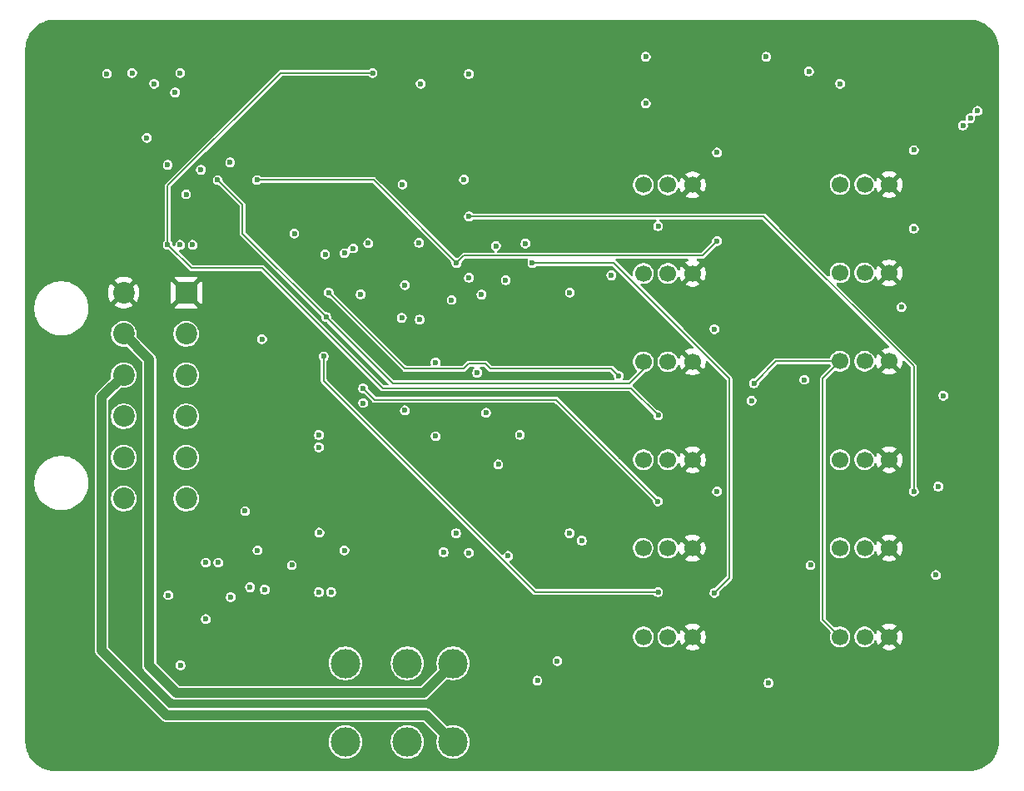
<source format=gbr>
%TF.GenerationSoftware,KiCad,Pcbnew,9.0.3*%
%TF.CreationDate,2025-12-22T19:21:40+07:00*%
%TF.ProjectId,BSPD v4 Rev 5,42535044-2076-4342-9052-657620352e6b,rev?*%
%TF.SameCoordinates,Original*%
%TF.FileFunction,Copper,L2,Inr*%
%TF.FilePolarity,Positive*%
%FSLAX46Y46*%
G04 Gerber Fmt 4.6, Leading zero omitted, Abs format (unit mm)*
G04 Created by KiCad (PCBNEW 9.0.3) date 2025-12-22 19:21:40*
%MOMM*%
%LPD*%
G01*
G04 APERTURE LIST*
G04 Aperture macros list*
%AMRoundRect*
0 Rectangle with rounded corners*
0 $1 Rounding radius*
0 $2 $3 $4 $5 $6 $7 $8 $9 X,Y pos of 4 corners*
0 Add a 4 corners polygon primitive as box body*
4,1,4,$2,$3,$4,$5,$6,$7,$8,$9,$2,$3,0*
0 Add four circle primitives for the rounded corners*
1,1,$1+$1,$2,$3*
1,1,$1+$1,$4,$5*
1,1,$1+$1,$6,$7*
1,1,$1+$1,$8,$9*
0 Add four rect primitives between the rounded corners*
20,1,$1+$1,$2,$3,$4,$5,0*
20,1,$1+$1,$4,$5,$6,$7,0*
20,1,$1+$1,$6,$7,$8,$9,0*
20,1,$1+$1,$8,$9,$2,$3,0*%
G04 Aperture macros list end*
%TA.AperFunction,ComponentPad*%
%ADD10C,0.800000*%
%TD*%
%TA.AperFunction,ComponentPad*%
%ADD11C,6.400000*%
%TD*%
%TA.AperFunction,ComponentPad*%
%ADD12C,1.700000*%
%TD*%
%TA.AperFunction,ComponentPad*%
%ADD13RoundRect,0.150000X0.960000X-0.950000X0.960000X0.950000X-0.960000X0.950000X-0.960000X-0.950000X0*%
%TD*%
%TA.AperFunction,ComponentPad*%
%ADD14C,2.200000*%
%TD*%
%TA.AperFunction,ComponentPad*%
%ADD15C,3.000000*%
%TD*%
%TA.AperFunction,ViaPad*%
%ADD16C,0.600000*%
%TD*%
%TA.AperFunction,Conductor*%
%ADD17C,0.200000*%
%TD*%
%TA.AperFunction,Conductor*%
%ADD18C,1.000000*%
%TD*%
G04 APERTURE END LIST*
D10*
%TO.N,GND*%
%TO.C,H4*%
X234950000Y-141000000D03*
X235652944Y-139302944D03*
X235652944Y-142697056D03*
X237350000Y-138600000D03*
D11*
X237350000Y-141000000D03*
D10*
X237350000Y-143400000D03*
X239047056Y-139302944D03*
X239047056Y-142697056D03*
X239750000Y-141000000D03*
%TD*%
D12*
%TO.N,+5V*%
%TO.C,RV2*%
X204500000Y-93805000D03*
%TO.N,Net-(U1B--)*%
X207000000Y-93805000D03*
%TO.N,GND*%
X209500000Y-93805000D03*
%TD*%
D13*
%TO.N,GND*%
%TO.C,J1*%
X158000000Y-95770000D03*
D14*
%TO.N,Net-(J1-Pad2)*%
X158000000Y-99960000D03*
%TO.N,Net-(J1-Pad3)*%
X158000000Y-104150000D03*
%TO.N,Net-(J1-Pad4)*%
X158000000Y-108350000D03*
%TO.N,Net-(J1-Pad5)*%
X158000000Y-112540000D03*
%TO.N,+5V*%
X158000000Y-116730000D03*
%TO.N,+12V*%
X151650000Y-116730000D03*
%TO.N,BSPD_status(12V)*%
X151650000Y-112540000D03*
%TO.N,Relay_com*%
X151650000Y-108350000D03*
%TO.N,Relay_NO*%
X151650000Y-104150000D03*
%TO.N,Relay_NC*%
X151650000Y-99960000D03*
%TO.N,GND*%
X151650000Y-95770000D03*
%TD*%
D15*
%TO.N,Relay_com*%
%TO.C,U23*%
X174200000Y-133500000D03*
X174200000Y-141500000D03*
%TO.N,BSPD_status(12V)*%
X180500000Y-141500000D03*
%TO.N,Relay_NO*%
X185150000Y-141500000D03*
%TO.N,Relay_NC*%
X185150000Y-133500000D03*
%TO.N,+12V*%
X180500000Y-133500000D03*
%TD*%
D12*
%TO.N,+12V*%
%TO.C,RV3*%
X204500000Y-102800000D03*
%TO.N,Net-(U1C--)*%
X207000000Y-102800000D03*
%TO.N,GND*%
X209500000Y-102800000D03*
%TD*%
%TO.N,+5V*%
%TO.C,RV7*%
X224500000Y-84750000D03*
%TO.N,Net-(U2C--)*%
X227000000Y-84750000D03*
%TO.N,GND*%
X229500000Y-84750000D03*
%TD*%
D10*
%TO.N,GND*%
%TO.C,H2*%
X234950000Y-71400000D03*
X235652944Y-69702944D03*
X235652944Y-73097056D03*
X237350000Y-69000000D03*
D11*
X237350000Y-71400000D03*
D10*
X237350000Y-73800000D03*
X239047056Y-69702944D03*
X239047056Y-73097056D03*
X239750000Y-71400000D03*
%TD*%
%TO.N,GND*%
%TO.C,H3*%
X142600000Y-141000000D03*
X143302944Y-139302944D03*
X143302944Y-142697056D03*
X145000000Y-138600000D03*
D11*
X145000000Y-141000000D03*
D10*
X145000000Y-143400000D03*
X146697056Y-139302944D03*
X146697056Y-142697056D03*
X147400000Y-141000000D03*
%TD*%
D12*
%TO.N,+5V*%
%TO.C,RV4*%
X204500000Y-112780000D03*
%TO.N,Net-(U1D--)*%
X207000000Y-112780000D03*
%TO.N,GND*%
X209500000Y-112780000D03*
%TD*%
%TO.N,+12V*%
%TO.C,RV12*%
X224500000Y-130800000D03*
%TO.N,Net-(U3D--)*%
X227000000Y-130800000D03*
%TO.N,GND*%
X229500000Y-130800000D03*
%TD*%
%TO.N,+5V*%
%TO.C,RV11*%
X224500000Y-121750000D03*
%TO.N,Net-(U3C--)*%
X227000000Y-121750000D03*
%TO.N,GND*%
X229500000Y-121750000D03*
%TD*%
D10*
%TO.N,GND*%
%TO.C,H1*%
X142600000Y-71400000D03*
X143302944Y-69702944D03*
X143302944Y-73097056D03*
X145000000Y-69000000D03*
D11*
X145000000Y-71400000D03*
D10*
X145000000Y-73800000D03*
X146697056Y-69702944D03*
X146697056Y-73097056D03*
X147400000Y-71400000D03*
%TD*%
D12*
%TO.N,+5V*%
%TO.C,RV8*%
X224500000Y-93750000D03*
%TO.N,Net-(U2D--)*%
X227000000Y-93750000D03*
%TO.N,GND*%
X229500000Y-93750000D03*
%TD*%
%TO.N,+12V*%
%TO.C,RV6*%
X204500000Y-130810000D03*
%TO.N,Net-(U2B--)*%
X207000000Y-130810000D03*
%TO.N,GND*%
X209500000Y-130810000D03*
%TD*%
%TO.N,+5V*%
%TO.C,RV10*%
X224500000Y-112765000D03*
%TO.N,Net-(U3B--)*%
X227000000Y-112765000D03*
%TO.N,GND*%
X229500000Y-112765000D03*
%TD*%
%TO.N,+5V*%
%TO.C,RV1*%
X204500000Y-84800000D03*
%TO.N,Net-(U1A--)*%
X207000000Y-84800000D03*
%TO.N,GND*%
X209500000Y-84800000D03*
%TD*%
%TO.N,+5V*%
%TO.C,RV5*%
X204475000Y-121770000D03*
%TO.N,Net-(U2A--)*%
X206975000Y-121770000D03*
%TO.N,GND*%
X209475000Y-121770000D03*
%TD*%
%TO.N,+12V*%
%TO.C,RV9*%
X224500000Y-102740000D03*
%TO.N,Net-(U3A--)*%
X227000000Y-102740000D03*
%TO.N,GND*%
X229500000Y-102740000D03*
%TD*%
D16*
%TO.N,GND*%
X196750000Y-74000000D03*
X190750000Y-127200000D03*
X200500000Y-74000000D03*
X200500000Y-80750000D03*
X207250000Y-79250000D03*
X169950000Y-128800000D03*
X201250000Y-80750000D03*
X169300000Y-115750000D03*
X177400000Y-111200000D03*
X190300000Y-85000000D03*
X200500000Y-81500000D03*
X193850000Y-87150000D03*
X195250000Y-75500000D03*
X198250000Y-78500000D03*
X201250000Y-76250000D03*
X195250000Y-79250000D03*
X195250000Y-80750000D03*
X191500000Y-78500000D03*
X194500000Y-75500000D03*
X199000000Y-77000000D03*
X171450000Y-128050000D03*
X201250000Y-77000000D03*
X195800000Y-138450000D03*
X193450000Y-101800000D03*
X186250000Y-78500000D03*
X179000000Y-78500000D03*
X202750000Y-77750000D03*
X175900000Y-112700000D03*
X202000000Y-75500000D03*
X167000000Y-77000000D03*
X196750000Y-75500000D03*
X169300000Y-108750000D03*
X206500000Y-79250000D03*
X197500000Y-75500000D03*
X175900000Y-111950000D03*
X172250000Y-81250000D03*
X192250000Y-128700000D03*
X194500000Y-78500000D03*
X199750000Y-77000000D03*
X193850000Y-120650000D03*
X158750000Y-80000000D03*
X196750000Y-77750000D03*
X187750000Y-77000000D03*
X203750000Y-139850000D03*
X202000000Y-81500000D03*
X199000000Y-80000000D03*
X210250000Y-79250000D03*
X193000000Y-78500000D03*
X199750000Y-74000000D03*
X188000000Y-121850000D03*
X196000000Y-78500000D03*
X201250000Y-81500000D03*
X188500000Y-77750000D03*
X198300000Y-106250000D03*
X200500000Y-76250000D03*
X200550000Y-108200000D03*
X197500000Y-73250000D03*
X192250000Y-127950000D03*
X206500000Y-78500000D03*
X167750000Y-77000000D03*
X199000000Y-99750000D03*
X202750000Y-80750000D03*
X180450000Y-121900000D03*
X191500000Y-127950000D03*
X199000000Y-76250000D03*
X169400000Y-88750000D03*
X196750000Y-78500000D03*
X198550000Y-101900000D03*
X189250000Y-78500000D03*
X201250000Y-75500000D03*
X197500000Y-76250000D03*
X170700000Y-129550000D03*
X189350000Y-95950000D03*
X201250000Y-80000000D03*
X187000000Y-77750000D03*
X176650000Y-117000000D03*
X197500000Y-79250000D03*
X199000000Y-78500000D03*
X177500000Y-77000000D03*
X199750000Y-80750000D03*
X188350000Y-113000000D03*
X193600000Y-99500000D03*
X184350000Y-113050000D03*
X205750000Y-79250000D03*
X204250000Y-78500000D03*
X185500000Y-91000000D03*
X199750000Y-76250000D03*
X193000000Y-77750000D03*
X167750000Y-78500000D03*
X198250000Y-81500000D03*
X199000000Y-77750000D03*
X202750000Y-77000000D03*
X198250000Y-77750000D03*
X196750000Y-77000000D03*
X208750000Y-79250000D03*
X200500000Y-78500000D03*
X196000000Y-74000000D03*
X179000000Y-77000000D03*
X197500000Y-78500000D03*
X199000000Y-101250000D03*
X190000000Y-77000000D03*
X201250000Y-78500000D03*
X179060000Y-94212500D03*
X201250000Y-77750000D03*
X198250000Y-73250000D03*
X178250000Y-77750000D03*
X202000000Y-80750000D03*
X196000000Y-81500000D03*
X190750000Y-77750000D03*
X196000000Y-75500000D03*
X202750000Y-81500000D03*
X181150000Y-127950000D03*
X196750000Y-74750000D03*
X196000000Y-77750000D03*
X195900000Y-101850000D03*
X219500000Y-138450000D03*
X197500000Y-74000000D03*
X194500000Y-80000000D03*
X160950000Y-87250000D03*
X201250000Y-79250000D03*
X170700000Y-128050000D03*
X175400000Y-122050000D03*
X199000000Y-74000000D03*
X196750000Y-76250000D03*
X202000000Y-77750000D03*
X183400000Y-84950000D03*
X198300000Y-117000000D03*
X172650000Y-91150000D03*
X190000000Y-78500000D03*
X209500000Y-78500000D03*
X196000000Y-77000000D03*
X194500000Y-79250000D03*
X194500000Y-80750000D03*
X199000000Y-81500000D03*
X196750000Y-79250000D03*
X199000000Y-79250000D03*
X187750000Y-78500000D03*
X193750000Y-78500000D03*
X158750000Y-125000000D03*
X190750000Y-128700000D03*
X202750000Y-78500000D03*
X177500000Y-77750000D03*
X214350000Y-119000000D03*
X208000000Y-79250000D03*
X202000000Y-79250000D03*
X167800000Y-100300000D03*
X169950000Y-128050000D03*
X199750000Y-73250000D03*
X196000000Y-79250000D03*
X197500000Y-77750000D03*
X187000000Y-78500000D03*
X177400000Y-111950000D03*
X198250000Y-80000000D03*
X199750000Y-79250000D03*
X199550000Y-125550000D03*
X196750000Y-80750000D03*
X198250000Y-80750000D03*
X200500000Y-75500000D03*
X185500000Y-78500000D03*
X210250000Y-78500000D03*
X186700000Y-91000000D03*
X188500000Y-78500000D03*
X191500000Y-77750000D03*
X197650000Y-87150000D03*
X199750000Y-80000000D03*
X194500000Y-74750000D03*
X209750000Y-116600000D03*
X188500000Y-77000000D03*
X170750000Y-81250000D03*
X195250000Y-78500000D03*
X169200000Y-103750000D03*
X195250000Y-77000000D03*
X197500000Y-80750000D03*
X205750000Y-78500000D03*
X193750000Y-77000000D03*
X167000000Y-77750000D03*
X195250000Y-74000000D03*
X192250000Y-127200000D03*
X194050000Y-114450000D03*
X196000000Y-74750000D03*
X200500000Y-74750000D03*
X193750000Y-77750000D03*
X198250000Y-76250000D03*
X199750000Y-77750000D03*
X169950000Y-129550000D03*
X193000000Y-77000000D03*
X187000000Y-77000000D03*
X197500000Y-74750000D03*
X199750000Y-81500000D03*
X187750000Y-77750000D03*
X195250000Y-76250000D03*
X198250000Y-74750000D03*
X208750000Y-78500000D03*
X208000000Y-78500000D03*
X199000000Y-74750000D03*
X191500000Y-77000000D03*
X199000000Y-100500000D03*
X195250000Y-74750000D03*
X202000000Y-77000000D03*
X207250000Y-78500000D03*
X199000000Y-75500000D03*
X205000000Y-79250000D03*
X199750000Y-78500000D03*
X198250000Y-75500000D03*
X179000000Y-77750000D03*
X186250000Y-77750000D03*
X190750000Y-77000000D03*
X174100000Y-90850000D03*
X197500000Y-80000000D03*
X190000000Y-77750000D03*
X205000000Y-78500000D03*
X170700000Y-128800000D03*
X201250000Y-74750000D03*
X196000000Y-76250000D03*
X202000000Y-76250000D03*
X176650000Y-122050000D03*
X195250000Y-77750000D03*
X200500000Y-80000000D03*
X200500000Y-79250000D03*
X197500000Y-77000000D03*
X171450000Y-129550000D03*
X178250000Y-77000000D03*
X198250000Y-77000000D03*
X200500000Y-77000000D03*
X171450000Y-128800000D03*
X194500000Y-77750000D03*
X189250000Y-77750000D03*
X191500000Y-127200000D03*
X191500000Y-128700000D03*
X199000000Y-80750000D03*
X195250000Y-80000000D03*
X159500000Y-133950000D03*
X192250000Y-77750000D03*
X168500000Y-77000000D03*
X199000000Y-73250000D03*
X194400000Y-116800000D03*
X190750000Y-127950000D03*
X176650000Y-111950000D03*
X196000000Y-80000000D03*
X194500000Y-76250000D03*
X209500000Y-79250000D03*
X176650000Y-111200000D03*
X177500000Y-78500000D03*
X168500000Y-78500000D03*
X202000000Y-78500000D03*
X199750000Y-75500000D03*
X196000000Y-80750000D03*
X197500000Y-81500000D03*
X194500000Y-77000000D03*
X176650000Y-112700000D03*
X168500000Y-77750000D03*
X171500000Y-81250000D03*
X171700000Y-113000000D03*
X192250000Y-77000000D03*
X202000000Y-80000000D03*
X167750000Y-77750000D03*
X196750000Y-80000000D03*
X202750000Y-80000000D03*
X196000000Y-73250000D03*
X189250000Y-77000000D03*
X195250000Y-81500000D03*
X199750000Y-74750000D03*
X196750000Y-73250000D03*
X196750000Y-81500000D03*
X167550000Y-98350000D03*
X192250000Y-78500000D03*
X203500000Y-78500000D03*
X200500000Y-77750000D03*
X204250000Y-79250000D03*
X202750000Y-76250000D03*
X167000000Y-78500000D03*
X202750000Y-79250000D03*
X198250000Y-74000000D03*
X198250000Y-79250000D03*
X203500000Y-79250000D03*
X190750000Y-78500000D03*
X175900000Y-111200000D03*
X178250000Y-78500000D03*
%TO.N,+5V*%
X181690000Y-90690000D03*
X187593750Y-103906250D03*
X166000000Y-126000000D03*
X171555000Y-120195000D03*
X189750000Y-113250000D03*
X179930000Y-98320000D03*
X157440000Y-133690000D03*
X180250000Y-107750000D03*
%TO.N,BRK2*%
X160000000Y-123250000D03*
X164000000Y-118000000D03*
X204750000Y-76500000D03*
%TO.N,BRK1*%
X204750000Y-71750000D03*
X176000000Y-107000000D03*
%TO.N,TPS2*%
X157400000Y-90900000D03*
X165712500Y-100500000D03*
X149948132Y-73473554D03*
%TO.N,+12V*%
X161210000Y-84300000D03*
X215750000Y-105000000D03*
X172250000Y-98250000D03*
X154000000Y-80000000D03*
%TO.N,TPS1*%
X152500000Y-73400000D03*
X156130000Y-82750000D03*
%TO.N,Net-(U27A-+)*%
X186750000Y-122250000D03*
X183370000Y-102870000D03*
X180250000Y-95000000D03*
X180000000Y-84750000D03*
%TO.N,Net-(U1A--)*%
X157392857Y-73392857D03*
X159500000Y-83250000D03*
%TO.N,Net-(U1B--)*%
X156875000Y-75375000D03*
X206000000Y-89000000D03*
X158000000Y-85750000D03*
%TO.N,Net-(U2A--)*%
X176000000Y-105500000D03*
X205975000Y-117000000D03*
X181857143Y-74500000D03*
%TO.N,Net-(U2B--)*%
X206000000Y-126250000D03*
X172000000Y-102250000D03*
X186750000Y-73500000D03*
%TO.N,Net-(U27B-+)*%
X188500000Y-108000000D03*
X185000000Y-96500000D03*
X186250000Y-84250000D03*
%TO.N,Logic_state*%
X195750000Y-133250000D03*
X193725000Y-135250000D03*
X171500000Y-126250000D03*
%TO.N,Net-(U1C--)*%
X158670000Y-90900000D03*
X154750000Y-74500000D03*
%TO.N,Net-(U2C--)*%
X171500000Y-111500000D03*
X217000000Y-71750000D03*
%TO.N,Net-(U3A--)*%
X160000000Y-129000000D03*
X224500000Y-74500000D03*
%TO.N,Net-(U3B--)*%
X237000000Y-78750000D03*
X162540000Y-126750000D03*
%TO.N,Net-(U3C--)*%
X161270000Y-123250000D03*
X237750000Y-78000000D03*
%TO.N,Net-(U1D--)*%
X176964286Y-73400000D03*
X156130000Y-90870000D03*
X206000000Y-108250000D03*
%TO.N,Net-(U2D--)*%
X221333333Y-73250000D03*
X171500000Y-110250000D03*
%TO.N,Net-(U3D--)*%
X164500000Y-125750000D03*
X238483662Y-77266338D03*
%TO.N,TPS1_sense*%
X162480000Y-82500000D03*
X212000000Y-81500000D03*
%TO.N,TPS1_con*%
X165200000Y-84300000D03*
X212000000Y-90500000D03*
X185500000Y-92750000D03*
%TO.N,TPS1_over*%
X169000000Y-89750000D03*
X192500000Y-90750000D03*
X211725000Y-99475000D03*
%TO.N,TPS2_sense*%
X215500000Y-106750000D03*
X202000000Y-104250000D03*
X172500000Y-95750000D03*
%TO.N,TPS2_con*%
X186770000Y-94250000D03*
X212000000Y-116000000D03*
%TO.N,TPS2_over*%
X193210000Y-92750000D03*
X211725000Y-126310000D03*
X181750000Y-98500000D03*
%TO.N,BRK1_sense*%
X232000000Y-81250000D03*
X175750000Y-95940000D03*
X183370000Y-110380000D03*
%TO.N,BRK1_con*%
X232000000Y-89250000D03*
X189500000Y-91000000D03*
%TO.N,BRK1_over*%
X201250000Y-94000000D03*
X230750000Y-97250000D03*
%TO.N,BRK2_sense*%
X220875000Y-104625000D03*
X235000000Y-106250000D03*
X156190000Y-126560000D03*
X172132230Y-91867771D03*
%TO.N,BRK2_con*%
X186770000Y-88000000D03*
X165262500Y-121987500D03*
X234500000Y-115500000D03*
X232000000Y-116000000D03*
%TO.N,BRK2_over*%
X197020000Y-95750000D03*
X221500000Y-123500000D03*
X234250000Y-124500000D03*
X168750000Y-123500000D03*
%TO.N,Net-(U21C-3A)*%
X175000000Y-91250000D03*
X184190000Y-122190000D03*
%TO.N,Net-(U21C-3B)*%
X176520000Y-90730000D03*
X185460000Y-120250000D03*
%TO.N,Net-(U21C-3Y)*%
X217225000Y-135500000D03*
X174095000Y-122000000D03*
X174095000Y-91750000D03*
X172750000Y-126250000D03*
%TO.N,Net-(U17B-2Y)*%
X190750000Y-122560000D03*
X188040000Y-95960000D03*
%TO.N,Net-(U17C-3Y)*%
X197000000Y-120250000D03*
X190500000Y-94500000D03*
%TO.N,Net-(U18-Pad6)*%
X198250000Y-121000000D03*
X191940000Y-110250000D03*
%TD*%
D17*
%TO.N,+12V*%
X222750000Y-104490000D02*
X224500000Y-102740000D01*
X215750000Y-105000000D02*
X218010000Y-102740000D01*
X218010000Y-102740000D02*
X224500000Y-102740000D01*
X204500000Y-103560147D02*
X203060147Y-105000000D01*
X163750000Y-86840000D02*
X161210000Y-84300000D01*
X224500000Y-130800000D02*
X222750000Y-129050000D01*
X179000000Y-105000000D02*
X172250000Y-98250000D01*
X163750000Y-89750000D02*
X163750000Y-86840000D01*
X204500000Y-102800000D02*
X204500000Y-103560147D01*
X172250000Y-98250000D02*
X163750000Y-89750000D01*
X203060147Y-105000000D02*
X179000000Y-105000000D01*
X222750000Y-129050000D02*
X222750000Y-104490000D01*
D18*
%TO.N,Relay_NO*%
X182400000Y-138750000D02*
X156000000Y-138750000D01*
X149400000Y-106400000D02*
X151650000Y-104150000D01*
X149400000Y-132150000D02*
X149400000Y-106400000D01*
X156000000Y-138750000D02*
X149400000Y-132150000D01*
X185150000Y-141500000D02*
X182400000Y-138750000D01*
%TO.N,Relay_NC*%
X182150000Y-136500000D02*
X157000000Y-136500000D01*
X154250000Y-133750000D02*
X154250000Y-102560000D01*
X157000000Y-136500000D02*
X154250000Y-133750000D01*
X185150000Y-133500000D02*
X182150000Y-136500000D01*
X154250000Y-102560000D02*
X151650000Y-99960000D01*
D17*
%TO.N,Net-(U2A--)*%
X195664000Y-106689000D02*
X177189000Y-106689000D01*
X177189000Y-106689000D02*
X176000000Y-105500000D01*
X205975000Y-117000000D02*
X195664000Y-106689000D01*
%TO.N,Net-(U2B--)*%
X206000000Y-126250000D02*
X193500001Y-126250000D01*
X193500001Y-126250000D02*
X172000000Y-104749999D01*
X172000000Y-104749999D02*
X172000000Y-102250000D01*
%TO.N,Net-(U1D--)*%
X203250000Y-105500000D02*
X178000000Y-105500000D01*
X167600000Y-73400000D02*
X176964286Y-73400000D01*
X158510000Y-93250000D02*
X156130000Y-90870000D01*
X165750000Y-93250000D02*
X158510000Y-93250000D01*
X156130000Y-84870000D02*
X167600000Y-73400000D01*
X156130000Y-90870000D02*
X156130000Y-84870000D01*
X206000000Y-108250000D02*
X203250000Y-105500000D01*
X178000000Y-105500000D02*
X165750000Y-93250000D01*
%TO.N,TPS1_con*%
X212000000Y-90500000D02*
X210500000Y-92000000D01*
X185500000Y-92749999D02*
X185500000Y-92750000D01*
X210500000Y-92000000D02*
X186249999Y-92000000D01*
X185500000Y-92750000D02*
X177050000Y-84300000D01*
X186249999Y-92000000D02*
X185500000Y-92749999D01*
X177050000Y-84300000D02*
X165200000Y-84300000D01*
%TO.N,TPS2_sense*%
X188904750Y-103500000D02*
X188404750Y-103000000D01*
X186750000Y-103000000D02*
X186250000Y-103500000D01*
X180250000Y-103500000D02*
X172500000Y-95750000D01*
X186250000Y-103500000D02*
X180250000Y-103500000D01*
X202000000Y-104250000D02*
X201250000Y-103500000D01*
X201250000Y-103500000D02*
X188904750Y-103500000D01*
X188404750Y-103000000D02*
X186750000Y-103000000D01*
%TO.N,TPS2_over*%
X213250000Y-104500000D02*
X201500000Y-92750000D01*
X211725000Y-126310000D02*
X213250000Y-124785000D01*
X213250000Y-124785000D02*
X213250000Y-104500000D01*
X201500000Y-92750000D02*
X193210000Y-92750000D01*
%TO.N,BRK2_con*%
X216750000Y-88000000D02*
X186770000Y-88000000D01*
X232000000Y-103250000D02*
X216750000Y-88000000D01*
X232000000Y-116000000D02*
X232000000Y-103250000D01*
%TD*%
%TA.AperFunction,Conductor*%
%TO.N,GND*%
G36*
X237653244Y-67975670D02*
G01*
X237957046Y-67991592D01*
X237969953Y-67992949D01*
X238101089Y-68013718D01*
X238267209Y-68040028D01*
X238279896Y-68042724D01*
X238570625Y-68120625D01*
X238582965Y-68124635D01*
X238863938Y-68232490D01*
X238875790Y-68237767D01*
X239143968Y-68374411D01*
X239155199Y-68380896D01*
X239407608Y-68544812D01*
X239418109Y-68552441D01*
X239652010Y-68741850D01*
X239661655Y-68750535D01*
X239874464Y-68963344D01*
X239883149Y-68972989D01*
X240072558Y-69206890D01*
X240080187Y-69217391D01*
X240244101Y-69469796D01*
X240250591Y-69481036D01*
X240387231Y-69749206D01*
X240392510Y-69761064D01*
X240500363Y-70042033D01*
X240504374Y-70054376D01*
X240582273Y-70345097D01*
X240584971Y-70357794D01*
X240632050Y-70655046D01*
X240633407Y-70667953D01*
X240649330Y-70971756D01*
X240649500Y-70978246D01*
X240649500Y-141471753D01*
X240649330Y-141478243D01*
X240633407Y-141782046D01*
X240632050Y-141794953D01*
X240584971Y-142092205D01*
X240582273Y-142104902D01*
X240504374Y-142395623D01*
X240500363Y-142407966D01*
X240392510Y-142688935D01*
X240387231Y-142700793D01*
X240250591Y-142968963D01*
X240244101Y-142980203D01*
X240080187Y-143232608D01*
X240072558Y-143243109D01*
X239883149Y-143477010D01*
X239874464Y-143486655D01*
X239661655Y-143699464D01*
X239652010Y-143708149D01*
X239418109Y-143897558D01*
X239407608Y-143905187D01*
X239155203Y-144069101D01*
X239143963Y-144075591D01*
X238875793Y-144212231D01*
X238863935Y-144217510D01*
X238582966Y-144325363D01*
X238570623Y-144329374D01*
X238279902Y-144407273D01*
X238267205Y-144409971D01*
X237969953Y-144457050D01*
X237957046Y-144458407D01*
X237653244Y-144474330D01*
X237646754Y-144474500D01*
X144653246Y-144474500D01*
X144646756Y-144474330D01*
X144342953Y-144458407D01*
X144330046Y-144457050D01*
X144032794Y-144409971D01*
X144020097Y-144407273D01*
X143729376Y-144329374D01*
X143717033Y-144325363D01*
X143436064Y-144217510D01*
X143424206Y-144212231D01*
X143156036Y-144075591D01*
X143144796Y-144069101D01*
X142892391Y-143905187D01*
X142881890Y-143897558D01*
X142647989Y-143708149D01*
X142638344Y-143699464D01*
X142425535Y-143486655D01*
X142416850Y-143477010D01*
X142227441Y-143243109D01*
X142219812Y-143232608D01*
X142198961Y-143200500D01*
X142055896Y-142980199D01*
X142049408Y-142968963D01*
X142022904Y-142916947D01*
X141912767Y-142700790D01*
X141907489Y-142688935D01*
X141814532Y-142446773D01*
X141799635Y-142407965D01*
X141795625Y-142395623D01*
X141757604Y-142253726D01*
X141717724Y-142104896D01*
X141715028Y-142092205D01*
X141667949Y-141794953D01*
X141666592Y-141782046D01*
X141650670Y-141478243D01*
X141650500Y-141471753D01*
X141650500Y-141388549D01*
X172499500Y-141388549D01*
X172499500Y-141611450D01*
X172499501Y-141611466D01*
X172528594Y-141832452D01*
X172528595Y-141832457D01*
X172528596Y-141832463D01*
X172528597Y-141832465D01*
X172586290Y-142047780D01*
X172586293Y-142047790D01*
X172609950Y-142104902D01*
X172671595Y-142253726D01*
X172783052Y-142446774D01*
X172783057Y-142446780D01*
X172783058Y-142446782D01*
X172918751Y-142623622D01*
X172918757Y-142623629D01*
X173076370Y-142781242D01*
X173076376Y-142781247D01*
X173253226Y-142916948D01*
X173446274Y-143028405D01*
X173652219Y-143113710D01*
X173867537Y-143171404D01*
X174088543Y-143200500D01*
X174088550Y-143200500D01*
X174311450Y-143200500D01*
X174311457Y-143200500D01*
X174532463Y-143171404D01*
X174747781Y-143113710D01*
X174953726Y-143028405D01*
X175146774Y-142916948D01*
X175323624Y-142781247D01*
X175481247Y-142623624D01*
X175616948Y-142446774D01*
X175728405Y-142253726D01*
X175813710Y-142047781D01*
X175871404Y-141832463D01*
X175900500Y-141611457D01*
X175900500Y-141388549D01*
X178799500Y-141388549D01*
X178799500Y-141611450D01*
X178799501Y-141611466D01*
X178828594Y-141832452D01*
X178828595Y-141832457D01*
X178828596Y-141832463D01*
X178828597Y-141832465D01*
X178886290Y-142047780D01*
X178886293Y-142047790D01*
X178909950Y-142104902D01*
X178971595Y-142253726D01*
X179083052Y-142446774D01*
X179083057Y-142446780D01*
X179083058Y-142446782D01*
X179218751Y-142623622D01*
X179218757Y-142623629D01*
X179376370Y-142781242D01*
X179376376Y-142781247D01*
X179553226Y-142916948D01*
X179746274Y-143028405D01*
X179952219Y-143113710D01*
X180167537Y-143171404D01*
X180388543Y-143200500D01*
X180388550Y-143200500D01*
X180611450Y-143200500D01*
X180611457Y-143200500D01*
X180832463Y-143171404D01*
X181047781Y-143113710D01*
X181253726Y-143028405D01*
X181446774Y-142916948D01*
X181623624Y-142781247D01*
X181781247Y-142623624D01*
X181916948Y-142446774D01*
X182028405Y-142253726D01*
X182113710Y-142047781D01*
X182171404Y-141832463D01*
X182200500Y-141611457D01*
X182200500Y-141388543D01*
X182171404Y-141167537D01*
X182113710Y-140952219D01*
X182028405Y-140746274D01*
X181916948Y-140553226D01*
X181781247Y-140376376D01*
X181781242Y-140376370D01*
X181623629Y-140218757D01*
X181623622Y-140218751D01*
X181446782Y-140083058D01*
X181446780Y-140083057D01*
X181446774Y-140083052D01*
X181253726Y-139971595D01*
X181253722Y-139971593D01*
X181047790Y-139886293D01*
X181047783Y-139886291D01*
X181047781Y-139886290D01*
X180832463Y-139828596D01*
X180832457Y-139828595D01*
X180832452Y-139828594D01*
X180611466Y-139799501D01*
X180611463Y-139799500D01*
X180611457Y-139799500D01*
X180388543Y-139799500D01*
X180388537Y-139799500D01*
X180388533Y-139799501D01*
X180167547Y-139828594D01*
X180167540Y-139828595D01*
X180167537Y-139828596D01*
X179952219Y-139886290D01*
X179952209Y-139886293D01*
X179746277Y-139971593D01*
X179746273Y-139971595D01*
X179553226Y-140083052D01*
X179553217Y-140083058D01*
X179376377Y-140218751D01*
X179376370Y-140218757D01*
X179218757Y-140376370D01*
X179218751Y-140376377D01*
X179083058Y-140553217D01*
X179083052Y-140553226D01*
X178971595Y-140746273D01*
X178971593Y-140746277D01*
X178886293Y-140952209D01*
X178886290Y-140952219D01*
X178828597Y-141167534D01*
X178828594Y-141167547D01*
X178799501Y-141388533D01*
X178799500Y-141388549D01*
X175900500Y-141388549D01*
X175900500Y-141388543D01*
X175871404Y-141167537D01*
X175813710Y-140952219D01*
X175728405Y-140746274D01*
X175616948Y-140553226D01*
X175481247Y-140376376D01*
X175481242Y-140376370D01*
X175323629Y-140218757D01*
X175323622Y-140218751D01*
X175146782Y-140083058D01*
X175146780Y-140083057D01*
X175146774Y-140083052D01*
X174953726Y-139971595D01*
X174953722Y-139971593D01*
X174747790Y-139886293D01*
X174747783Y-139886291D01*
X174747781Y-139886290D01*
X174532463Y-139828596D01*
X174532457Y-139828595D01*
X174532452Y-139828594D01*
X174311466Y-139799501D01*
X174311463Y-139799500D01*
X174311457Y-139799500D01*
X174088543Y-139799500D01*
X174088537Y-139799500D01*
X174088533Y-139799501D01*
X173867547Y-139828594D01*
X173867540Y-139828595D01*
X173867537Y-139828596D01*
X173652219Y-139886290D01*
X173652209Y-139886293D01*
X173446277Y-139971593D01*
X173446273Y-139971595D01*
X173253226Y-140083052D01*
X173253217Y-140083058D01*
X173076377Y-140218751D01*
X173076370Y-140218757D01*
X172918757Y-140376370D01*
X172918751Y-140376377D01*
X172783058Y-140553217D01*
X172783052Y-140553226D01*
X172671595Y-140746273D01*
X172671593Y-140746277D01*
X172586293Y-140952209D01*
X172586290Y-140952219D01*
X172528597Y-141167534D01*
X172528594Y-141167547D01*
X172499501Y-141388533D01*
X172499500Y-141388549D01*
X141650500Y-141388549D01*
X141650500Y-132218996D01*
X148699499Y-132218996D01*
X148726418Y-132354322D01*
X148726421Y-132354332D01*
X148779222Y-132481807D01*
X148855887Y-132596545D01*
X155553454Y-139294112D01*
X155668192Y-139370777D01*
X155795667Y-139423578D01*
X155795672Y-139423580D01*
X155795676Y-139423580D01*
X155795677Y-139423581D01*
X155931004Y-139450500D01*
X155931007Y-139450500D01*
X156068994Y-139450500D01*
X182058481Y-139450500D01*
X182125520Y-139470185D01*
X182146162Y-139486819D01*
X183501574Y-140842231D01*
X183535059Y-140903554D01*
X183533668Y-140962005D01*
X183478597Y-141167534D01*
X183478594Y-141167547D01*
X183449501Y-141388533D01*
X183449500Y-141388549D01*
X183449500Y-141611450D01*
X183449501Y-141611466D01*
X183478594Y-141832452D01*
X183478595Y-141832457D01*
X183478596Y-141832463D01*
X183478597Y-141832465D01*
X183536290Y-142047780D01*
X183536293Y-142047790D01*
X183559950Y-142104902D01*
X183621595Y-142253726D01*
X183733052Y-142446774D01*
X183733057Y-142446780D01*
X183733058Y-142446782D01*
X183868751Y-142623622D01*
X183868757Y-142623629D01*
X184026370Y-142781242D01*
X184026376Y-142781247D01*
X184203226Y-142916948D01*
X184396274Y-143028405D01*
X184602219Y-143113710D01*
X184817537Y-143171404D01*
X185038543Y-143200500D01*
X185038550Y-143200500D01*
X185261450Y-143200500D01*
X185261457Y-143200500D01*
X185482463Y-143171404D01*
X185697781Y-143113710D01*
X185903726Y-143028405D01*
X186096774Y-142916948D01*
X186273624Y-142781247D01*
X186431247Y-142623624D01*
X186566948Y-142446774D01*
X186678405Y-142253726D01*
X186763710Y-142047781D01*
X186821404Y-141832463D01*
X186850500Y-141611457D01*
X186850500Y-141388543D01*
X186821404Y-141167537D01*
X186763710Y-140952219D01*
X186678405Y-140746274D01*
X186566948Y-140553226D01*
X186431247Y-140376376D01*
X186431242Y-140376370D01*
X186273629Y-140218757D01*
X186273622Y-140218751D01*
X186096782Y-140083058D01*
X186096780Y-140083057D01*
X186096774Y-140083052D01*
X185903726Y-139971595D01*
X185903722Y-139971593D01*
X185697790Y-139886293D01*
X185697783Y-139886291D01*
X185697781Y-139886290D01*
X185482463Y-139828596D01*
X185482457Y-139828595D01*
X185482452Y-139828594D01*
X185261466Y-139799501D01*
X185261463Y-139799500D01*
X185261457Y-139799500D01*
X185038543Y-139799500D01*
X185038537Y-139799500D01*
X185038533Y-139799501D01*
X184817547Y-139828594D01*
X184817540Y-139828595D01*
X184817537Y-139828596D01*
X184612004Y-139883667D01*
X184542155Y-139882005D01*
X184492231Y-139851574D01*
X182846546Y-138205888D01*
X182846545Y-138205887D01*
X182731807Y-138129222D01*
X182604332Y-138076421D01*
X182604322Y-138076418D01*
X182468996Y-138049500D01*
X182468994Y-138049500D01*
X182468993Y-138049500D01*
X156341519Y-138049500D01*
X156274480Y-138029815D01*
X156253838Y-138013181D01*
X150136819Y-131896162D01*
X150103334Y-131834839D01*
X150100500Y-131808481D01*
X150100500Y-116627648D01*
X150349500Y-116627648D01*
X150349500Y-116832351D01*
X150381522Y-117034534D01*
X150444781Y-117229223D01*
X150484571Y-117307313D01*
X150532052Y-117400500D01*
X150537715Y-117411613D01*
X150658028Y-117577213D01*
X150802786Y-117721971D01*
X150919562Y-117806812D01*
X150968390Y-117842287D01*
X151084607Y-117901503D01*
X151150776Y-117935218D01*
X151150778Y-117935218D01*
X151150781Y-117935220D01*
X151255137Y-117969127D01*
X151345465Y-117998477D01*
X151446557Y-118014488D01*
X151547648Y-118030500D01*
X151547649Y-118030500D01*
X151752351Y-118030500D01*
X151752352Y-118030500D01*
X151954534Y-117998477D01*
X152149219Y-117935220D01*
X152151398Y-117934110D01*
X152153827Y-117932872D01*
X152331610Y-117842287D01*
X152424590Y-117774732D01*
X152497213Y-117721971D01*
X152497215Y-117721968D01*
X152497219Y-117721966D01*
X152641966Y-117577219D01*
X152641968Y-117577215D01*
X152641971Y-117577213D01*
X152722486Y-117466392D01*
X152762287Y-117411610D01*
X152855220Y-117229219D01*
X152918477Y-117034534D01*
X152950500Y-116832352D01*
X152950500Y-116627648D01*
X152935605Y-116533608D01*
X152918477Y-116425465D01*
X152855218Y-116230776D01*
X152821503Y-116164607D01*
X152762287Y-116048390D01*
X152727493Y-116000500D01*
X152641971Y-115882786D01*
X152497213Y-115738028D01*
X152331613Y-115617715D01*
X152331612Y-115617714D01*
X152331610Y-115617713D01*
X152274653Y-115588691D01*
X152149223Y-115524781D01*
X151954534Y-115461522D01*
X151779995Y-115433878D01*
X151752352Y-115429500D01*
X151547648Y-115429500D01*
X151523329Y-115433351D01*
X151345465Y-115461522D01*
X151150776Y-115524781D01*
X150968386Y-115617715D01*
X150802786Y-115738028D01*
X150658028Y-115882786D01*
X150537715Y-116048386D01*
X150444781Y-116230776D01*
X150381522Y-116425465D01*
X150349500Y-116627648D01*
X150100500Y-116627648D01*
X150100500Y-112437648D01*
X150349500Y-112437648D01*
X150349500Y-112642351D01*
X150381522Y-112844534D01*
X150444781Y-113039223D01*
X150492846Y-113133554D01*
X150526362Y-113199333D01*
X150537715Y-113221613D01*
X150658028Y-113387213D01*
X150802786Y-113531971D01*
X150957749Y-113644556D01*
X150968390Y-113652287D01*
X151054066Y-113695941D01*
X151150776Y-113745218D01*
X151150778Y-113745218D01*
X151150781Y-113745220D01*
X151242835Y-113775130D01*
X151345465Y-113808477D01*
X151446557Y-113824488D01*
X151547648Y-113840500D01*
X151547649Y-113840500D01*
X151752351Y-113840500D01*
X151752352Y-113840500D01*
X151954534Y-113808477D01*
X152149219Y-113745220D01*
X152331610Y-113652287D01*
X152429763Y-113580975D01*
X152497213Y-113531971D01*
X152497215Y-113531968D01*
X152497219Y-113531966D01*
X152641966Y-113387219D01*
X152641968Y-113387215D01*
X152641971Y-113387213D01*
X152717528Y-113283216D01*
X152762287Y-113221610D01*
X152855220Y-113039219D01*
X152918477Y-112844534D01*
X152950500Y-112642352D01*
X152950500Y-112437648D01*
X152925911Y-112282402D01*
X152918477Y-112235465D01*
X152872948Y-112095342D01*
X152855220Y-112040781D01*
X152855218Y-112040778D01*
X152855218Y-112040776D01*
X152783743Y-111900500D01*
X152762287Y-111858390D01*
X152725180Y-111807316D01*
X152641971Y-111692786D01*
X152497213Y-111548028D01*
X152331613Y-111427715D01*
X152331612Y-111427714D01*
X152331610Y-111427713D01*
X152274653Y-111398691D01*
X152149223Y-111334781D01*
X151954534Y-111271522D01*
X151779995Y-111243878D01*
X151752352Y-111239500D01*
X151547648Y-111239500D01*
X151523329Y-111243351D01*
X151345465Y-111271522D01*
X151150776Y-111334781D01*
X150968386Y-111427715D01*
X150802786Y-111548028D01*
X150658028Y-111692786D01*
X150537715Y-111858386D01*
X150444781Y-112040776D01*
X150381522Y-112235465D01*
X150349500Y-112437648D01*
X150100500Y-112437648D01*
X150100500Y-108247648D01*
X150349500Y-108247648D01*
X150349500Y-108452351D01*
X150381522Y-108654534D01*
X150444781Y-108849223D01*
X150537715Y-109031613D01*
X150658028Y-109197213D01*
X150802786Y-109341971D01*
X150957749Y-109454556D01*
X150968390Y-109462287D01*
X151084607Y-109521503D01*
X151150776Y-109555218D01*
X151150778Y-109555218D01*
X151150781Y-109555220D01*
X151255137Y-109589127D01*
X151345465Y-109618477D01*
X151446557Y-109634488D01*
X151547648Y-109650500D01*
X151547649Y-109650500D01*
X151752351Y-109650500D01*
X151752352Y-109650500D01*
X151954534Y-109618477D01*
X152149219Y-109555220D01*
X152331610Y-109462287D01*
X152424590Y-109394732D01*
X152497213Y-109341971D01*
X152497215Y-109341968D01*
X152497219Y-109341966D01*
X152641966Y-109197219D01*
X152641968Y-109197215D01*
X152641971Y-109197213D01*
X152694732Y-109124590D01*
X152762287Y-109031610D01*
X152855220Y-108849219D01*
X152918477Y-108654534D01*
X152950500Y-108452352D01*
X152950500Y-108247648D01*
X152920354Y-108057314D01*
X152918477Y-108045465D01*
X152889127Y-107955137D01*
X152855220Y-107850781D01*
X152855218Y-107850778D01*
X152855218Y-107850776D01*
X152804652Y-107751536D01*
X152762287Y-107668390D01*
X152754556Y-107657749D01*
X152641971Y-107502786D01*
X152497213Y-107358028D01*
X152331613Y-107237715D01*
X152331612Y-107237714D01*
X152331610Y-107237713D01*
X152244221Y-107193186D01*
X152149223Y-107144781D01*
X151954534Y-107081522D01*
X151779995Y-107053878D01*
X151752352Y-107049500D01*
X151547648Y-107049500D01*
X151523329Y-107053351D01*
X151345465Y-107081522D01*
X151150776Y-107144781D01*
X150968386Y-107237715D01*
X150802786Y-107358028D01*
X150658028Y-107502786D01*
X150537715Y-107668386D01*
X150444781Y-107850776D01*
X150381522Y-108045465D01*
X150349500Y-108247648D01*
X150100500Y-108247648D01*
X150100500Y-106741518D01*
X150120185Y-106674479D01*
X150136814Y-106653842D01*
X151323852Y-105466803D01*
X151385173Y-105433320D01*
X151430929Y-105432013D01*
X151444169Y-105434110D01*
X151547648Y-105450500D01*
X151547649Y-105450500D01*
X151752351Y-105450500D01*
X151752352Y-105450500D01*
X151954534Y-105418477D01*
X152149219Y-105355220D01*
X152331610Y-105262287D01*
X152427408Y-105192686D01*
X152497213Y-105141971D01*
X152497215Y-105141968D01*
X152497219Y-105141966D01*
X152641966Y-104997219D01*
X152641968Y-104997215D01*
X152641971Y-104997213D01*
X152721208Y-104888151D01*
X152762287Y-104831610D01*
X152855220Y-104649219D01*
X152918477Y-104454534D01*
X152950500Y-104252352D01*
X152950500Y-104047648D01*
X152918477Y-103845466D01*
X152916817Y-103840358D01*
X152887296Y-103749500D01*
X152855220Y-103650781D01*
X152855218Y-103650778D01*
X152855218Y-103650776D01*
X152821503Y-103584607D01*
X152762287Y-103468390D01*
X152747146Y-103447550D01*
X152641971Y-103302786D01*
X152497213Y-103158028D01*
X152331613Y-103037715D01*
X152331612Y-103037714D01*
X152331610Y-103037713D01*
X152274653Y-103008691D01*
X152149223Y-102944781D01*
X151954534Y-102881522D01*
X151779995Y-102853878D01*
X151752352Y-102849500D01*
X151547648Y-102849500D01*
X151523329Y-102853351D01*
X151345465Y-102881522D01*
X151150776Y-102944781D01*
X150968386Y-103037715D01*
X150802786Y-103158028D01*
X150658028Y-103302786D01*
X150537715Y-103468386D01*
X150444781Y-103650776D01*
X150381522Y-103845465D01*
X150361459Y-103972140D01*
X150349500Y-104047648D01*
X150349500Y-104252352D01*
X150359564Y-104315891D01*
X150367986Y-104369068D01*
X150359031Y-104438362D01*
X150333194Y-104476147D01*
X148855887Y-105953454D01*
X148779222Y-106068192D01*
X148726421Y-106195667D01*
X148726418Y-106195679D01*
X148702507Y-106315886D01*
X148702507Y-106315892D01*
X148699500Y-106331007D01*
X148699500Y-132081006D01*
X148699500Y-132218994D01*
X148699500Y-132218996D01*
X148699499Y-132218996D01*
X141650500Y-132218996D01*
X141650500Y-114985528D01*
X142549500Y-114985528D01*
X142549500Y-115294471D01*
X142584086Y-115601437D01*
X142584089Y-115601455D01*
X142652831Y-115902635D01*
X142652835Y-115902647D01*
X142754862Y-116194222D01*
X142754868Y-116194236D01*
X142888903Y-116472562D01*
X142888905Y-116472565D01*
X143053265Y-116734143D01*
X143176083Y-116888152D01*
X143206670Y-116926507D01*
X143245880Y-116975674D01*
X143464326Y-117194120D01*
X143705857Y-117386735D01*
X143967435Y-117551095D01*
X144245771Y-117685135D01*
X144342968Y-117719146D01*
X144537352Y-117787164D01*
X144537364Y-117787168D01*
X144838548Y-117855911D01*
X144838554Y-117855911D01*
X144838562Y-117855913D01*
X145043206Y-117878970D01*
X145145529Y-117890499D01*
X145145532Y-117890500D01*
X145145535Y-117890500D01*
X145454468Y-117890500D01*
X145454469Y-117890499D01*
X145611356Y-117872822D01*
X145761437Y-117855913D01*
X145761442Y-117855912D01*
X145761452Y-117855911D01*
X146062636Y-117787168D01*
X146354229Y-117685135D01*
X146632565Y-117551095D01*
X146894143Y-117386735D01*
X147135674Y-117194120D01*
X147354120Y-116975674D01*
X147546735Y-116734143D01*
X147711095Y-116472565D01*
X147845135Y-116194229D01*
X147947168Y-115902636D01*
X148015911Y-115601452D01*
X148016575Y-115595565D01*
X148035285Y-115429500D01*
X148050500Y-115294465D01*
X148050500Y-114985535D01*
X148015911Y-114678548D01*
X147947168Y-114377364D01*
X147845135Y-114085771D01*
X147711095Y-113807435D01*
X147546735Y-113545857D01*
X147354120Y-113304326D01*
X147135674Y-113085880D01*
X147122709Y-113075541D01*
X146969918Y-112953694D01*
X146894143Y-112893265D01*
X146632565Y-112728905D01*
X146632562Y-112728903D01*
X146354236Y-112594868D01*
X146354222Y-112594862D01*
X146062647Y-112492835D01*
X146062635Y-112492831D01*
X145761455Y-112424089D01*
X145761437Y-112424086D01*
X145454471Y-112389500D01*
X145454465Y-112389500D01*
X145145535Y-112389500D01*
X145145528Y-112389500D01*
X144838562Y-112424086D01*
X144838544Y-112424089D01*
X144537364Y-112492831D01*
X144537352Y-112492835D01*
X144245777Y-112594862D01*
X144245763Y-112594868D01*
X143967437Y-112728903D01*
X143705858Y-112893264D01*
X143464326Y-113085879D01*
X143245879Y-113304326D01*
X143053264Y-113545858D01*
X142888903Y-113807437D01*
X142754868Y-114085763D01*
X142754862Y-114085777D01*
X142652835Y-114377352D01*
X142652831Y-114377364D01*
X142584089Y-114678544D01*
X142584086Y-114678562D01*
X142549500Y-114985528D01*
X141650500Y-114985528D01*
X141650500Y-97205528D01*
X142549500Y-97205528D01*
X142549500Y-97514471D01*
X142584086Y-97821437D01*
X142584089Y-97821455D01*
X142652831Y-98122635D01*
X142652835Y-98122647D01*
X142754862Y-98414222D01*
X142754868Y-98414236D01*
X142888903Y-98692562D01*
X142888905Y-98692565D01*
X143053265Y-98954143D01*
X143245880Y-99195674D01*
X143464326Y-99414120D01*
X143705857Y-99606735D01*
X143967435Y-99771095D01*
X144245771Y-99905135D01*
X144245777Y-99905137D01*
X144537352Y-100007164D01*
X144537364Y-100007168D01*
X144838548Y-100075911D01*
X144838554Y-100075911D01*
X144838562Y-100075913D01*
X145043206Y-100098970D01*
X145145529Y-100110499D01*
X145145532Y-100110500D01*
X145145535Y-100110500D01*
X145454468Y-100110500D01*
X145454469Y-100110499D01*
X145611356Y-100092822D01*
X145761437Y-100075913D01*
X145761442Y-100075912D01*
X145761452Y-100075911D01*
X146062636Y-100007168D01*
X146354229Y-99905135D01*
X146452836Y-99857648D01*
X150349500Y-99857648D01*
X150349500Y-100062351D01*
X150381522Y-100264534D01*
X150444781Y-100459223D01*
X150537715Y-100641613D01*
X150658028Y-100807213D01*
X150802786Y-100951971D01*
X150957749Y-101064556D01*
X150968390Y-101072287D01*
X151084607Y-101131503D01*
X151150776Y-101165218D01*
X151150778Y-101165218D01*
X151150781Y-101165220D01*
X151191096Y-101178319D01*
X151345465Y-101228477D01*
X151446557Y-101244488D01*
X151547648Y-101260500D01*
X151547649Y-101260500D01*
X151752350Y-101260500D01*
X151752352Y-101260500D01*
X151869068Y-101242013D01*
X151938362Y-101250967D01*
X151976148Y-101276805D01*
X153513181Y-102813838D01*
X153546666Y-102875161D01*
X153549500Y-102901519D01*
X153549500Y-133681006D01*
X153549500Y-133818994D01*
X153549500Y-133818996D01*
X153549499Y-133818996D01*
X153576418Y-133954322D01*
X153576421Y-133954332D01*
X153629222Y-134081807D01*
X153705887Y-134196545D01*
X153705888Y-134196546D01*
X155159840Y-135650497D01*
X156553457Y-137044114D01*
X156599412Y-137074819D01*
X156668189Y-137120775D01*
X156758332Y-137158113D01*
X156795671Y-137173580D01*
X156822591Y-137178934D01*
X156912937Y-137196905D01*
X156931006Y-137200500D01*
X156931007Y-137200500D01*
X182218996Y-137200500D01*
X182327432Y-137178930D01*
X182354328Y-137173580D01*
X182418069Y-137147177D01*
X182481807Y-137120777D01*
X182481808Y-137120776D01*
X182481811Y-137120775D01*
X182596543Y-137044114D01*
X184492232Y-135148423D01*
X184553553Y-135114940D01*
X184612000Y-135116330D01*
X184817537Y-135171404D01*
X185038543Y-135200500D01*
X185038550Y-135200500D01*
X185261450Y-135200500D01*
X185261457Y-135200500D01*
X185385967Y-135184108D01*
X193224500Y-135184108D01*
X193224500Y-135315891D01*
X193258608Y-135443187D01*
X193291554Y-135500250D01*
X193324500Y-135557314D01*
X193417686Y-135650500D01*
X193531814Y-135716392D01*
X193659108Y-135750500D01*
X193659110Y-135750500D01*
X193790890Y-135750500D01*
X193790892Y-135750500D01*
X193918186Y-135716392D01*
X194032314Y-135650500D01*
X194125500Y-135557314D01*
X194191392Y-135443186D01*
X194193824Y-135434108D01*
X216724500Y-135434108D01*
X216724500Y-135565891D01*
X216758608Y-135693187D01*
X216772005Y-135716391D01*
X216824500Y-135807314D01*
X216917686Y-135900500D01*
X217031814Y-135966392D01*
X217159108Y-136000500D01*
X217159110Y-136000500D01*
X217290890Y-136000500D01*
X217290892Y-136000500D01*
X217418186Y-135966392D01*
X217532314Y-135900500D01*
X217625500Y-135807314D01*
X217691392Y-135693186D01*
X217725500Y-135565892D01*
X217725500Y-135434108D01*
X217691392Y-135306814D01*
X217625500Y-135192686D01*
X217532314Y-135099500D01*
X217458380Y-135056814D01*
X217418187Y-135033608D01*
X217354539Y-135016554D01*
X217290892Y-134999500D01*
X217159108Y-134999500D01*
X217031812Y-135033608D01*
X216917686Y-135099500D01*
X216917683Y-135099502D01*
X216824502Y-135192683D01*
X216824500Y-135192686D01*
X216758608Y-135306812D01*
X216724500Y-135434108D01*
X194193824Y-135434108D01*
X194225500Y-135315892D01*
X194225500Y-135184108D01*
X194191392Y-135056814D01*
X194125500Y-134942686D01*
X194032314Y-134849500D01*
X193975250Y-134816554D01*
X193918187Y-134783608D01*
X193854539Y-134766554D01*
X193790892Y-134749500D01*
X193659108Y-134749500D01*
X193531812Y-134783608D01*
X193417686Y-134849500D01*
X193417683Y-134849502D01*
X193324502Y-134942683D01*
X193324500Y-134942686D01*
X193258608Y-135056812D01*
X193224500Y-135184108D01*
X185385967Y-135184108D01*
X185482463Y-135171404D01*
X185697781Y-135113710D01*
X185835141Y-135056814D01*
X185841910Y-135054009D01*
X185903726Y-135028405D01*
X186096774Y-134916948D01*
X186273624Y-134781247D01*
X186431247Y-134623624D01*
X186566948Y-134446774D01*
X186678405Y-134253726D01*
X186763710Y-134047781D01*
X186821404Y-133832463D01*
X186850500Y-133611457D01*
X186850500Y-133388543D01*
X186823586Y-133184108D01*
X195249500Y-133184108D01*
X195249500Y-133315891D01*
X195283608Y-133443187D01*
X195293225Y-133459843D01*
X195349500Y-133557314D01*
X195442686Y-133650500D01*
X195556814Y-133716392D01*
X195684108Y-133750500D01*
X195684110Y-133750500D01*
X195815890Y-133750500D01*
X195815892Y-133750500D01*
X195943186Y-133716392D01*
X196057314Y-133650500D01*
X196150500Y-133557314D01*
X196216392Y-133443186D01*
X196250500Y-133315892D01*
X196250500Y-133184108D01*
X196216392Y-133056814D01*
X196150500Y-132942686D01*
X196057314Y-132849500D01*
X196000250Y-132816554D01*
X195943187Y-132783608D01*
X195879539Y-132766554D01*
X195815892Y-132749500D01*
X195684108Y-132749500D01*
X195556812Y-132783608D01*
X195442686Y-132849500D01*
X195442683Y-132849502D01*
X195349502Y-132942683D01*
X195349500Y-132942686D01*
X195283608Y-133056812D01*
X195249500Y-133184108D01*
X186823586Y-133184108D01*
X186821404Y-133167537D01*
X186763710Y-132952219D01*
X186678405Y-132746274D01*
X186566948Y-132553226D01*
X186431247Y-132376376D01*
X186431242Y-132376370D01*
X186273629Y-132218757D01*
X186273622Y-132218751D01*
X186096782Y-132083058D01*
X186096780Y-132083057D01*
X186096774Y-132083052D01*
X185903726Y-131971595D01*
X185903722Y-131971593D01*
X185697790Y-131886293D01*
X185697783Y-131886291D01*
X185697781Y-131886290D01*
X185482463Y-131828596D01*
X185482457Y-131828595D01*
X185482452Y-131828594D01*
X185261466Y-131799501D01*
X185261463Y-131799500D01*
X185261457Y-131799500D01*
X185038543Y-131799500D01*
X185038537Y-131799500D01*
X185038533Y-131799501D01*
X184817547Y-131828594D01*
X184817540Y-131828595D01*
X184817537Y-131828596D01*
X184735790Y-131850500D01*
X184602219Y-131886290D01*
X184602209Y-131886293D01*
X184396277Y-131971593D01*
X184396273Y-131971595D01*
X184203226Y-132083052D01*
X184203217Y-132083058D01*
X184026377Y-132218751D01*
X184026370Y-132218757D01*
X183868757Y-132376370D01*
X183868751Y-132376377D01*
X183733058Y-132553217D01*
X183733052Y-132553226D01*
X183621595Y-132746273D01*
X183621593Y-132746277D01*
X183536293Y-132952209D01*
X183536290Y-132952219D01*
X183478597Y-133167534D01*
X183478594Y-133167547D01*
X183449501Y-133388533D01*
X183449500Y-133388549D01*
X183449500Y-133611450D01*
X183449501Y-133611466D01*
X183478594Y-133832452D01*
X183478595Y-133832457D01*
X183478596Y-133832463D01*
X183502747Y-133922599D01*
X183533667Y-134037994D01*
X183532004Y-134107844D01*
X183501573Y-134157768D01*
X181896162Y-135763181D01*
X181834839Y-135796666D01*
X181808481Y-135799500D01*
X157341519Y-135799500D01*
X157274480Y-135779815D01*
X157253838Y-135763181D01*
X155114765Y-133624108D01*
X156939500Y-133624108D01*
X156939500Y-133755891D01*
X156973608Y-133883187D01*
X157006554Y-133940250D01*
X157039500Y-133997314D01*
X157132686Y-134090500D01*
X157246814Y-134156392D01*
X157374108Y-134190500D01*
X157374110Y-134190500D01*
X157505890Y-134190500D01*
X157505892Y-134190500D01*
X157633186Y-134156392D01*
X157747314Y-134090500D01*
X157840500Y-133997314D01*
X157906392Y-133883186D01*
X157940500Y-133755892D01*
X157940500Y-133624108D01*
X157906392Y-133496814D01*
X157843885Y-133388549D01*
X172499500Y-133388549D01*
X172499500Y-133611450D01*
X172499501Y-133611466D01*
X172528594Y-133832452D01*
X172528595Y-133832457D01*
X172528596Y-133832463D01*
X172572768Y-133997316D01*
X172586290Y-134047780D01*
X172586293Y-134047790D01*
X172647910Y-134196546D01*
X172671595Y-134253726D01*
X172783052Y-134446774D01*
X172783057Y-134446780D01*
X172783058Y-134446782D01*
X172918751Y-134623622D01*
X172918757Y-134623629D01*
X173076370Y-134781242D01*
X173076377Y-134781248D01*
X173165328Y-134849502D01*
X173253226Y-134916948D01*
X173446274Y-135028405D01*
X173652219Y-135113710D01*
X173867537Y-135171404D01*
X174088543Y-135200500D01*
X174088550Y-135200500D01*
X174311450Y-135200500D01*
X174311457Y-135200500D01*
X174532463Y-135171404D01*
X174747781Y-135113710D01*
X174953726Y-135028405D01*
X175146774Y-134916948D01*
X175323624Y-134781247D01*
X175481247Y-134623624D01*
X175616948Y-134446774D01*
X175728405Y-134253726D01*
X175813710Y-134047781D01*
X175871404Y-133832463D01*
X175900500Y-133611457D01*
X175900500Y-133388549D01*
X178799500Y-133388549D01*
X178799500Y-133611450D01*
X178799501Y-133611466D01*
X178828594Y-133832452D01*
X178828595Y-133832457D01*
X178828596Y-133832463D01*
X178872768Y-133997316D01*
X178886290Y-134047780D01*
X178886293Y-134047790D01*
X178947910Y-134196546D01*
X178971595Y-134253726D01*
X179083052Y-134446774D01*
X179083057Y-134446780D01*
X179083058Y-134446782D01*
X179218751Y-134623622D01*
X179218757Y-134623629D01*
X179376370Y-134781242D01*
X179376377Y-134781248D01*
X179465328Y-134849502D01*
X179553226Y-134916948D01*
X179746274Y-135028405D01*
X179952219Y-135113710D01*
X180167537Y-135171404D01*
X180388543Y-135200500D01*
X180388550Y-135200500D01*
X180611450Y-135200500D01*
X180611457Y-135200500D01*
X180832463Y-135171404D01*
X181047781Y-135113710D01*
X181253726Y-135028405D01*
X181446774Y-134916948D01*
X181623624Y-134781247D01*
X181781247Y-134623624D01*
X181916948Y-134446774D01*
X182028405Y-134253726D01*
X182113710Y-134047781D01*
X182171404Y-133832463D01*
X182200500Y-133611457D01*
X182200500Y-133388543D01*
X182171404Y-133167537D01*
X182113710Y-132952219D01*
X182028405Y-132746274D01*
X181916948Y-132553226D01*
X181781247Y-132376376D01*
X181781242Y-132376370D01*
X181623629Y-132218757D01*
X181623622Y-132218751D01*
X181446782Y-132083058D01*
X181446780Y-132083057D01*
X181446774Y-132083052D01*
X181253726Y-131971595D01*
X181253722Y-131971593D01*
X181047790Y-131886293D01*
X181047783Y-131886291D01*
X181047781Y-131886290D01*
X180832463Y-131828596D01*
X180832457Y-131828595D01*
X180832452Y-131828594D01*
X180611466Y-131799501D01*
X180611463Y-131799500D01*
X180611457Y-131799500D01*
X180388543Y-131799500D01*
X180388537Y-131799500D01*
X180388533Y-131799501D01*
X180167547Y-131828594D01*
X180167540Y-131828595D01*
X180167537Y-131828596D01*
X180085790Y-131850500D01*
X179952219Y-131886290D01*
X179952209Y-131886293D01*
X179746277Y-131971593D01*
X179746273Y-131971595D01*
X179553226Y-132083052D01*
X179553217Y-132083058D01*
X179376377Y-132218751D01*
X179376370Y-132218757D01*
X179218757Y-132376370D01*
X179218751Y-132376377D01*
X179083058Y-132553217D01*
X179083052Y-132553226D01*
X178971595Y-132746273D01*
X178971593Y-132746277D01*
X178886293Y-132952209D01*
X178886290Y-132952219D01*
X178828597Y-133167534D01*
X178828594Y-133167547D01*
X178799501Y-133388533D01*
X178799500Y-133388549D01*
X175900500Y-133388549D01*
X175900500Y-133388543D01*
X175871404Y-133167537D01*
X175813710Y-132952219D01*
X175728405Y-132746274D01*
X175616948Y-132553226D01*
X175481247Y-132376376D01*
X175481242Y-132376370D01*
X175323629Y-132218757D01*
X175323622Y-132218751D01*
X175146782Y-132083058D01*
X175146780Y-132083057D01*
X175146774Y-132083052D01*
X174953726Y-131971595D01*
X174953722Y-131971593D01*
X174747790Y-131886293D01*
X174747783Y-131886291D01*
X174747781Y-131886290D01*
X174532463Y-131828596D01*
X174532457Y-131828595D01*
X174532452Y-131828594D01*
X174311466Y-131799501D01*
X174311463Y-131799500D01*
X174311457Y-131799500D01*
X174088543Y-131799500D01*
X174088537Y-131799500D01*
X174088533Y-131799501D01*
X173867547Y-131828594D01*
X173867540Y-131828595D01*
X173867537Y-131828596D01*
X173785790Y-131850500D01*
X173652219Y-131886290D01*
X173652209Y-131886293D01*
X173446277Y-131971593D01*
X173446273Y-131971595D01*
X173253226Y-132083052D01*
X173253217Y-132083058D01*
X173076377Y-132218751D01*
X173076370Y-132218757D01*
X172918757Y-132376370D01*
X172918751Y-132376377D01*
X172783058Y-132553217D01*
X172783052Y-132553226D01*
X172671595Y-132746273D01*
X172671593Y-132746277D01*
X172586293Y-132952209D01*
X172586290Y-132952219D01*
X172528597Y-133167534D01*
X172528594Y-133167547D01*
X172499501Y-133388533D01*
X172499500Y-133388549D01*
X157843885Y-133388549D01*
X157840500Y-133382686D01*
X157747314Y-133289500D01*
X157690250Y-133256554D01*
X157633187Y-133223608D01*
X157515845Y-133192167D01*
X157505892Y-133189500D01*
X157374108Y-133189500D01*
X157246812Y-133223608D01*
X157132686Y-133289500D01*
X157132683Y-133289502D01*
X157039502Y-133382683D01*
X157039500Y-133382686D01*
X156973608Y-133496812D01*
X156939500Y-133624108D01*
X155114765Y-133624108D01*
X154986819Y-133496162D01*
X154953334Y-133434839D01*
X154950500Y-133408481D01*
X154950500Y-130706530D01*
X203449500Y-130706530D01*
X203449500Y-130913469D01*
X203489868Y-131116412D01*
X203489870Y-131116420D01*
X203519109Y-131187010D01*
X203569059Y-131307598D01*
X203582836Y-131328217D01*
X203684024Y-131479657D01*
X203830342Y-131625975D01*
X203830345Y-131625977D01*
X204002402Y-131740941D01*
X204193580Y-131820130D01*
X204393232Y-131859843D01*
X204396530Y-131860499D01*
X204396534Y-131860500D01*
X204396535Y-131860500D01*
X204603466Y-131860500D01*
X204603467Y-131860499D01*
X204806420Y-131820130D01*
X204997598Y-131740941D01*
X205169655Y-131625977D01*
X205315977Y-131479655D01*
X205430941Y-131307598D01*
X205510130Y-131116420D01*
X205550500Y-130913465D01*
X205550500Y-130706535D01*
X205550499Y-130706530D01*
X205949500Y-130706530D01*
X205949500Y-130913469D01*
X205989868Y-131116412D01*
X205989870Y-131116420D01*
X206019109Y-131187010D01*
X206069059Y-131307598D01*
X206082836Y-131328217D01*
X206184024Y-131479657D01*
X206330342Y-131625975D01*
X206330345Y-131625977D01*
X206502402Y-131740941D01*
X206693580Y-131820130D01*
X206893232Y-131859843D01*
X206896530Y-131860499D01*
X206896534Y-131860500D01*
X206896535Y-131860500D01*
X207103466Y-131860500D01*
X207103467Y-131860499D01*
X207306420Y-131820130D01*
X207497598Y-131740941D01*
X207669655Y-131625977D01*
X207815977Y-131479655D01*
X207930941Y-131307598D01*
X207976748Y-131197009D01*
X208020589Y-131142606D01*
X208086883Y-131120541D01*
X208154582Y-131137820D01*
X208202193Y-131188957D01*
X208209240Y-131206144D01*
X208248904Y-131328216D01*
X208345375Y-131517550D01*
X208384728Y-131571716D01*
X209057861Y-130898584D01*
X209080667Y-130983694D01*
X209139910Y-131086306D01*
X209223694Y-131170090D01*
X209326306Y-131229333D01*
X209411415Y-131252138D01*
X208738282Y-131925269D01*
X208738282Y-131925270D01*
X208792449Y-131964624D01*
X208981782Y-132061095D01*
X209183870Y-132126757D01*
X209393754Y-132160000D01*
X209606246Y-132160000D01*
X209816127Y-132126757D01*
X209816130Y-132126757D01*
X210018217Y-132061095D01*
X210207554Y-131964622D01*
X210261716Y-131925270D01*
X210261717Y-131925270D01*
X209588584Y-131252138D01*
X209673694Y-131229333D01*
X209776306Y-131170090D01*
X209860090Y-131086306D01*
X209919333Y-130983694D01*
X209942138Y-130898585D01*
X210615270Y-131571717D01*
X210615270Y-131571716D01*
X210654622Y-131517554D01*
X210751095Y-131328217D01*
X210816757Y-131126130D01*
X210816757Y-131126127D01*
X210850000Y-130916246D01*
X210850000Y-130703753D01*
X210816757Y-130493872D01*
X210816757Y-130493869D01*
X210751095Y-130291782D01*
X210654624Y-130102449D01*
X210615270Y-130048282D01*
X210615269Y-130048282D01*
X209942137Y-130721414D01*
X209919333Y-130636306D01*
X209860090Y-130533694D01*
X209776306Y-130449910D01*
X209673694Y-130390667D01*
X209588584Y-130367861D01*
X210261716Y-129694728D01*
X210207550Y-129655375D01*
X210018217Y-129558904D01*
X209816129Y-129493242D01*
X209606246Y-129460000D01*
X209393754Y-129460000D01*
X209183872Y-129493242D01*
X209183869Y-129493242D01*
X208981782Y-129558904D01*
X208792439Y-129655380D01*
X208738282Y-129694727D01*
X208738282Y-129694728D01*
X209411415Y-130367861D01*
X209326306Y-130390667D01*
X209223694Y-130449910D01*
X209139910Y-130533694D01*
X209080667Y-130636306D01*
X209057861Y-130721415D01*
X208384728Y-130048282D01*
X208384727Y-130048282D01*
X208345380Y-130102439D01*
X208248905Y-130291781D01*
X208209240Y-130413856D01*
X208169802Y-130471531D01*
X208105443Y-130498729D01*
X208036597Y-130486814D01*
X207985121Y-130439570D01*
X207976748Y-130422990D01*
X207972606Y-130412990D01*
X207930941Y-130312402D01*
X207815977Y-130140345D01*
X207815975Y-130140342D01*
X207669657Y-129994024D01*
X207583626Y-129936541D01*
X207497598Y-129879059D01*
X207306420Y-129799870D01*
X207306412Y-129799868D01*
X207103469Y-129759500D01*
X207103465Y-129759500D01*
X206896535Y-129759500D01*
X206896530Y-129759500D01*
X206693587Y-129799868D01*
X206693579Y-129799870D01*
X206502403Y-129879058D01*
X206330342Y-129994024D01*
X206184024Y-130140342D01*
X206069058Y-130312403D01*
X205989870Y-130503579D01*
X205989868Y-130503587D01*
X205949500Y-130706530D01*
X205550499Y-130706530D01*
X205510130Y-130503580D01*
X205430941Y-130312402D01*
X205315977Y-130140345D01*
X205315975Y-130140342D01*
X205169657Y-129994024D01*
X205083626Y-129936541D01*
X204997598Y-129879059D01*
X204920860Y-129847273D01*
X204806420Y-129799870D01*
X204806412Y-129799868D01*
X204603469Y-129759500D01*
X204603465Y-129759500D01*
X204396535Y-129759500D01*
X204396530Y-129759500D01*
X204193587Y-129799868D01*
X204193579Y-129799870D01*
X204002403Y-129879058D01*
X203830342Y-129994024D01*
X203684024Y-130140342D01*
X203569058Y-130312403D01*
X203489870Y-130503579D01*
X203489868Y-130503587D01*
X203449500Y-130706530D01*
X154950500Y-130706530D01*
X154950500Y-128934108D01*
X159499500Y-128934108D01*
X159499500Y-129065892D01*
X159533608Y-129193186D01*
X159599500Y-129307314D01*
X159692686Y-129400500D01*
X159806814Y-129466392D01*
X159934108Y-129500500D01*
X159934110Y-129500500D01*
X160065890Y-129500500D01*
X160065892Y-129500500D01*
X160193186Y-129466392D01*
X160307314Y-129400500D01*
X160400500Y-129307314D01*
X160466392Y-129193186D01*
X160500500Y-129065892D01*
X160500500Y-128934108D01*
X160466392Y-128806814D01*
X160400500Y-128692686D01*
X160307314Y-128599500D01*
X160250250Y-128566554D01*
X160193187Y-128533608D01*
X160129539Y-128516554D01*
X160065892Y-128499500D01*
X159934108Y-128499500D01*
X159806812Y-128533608D01*
X159692686Y-128599500D01*
X159692683Y-128599502D01*
X159599502Y-128692683D01*
X159599500Y-128692686D01*
X159533608Y-128806812D01*
X159515561Y-128874167D01*
X159499500Y-128934108D01*
X154950500Y-128934108D01*
X154950500Y-126494108D01*
X155689500Y-126494108D01*
X155689500Y-126625892D01*
X155696094Y-126650500D01*
X155723608Y-126753187D01*
X155737005Y-126776391D01*
X155789500Y-126867314D01*
X155882686Y-126960500D01*
X155996814Y-127026392D01*
X156124108Y-127060500D01*
X156124110Y-127060500D01*
X156255890Y-127060500D01*
X156255892Y-127060500D01*
X156383186Y-127026392D01*
X156497314Y-126960500D01*
X156590500Y-126867314D01*
X156656392Y-126753186D01*
X156674901Y-126684108D01*
X162039500Y-126684108D01*
X162039500Y-126815891D01*
X162073608Y-126943187D01*
X162083604Y-126960500D01*
X162139500Y-127057314D01*
X162232686Y-127150500D01*
X162346814Y-127216392D01*
X162474108Y-127250500D01*
X162474110Y-127250500D01*
X162605890Y-127250500D01*
X162605892Y-127250500D01*
X162733186Y-127216392D01*
X162847314Y-127150500D01*
X162940500Y-127057314D01*
X163006392Y-126943186D01*
X163040500Y-126815892D01*
X163040500Y-126684108D01*
X163006392Y-126556814D01*
X162940500Y-126442686D01*
X162847314Y-126349500D01*
X162789100Y-126315890D01*
X162733187Y-126283608D01*
X162617782Y-126252686D01*
X162605892Y-126249500D01*
X162474108Y-126249500D01*
X162346812Y-126283608D01*
X162232686Y-126349500D01*
X162232683Y-126349502D01*
X162139502Y-126442683D01*
X162139500Y-126442686D01*
X162073608Y-126556812D01*
X162039500Y-126684108D01*
X156674901Y-126684108D01*
X156690500Y-126625892D01*
X156690500Y-126494108D01*
X156656392Y-126366814D01*
X156590500Y-126252686D01*
X156497314Y-126159500D01*
X156423380Y-126116814D01*
X156383187Y-126093608D01*
X156279747Y-126065892D01*
X156255892Y-126059500D01*
X156124108Y-126059500D01*
X155996812Y-126093608D01*
X155882686Y-126159500D01*
X155882683Y-126159502D01*
X155789502Y-126252683D01*
X155789500Y-126252686D01*
X155723608Y-126366812D01*
X155714582Y-126400499D01*
X155689500Y-126494108D01*
X154950500Y-126494108D01*
X154950500Y-125684108D01*
X163999500Y-125684108D01*
X163999500Y-125815892D01*
X164008505Y-125849500D01*
X164033608Y-125943187D01*
X164035617Y-125946666D01*
X164099500Y-126057314D01*
X164192686Y-126150500D01*
X164306814Y-126216392D01*
X164434108Y-126250500D01*
X164434110Y-126250500D01*
X164565890Y-126250500D01*
X164565892Y-126250500D01*
X164693186Y-126216392D01*
X164807314Y-126150500D01*
X164900500Y-126057314D01*
X164966392Y-125943186D01*
X164968824Y-125934108D01*
X165499500Y-125934108D01*
X165499500Y-126065892D01*
X165513144Y-126116812D01*
X165533608Y-126193187D01*
X165547005Y-126216391D01*
X165599500Y-126307314D01*
X165692686Y-126400500D01*
X165806814Y-126466392D01*
X165934108Y-126500500D01*
X165934110Y-126500500D01*
X166065890Y-126500500D01*
X166065892Y-126500500D01*
X166193186Y-126466392D01*
X166307314Y-126400500D01*
X166400500Y-126307314D01*
X166466392Y-126193186D01*
X166468824Y-126184108D01*
X170999500Y-126184108D01*
X170999500Y-126315891D01*
X171033608Y-126443187D01*
X171060902Y-126490460D01*
X171099500Y-126557314D01*
X171192686Y-126650500D01*
X171291521Y-126707563D01*
X171296603Y-126710497D01*
X171306814Y-126716392D01*
X171434108Y-126750500D01*
X171434110Y-126750500D01*
X171565890Y-126750500D01*
X171565892Y-126750500D01*
X171693186Y-126716392D01*
X171807314Y-126650500D01*
X171900500Y-126557314D01*
X171966392Y-126443186D01*
X172000500Y-126315892D01*
X172000500Y-126184108D01*
X172249500Y-126184108D01*
X172249500Y-126315891D01*
X172283608Y-126443187D01*
X172310902Y-126490460D01*
X172349500Y-126557314D01*
X172442686Y-126650500D01*
X172541521Y-126707563D01*
X172546603Y-126710497D01*
X172556814Y-126716392D01*
X172684108Y-126750500D01*
X172684110Y-126750500D01*
X172815890Y-126750500D01*
X172815892Y-126750500D01*
X172943186Y-126716392D01*
X173057314Y-126650500D01*
X173150500Y-126557314D01*
X173216392Y-126443186D01*
X173250500Y-126315892D01*
X173250500Y-126184108D01*
X173216392Y-126056814D01*
X173150500Y-125942686D01*
X173057314Y-125849500D01*
X172983380Y-125806814D01*
X172943187Y-125783608D01*
X172879539Y-125766554D01*
X172815892Y-125749500D01*
X172684108Y-125749500D01*
X172556812Y-125783608D01*
X172442686Y-125849500D01*
X172442683Y-125849502D01*
X172349502Y-125942683D01*
X172349500Y-125942686D01*
X172283608Y-126056812D01*
X172249500Y-126184108D01*
X172000500Y-126184108D01*
X171966392Y-126056814D01*
X171900500Y-125942686D01*
X171807314Y-125849500D01*
X171733380Y-125806814D01*
X171693187Y-125783608D01*
X171629539Y-125766554D01*
X171565892Y-125749500D01*
X171434108Y-125749500D01*
X171306812Y-125783608D01*
X171192686Y-125849500D01*
X171192683Y-125849502D01*
X171099502Y-125942683D01*
X171099500Y-125942686D01*
X171033608Y-126056812D01*
X170999500Y-126184108D01*
X166468824Y-126184108D01*
X166500500Y-126065892D01*
X166500500Y-125934108D01*
X166466392Y-125806814D01*
X166400500Y-125692686D01*
X166307314Y-125599500D01*
X166233380Y-125556814D01*
X166193187Y-125533608D01*
X166129539Y-125516554D01*
X166065892Y-125499500D01*
X165934108Y-125499500D01*
X165806812Y-125533608D01*
X165692686Y-125599500D01*
X165692683Y-125599502D01*
X165599502Y-125692683D01*
X165599500Y-125692686D01*
X165533608Y-125806812D01*
X165523749Y-125843608D01*
X165499500Y-125934108D01*
X164968824Y-125934108D01*
X165000500Y-125815892D01*
X165000500Y-125684108D01*
X164966392Y-125556814D01*
X164900500Y-125442686D01*
X164807314Y-125349500D01*
X164750250Y-125316554D01*
X164693187Y-125283608D01*
X164629539Y-125266554D01*
X164565892Y-125249500D01*
X164434108Y-125249500D01*
X164306812Y-125283608D01*
X164192686Y-125349500D01*
X164192683Y-125349502D01*
X164099502Y-125442683D01*
X164099500Y-125442686D01*
X164033608Y-125556812D01*
X164022170Y-125599500D01*
X163999500Y-125684108D01*
X154950500Y-125684108D01*
X154950500Y-123184108D01*
X159499500Y-123184108D01*
X159499500Y-123315891D01*
X159533608Y-123443187D01*
X159566554Y-123500250D01*
X159599500Y-123557314D01*
X159692686Y-123650500D01*
X159806814Y-123716392D01*
X159934108Y-123750500D01*
X159934110Y-123750500D01*
X160065890Y-123750500D01*
X160065892Y-123750500D01*
X160193186Y-123716392D01*
X160307314Y-123650500D01*
X160400500Y-123557314D01*
X160466392Y-123443186D01*
X160500500Y-123315892D01*
X160500500Y-123184108D01*
X160769500Y-123184108D01*
X160769500Y-123315891D01*
X160803608Y-123443187D01*
X160836554Y-123500250D01*
X160869500Y-123557314D01*
X160962686Y-123650500D01*
X161076814Y-123716392D01*
X161204108Y-123750500D01*
X161204110Y-123750500D01*
X161335890Y-123750500D01*
X161335892Y-123750500D01*
X161463186Y-123716392D01*
X161577314Y-123650500D01*
X161670500Y-123557314D01*
X161736392Y-123443186D01*
X161738824Y-123434108D01*
X168249500Y-123434108D01*
X168249500Y-123565891D01*
X168283608Y-123693187D01*
X168297005Y-123716391D01*
X168349500Y-123807314D01*
X168442686Y-123900500D01*
X168556814Y-123966392D01*
X168684108Y-124000500D01*
X168684110Y-124000500D01*
X168815890Y-124000500D01*
X168815892Y-124000500D01*
X168943186Y-123966392D01*
X169057314Y-123900500D01*
X169150500Y-123807314D01*
X169216392Y-123693186D01*
X169250500Y-123565892D01*
X169250500Y-123434108D01*
X169216392Y-123306814D01*
X169150500Y-123192686D01*
X169057314Y-123099500D01*
X168983380Y-123056814D01*
X168943187Y-123033608D01*
X168879539Y-123016554D01*
X168815892Y-122999500D01*
X168684108Y-122999500D01*
X168556812Y-123033608D01*
X168442686Y-123099500D01*
X168442683Y-123099502D01*
X168349502Y-123192683D01*
X168349500Y-123192686D01*
X168283608Y-123306812D01*
X168249500Y-123434108D01*
X161738824Y-123434108D01*
X161770500Y-123315892D01*
X161770500Y-123184108D01*
X161736392Y-123056814D01*
X161670500Y-122942686D01*
X161577314Y-122849500D01*
X161492442Y-122800499D01*
X161463187Y-122783608D01*
X161399539Y-122766554D01*
X161335892Y-122749500D01*
X161204108Y-122749500D01*
X161076812Y-122783608D01*
X160962686Y-122849500D01*
X160962683Y-122849502D01*
X160869502Y-122942683D01*
X160869500Y-122942686D01*
X160803608Y-123056812D01*
X160769500Y-123184108D01*
X160500500Y-123184108D01*
X160466392Y-123056814D01*
X160400500Y-122942686D01*
X160307314Y-122849500D01*
X160222442Y-122800499D01*
X160193187Y-122783608D01*
X160129539Y-122766554D01*
X160065892Y-122749500D01*
X159934108Y-122749500D01*
X159806812Y-122783608D01*
X159692686Y-122849500D01*
X159692683Y-122849502D01*
X159599502Y-122942683D01*
X159599500Y-122942686D01*
X159533608Y-123056812D01*
X159499500Y-123184108D01*
X154950500Y-123184108D01*
X154950500Y-121921608D01*
X164762000Y-121921608D01*
X164762000Y-122053392D01*
X164770171Y-122083887D01*
X164796108Y-122180687D01*
X164803325Y-122193187D01*
X164862000Y-122294814D01*
X164955186Y-122388000D01*
X165069314Y-122453892D01*
X165196608Y-122488000D01*
X165196610Y-122488000D01*
X165328390Y-122488000D01*
X165328392Y-122488000D01*
X165455686Y-122453892D01*
X165569814Y-122388000D01*
X165663000Y-122294814D01*
X165728892Y-122180686D01*
X165763000Y-122053392D01*
X165763000Y-121934108D01*
X173594500Y-121934108D01*
X173594500Y-122065892D01*
X173606343Y-122110090D01*
X173628608Y-122193187D01*
X173632542Y-122200000D01*
X173694500Y-122307314D01*
X173787686Y-122400500D01*
X173901814Y-122466392D01*
X174029108Y-122500500D01*
X174029110Y-122500500D01*
X174160890Y-122500500D01*
X174160892Y-122500500D01*
X174288186Y-122466392D01*
X174402314Y-122400500D01*
X174495500Y-122307314D01*
X174561392Y-122193186D01*
X174579901Y-122124108D01*
X183689500Y-122124108D01*
X183689500Y-122255892D01*
X183699929Y-122294813D01*
X183723608Y-122383187D01*
X183745304Y-122420765D01*
X183789500Y-122497314D01*
X183882686Y-122590500D01*
X183943987Y-122625892D01*
X183986603Y-122650497D01*
X183996814Y-122656392D01*
X184124108Y-122690500D01*
X184124110Y-122690500D01*
X184255890Y-122690500D01*
X184255892Y-122690500D01*
X184383186Y-122656392D01*
X184497314Y-122590500D01*
X184590500Y-122497314D01*
X184656392Y-122383186D01*
X184690500Y-122255892D01*
X184690500Y-122184108D01*
X186249500Y-122184108D01*
X186249500Y-122315891D01*
X186283608Y-122443187D01*
X186289789Y-122453892D01*
X186349500Y-122557314D01*
X186442686Y-122650500D01*
X186556814Y-122716392D01*
X186684108Y-122750500D01*
X186684110Y-122750500D01*
X186815890Y-122750500D01*
X186815892Y-122750500D01*
X186943186Y-122716392D01*
X187057314Y-122650500D01*
X187150500Y-122557314D01*
X187216392Y-122443186D01*
X187250500Y-122315892D01*
X187250500Y-122184108D01*
X187216392Y-122056814D01*
X187150500Y-121942686D01*
X187057314Y-121849500D01*
X186983380Y-121806814D01*
X186943187Y-121783608D01*
X186879539Y-121766554D01*
X186815892Y-121749500D01*
X186684108Y-121749500D01*
X186556812Y-121783608D01*
X186442686Y-121849500D01*
X186442683Y-121849502D01*
X186349502Y-121942683D01*
X186349500Y-121942686D01*
X186283608Y-122056812D01*
X186249500Y-122184108D01*
X184690500Y-122184108D01*
X184690500Y-122124108D01*
X184656392Y-121996814D01*
X184590500Y-121882686D01*
X184497314Y-121789500D01*
X184428898Y-121750000D01*
X184383187Y-121723608D01*
X184267782Y-121692686D01*
X184255892Y-121689500D01*
X184124108Y-121689500D01*
X183996812Y-121723608D01*
X183882686Y-121789500D01*
X183882683Y-121789502D01*
X183789502Y-121882683D01*
X183789500Y-121882686D01*
X183723608Y-121996812D01*
X183700277Y-122083887D01*
X183689500Y-122124108D01*
X174579901Y-122124108D01*
X174595500Y-122065892D01*
X174595500Y-121934108D01*
X174561392Y-121806814D01*
X174495500Y-121692686D01*
X174402314Y-121599500D01*
X174345250Y-121566554D01*
X174288187Y-121533608D01*
X174224539Y-121516554D01*
X174160892Y-121499500D01*
X174029108Y-121499500D01*
X173901812Y-121533608D01*
X173787686Y-121599500D01*
X173787683Y-121599502D01*
X173694502Y-121692683D01*
X173694500Y-121692686D01*
X173628608Y-121806812D01*
X173616107Y-121853469D01*
X173594500Y-121934108D01*
X165763000Y-121934108D01*
X165763000Y-121921608D01*
X165728892Y-121794314D01*
X165663000Y-121680186D01*
X165569814Y-121587000D01*
X165477337Y-121533608D01*
X165455687Y-121521108D01*
X165375043Y-121499500D01*
X165328392Y-121487000D01*
X165196608Y-121487000D01*
X165069312Y-121521108D01*
X164955186Y-121587000D01*
X164955183Y-121587002D01*
X164862002Y-121680183D01*
X164862000Y-121680186D01*
X164796108Y-121794312D01*
X164772430Y-121882683D01*
X164762000Y-121921608D01*
X154950500Y-121921608D01*
X154950500Y-120129108D01*
X171054500Y-120129108D01*
X171054500Y-120260891D01*
X171088608Y-120388187D01*
X171106976Y-120420000D01*
X171154500Y-120502314D01*
X171247686Y-120595500D01*
X171361814Y-120661392D01*
X171489108Y-120695500D01*
X171489110Y-120695500D01*
X171620890Y-120695500D01*
X171620892Y-120695500D01*
X171748186Y-120661392D01*
X171862314Y-120595500D01*
X171955500Y-120502314D01*
X172021392Y-120388186D01*
X172055500Y-120260892D01*
X172055500Y-120184108D01*
X184959500Y-120184108D01*
X184959500Y-120315891D01*
X184993608Y-120443187D01*
X185025777Y-120498904D01*
X185059500Y-120557314D01*
X185152686Y-120650500D01*
X185266814Y-120716392D01*
X185394108Y-120750500D01*
X185394110Y-120750500D01*
X185525890Y-120750500D01*
X185525892Y-120750500D01*
X185653186Y-120716392D01*
X185767314Y-120650500D01*
X185860500Y-120557314D01*
X185926392Y-120443186D01*
X185960500Y-120315892D01*
X185960500Y-120184108D01*
X185926392Y-120056814D01*
X185860500Y-119942686D01*
X185767314Y-119849500D01*
X185710250Y-119816554D01*
X185653187Y-119783608D01*
X185589539Y-119766554D01*
X185525892Y-119749500D01*
X185394108Y-119749500D01*
X185266812Y-119783608D01*
X185152686Y-119849500D01*
X185152683Y-119849502D01*
X185059502Y-119942683D01*
X185059500Y-119942686D01*
X184993608Y-120056812D01*
X184959500Y-120184108D01*
X172055500Y-120184108D01*
X172055500Y-120129108D01*
X172021392Y-120001814D01*
X171955500Y-119887686D01*
X171862314Y-119794500D01*
X171784372Y-119749500D01*
X171748187Y-119728608D01*
X171684539Y-119711554D01*
X171620892Y-119694500D01*
X171489108Y-119694500D01*
X171361812Y-119728608D01*
X171247686Y-119794500D01*
X171247683Y-119794502D01*
X171154502Y-119887683D01*
X171154500Y-119887686D01*
X171088608Y-120001812D01*
X171054500Y-120129108D01*
X154950500Y-120129108D01*
X154950500Y-116627648D01*
X156699500Y-116627648D01*
X156699500Y-116832351D01*
X156731522Y-117034534D01*
X156794781Y-117229223D01*
X156834571Y-117307313D01*
X156882052Y-117400500D01*
X156887715Y-117411613D01*
X157008028Y-117577213D01*
X157152786Y-117721971D01*
X157269562Y-117806812D01*
X157318390Y-117842287D01*
X157434607Y-117901503D01*
X157500776Y-117935218D01*
X157500778Y-117935218D01*
X157500781Y-117935220D01*
X157605137Y-117969127D01*
X157695465Y-117998477D01*
X157796557Y-118014488D01*
X157897648Y-118030500D01*
X157897649Y-118030500D01*
X158102351Y-118030500D01*
X158102352Y-118030500D01*
X158304534Y-117998477D01*
X158499219Y-117935220D01*
X158501398Y-117934110D01*
X158501402Y-117934108D01*
X163499500Y-117934108D01*
X163499500Y-118065891D01*
X163533608Y-118193187D01*
X163566554Y-118250250D01*
X163599500Y-118307314D01*
X163692686Y-118400500D01*
X163806814Y-118466392D01*
X163934108Y-118500500D01*
X163934110Y-118500500D01*
X164065890Y-118500500D01*
X164065892Y-118500500D01*
X164193186Y-118466392D01*
X164307314Y-118400500D01*
X164400500Y-118307314D01*
X164466392Y-118193186D01*
X164500500Y-118065892D01*
X164500500Y-117934108D01*
X164466392Y-117806814D01*
X164400500Y-117692686D01*
X164307314Y-117599500D01*
X164223476Y-117551096D01*
X164193187Y-117533608D01*
X164129539Y-117516554D01*
X164065892Y-117499500D01*
X163934108Y-117499500D01*
X163806812Y-117533608D01*
X163692686Y-117599500D01*
X163692683Y-117599502D01*
X163599502Y-117692683D01*
X163599500Y-117692686D01*
X163533608Y-117806812D01*
X163499500Y-117934108D01*
X158501402Y-117934108D01*
X158503827Y-117932872D01*
X158681610Y-117842287D01*
X158847219Y-117721966D01*
X158991966Y-117577219D01*
X158991968Y-117577215D01*
X158991971Y-117577213D01*
X159072486Y-117466392D01*
X159112287Y-117411610D01*
X159205220Y-117229219D01*
X159268477Y-117034534D01*
X159300500Y-116832352D01*
X159300500Y-116627648D01*
X159285605Y-116533608D01*
X159268477Y-116425465D01*
X159205218Y-116230776D01*
X159171503Y-116164607D01*
X159112287Y-116048390D01*
X159077493Y-116000500D01*
X158991971Y-115882786D01*
X158847213Y-115738028D01*
X158681613Y-115617715D01*
X158681612Y-115617714D01*
X158681610Y-115617713D01*
X158624653Y-115588691D01*
X158499223Y-115524781D01*
X158304534Y-115461522D01*
X158129995Y-115433878D01*
X158102352Y-115429500D01*
X157897648Y-115429500D01*
X157873329Y-115433351D01*
X157695465Y-115461522D01*
X157500776Y-115524781D01*
X157318386Y-115617715D01*
X157152786Y-115738028D01*
X157008028Y-115882786D01*
X156887715Y-116048386D01*
X156794781Y-116230776D01*
X156731522Y-116425465D01*
X156699500Y-116627648D01*
X154950500Y-116627648D01*
X154950500Y-112437648D01*
X156699500Y-112437648D01*
X156699500Y-112642351D01*
X156731522Y-112844534D01*
X156794781Y-113039223D01*
X156842846Y-113133554D01*
X156876362Y-113199333D01*
X156887715Y-113221613D01*
X157008028Y-113387213D01*
X157152786Y-113531971D01*
X157307749Y-113644556D01*
X157318390Y-113652287D01*
X157404066Y-113695941D01*
X157500776Y-113745218D01*
X157500778Y-113745218D01*
X157500781Y-113745220D01*
X157592835Y-113775130D01*
X157695465Y-113808477D01*
X157796557Y-113824488D01*
X157897648Y-113840500D01*
X157897649Y-113840500D01*
X158102351Y-113840500D01*
X158102352Y-113840500D01*
X158304534Y-113808477D01*
X158499219Y-113745220D01*
X158681610Y-113652287D01*
X158779763Y-113580975D01*
X158847213Y-113531971D01*
X158847215Y-113531968D01*
X158847219Y-113531966D01*
X158991966Y-113387219D01*
X158991968Y-113387215D01*
X158991971Y-113387213D01*
X159067528Y-113283216D01*
X159112287Y-113221610D01*
X159205220Y-113039219D01*
X159268477Y-112844534D01*
X159300500Y-112642352D01*
X159300500Y-112437648D01*
X159275911Y-112282402D01*
X159268477Y-112235465D01*
X159222948Y-112095342D01*
X159205220Y-112040781D01*
X159205218Y-112040778D01*
X159205218Y-112040776D01*
X159133743Y-111900500D01*
X159112287Y-111858390D01*
X159075180Y-111807316D01*
X158991971Y-111692786D01*
X158847215Y-111548030D01*
X158817305Y-111526300D01*
X158817304Y-111526299D01*
X158690412Y-111434108D01*
X170999500Y-111434108D01*
X170999500Y-111565891D01*
X171033608Y-111693187D01*
X171054574Y-111729500D01*
X171099500Y-111807314D01*
X171192686Y-111900500D01*
X171276730Y-111949023D01*
X171302712Y-111964024D01*
X171306814Y-111966392D01*
X171434108Y-112000500D01*
X171434110Y-112000500D01*
X171565890Y-112000500D01*
X171565892Y-112000500D01*
X171693186Y-111966392D01*
X171807314Y-111900500D01*
X171900500Y-111807314D01*
X171966392Y-111693186D01*
X172000500Y-111565892D01*
X172000500Y-111434108D01*
X171966392Y-111306814D01*
X171900500Y-111192686D01*
X171807314Y-111099500D01*
X171750250Y-111066554D01*
X171693187Y-111033608D01*
X171629539Y-111016554D01*
X171565892Y-110999500D01*
X171434108Y-110999500D01*
X171306812Y-111033608D01*
X171192686Y-111099500D01*
X171192683Y-111099502D01*
X171099502Y-111192683D01*
X171099500Y-111192686D01*
X171033608Y-111306812D01*
X170999500Y-111434108D01*
X158690412Y-111434108D01*
X158681613Y-111427715D01*
X158681612Y-111427714D01*
X158681610Y-111427713D01*
X158624653Y-111398691D01*
X158499223Y-111334781D01*
X158304534Y-111271522D01*
X158129995Y-111243878D01*
X158102352Y-111239500D01*
X157897648Y-111239500D01*
X157873329Y-111243351D01*
X157695465Y-111271522D01*
X157500776Y-111334781D01*
X157318386Y-111427715D01*
X157152786Y-111548028D01*
X157008028Y-111692786D01*
X156887715Y-111858386D01*
X156794781Y-112040776D01*
X156731522Y-112235465D01*
X156699500Y-112437648D01*
X154950500Y-112437648D01*
X154950500Y-110184108D01*
X170999500Y-110184108D01*
X170999500Y-110315891D01*
X171033608Y-110443187D01*
X171035170Y-110445892D01*
X171099500Y-110557314D01*
X171192686Y-110650500D01*
X171306814Y-110716392D01*
X171434108Y-110750500D01*
X171434110Y-110750500D01*
X171565890Y-110750500D01*
X171565892Y-110750500D01*
X171693186Y-110716392D01*
X171807314Y-110650500D01*
X171900500Y-110557314D01*
X171966392Y-110443186D01*
X172000500Y-110315892D01*
X172000500Y-110184108D01*
X171966392Y-110056814D01*
X171900500Y-109942686D01*
X171807314Y-109849500D01*
X171750250Y-109816554D01*
X171693187Y-109783608D01*
X171629539Y-109766554D01*
X171565892Y-109749500D01*
X171434108Y-109749500D01*
X171306812Y-109783608D01*
X171192686Y-109849500D01*
X171192683Y-109849502D01*
X171099502Y-109942683D01*
X171099500Y-109942686D01*
X171033608Y-110056812D01*
X170999500Y-110184108D01*
X154950500Y-110184108D01*
X154950500Y-108247648D01*
X156699500Y-108247648D01*
X156699500Y-108452351D01*
X156731522Y-108654534D01*
X156794781Y-108849223D01*
X156887715Y-109031613D01*
X157008028Y-109197213D01*
X157152786Y-109341971D01*
X157307749Y-109454556D01*
X157318390Y-109462287D01*
X157434607Y-109521503D01*
X157500776Y-109555218D01*
X157500778Y-109555218D01*
X157500781Y-109555220D01*
X157605137Y-109589127D01*
X157695465Y-109618477D01*
X157796557Y-109634488D01*
X157897648Y-109650500D01*
X157897649Y-109650500D01*
X158102351Y-109650500D01*
X158102352Y-109650500D01*
X158304534Y-109618477D01*
X158499219Y-109555220D01*
X158681610Y-109462287D01*
X158774590Y-109394732D01*
X158847213Y-109341971D01*
X158847215Y-109341968D01*
X158847219Y-109341966D01*
X158991966Y-109197219D01*
X158991968Y-109197215D01*
X158991971Y-109197213D01*
X159044732Y-109124590D01*
X159112287Y-109031610D01*
X159205220Y-108849219D01*
X159268477Y-108654534D01*
X159300500Y-108452352D01*
X159300500Y-108247648D01*
X159270354Y-108057314D01*
X159268477Y-108045465D01*
X159239127Y-107955137D01*
X159205220Y-107850781D01*
X159205218Y-107850778D01*
X159205218Y-107850776D01*
X159154652Y-107751536D01*
X159112287Y-107668390D01*
X159104556Y-107657749D01*
X158991971Y-107502786D01*
X158847213Y-107358028D01*
X158681613Y-107237715D01*
X158681612Y-107237714D01*
X158681610Y-107237713D01*
X158594221Y-107193186D01*
X158499223Y-107144781D01*
X158304534Y-107081522D01*
X158129995Y-107053878D01*
X158102352Y-107049500D01*
X157897648Y-107049500D01*
X157873329Y-107053351D01*
X157695465Y-107081522D01*
X157500776Y-107144781D01*
X157318386Y-107237715D01*
X157152786Y-107358028D01*
X157008028Y-107502786D01*
X156887715Y-107668386D01*
X156794781Y-107850776D01*
X156731522Y-108045465D01*
X156699500Y-108247648D01*
X154950500Y-108247648D01*
X154950500Y-104047648D01*
X156699500Y-104047648D01*
X156699500Y-104252352D01*
X156703878Y-104279995D01*
X156731522Y-104454534D01*
X156794781Y-104649223D01*
X156887715Y-104831613D01*
X157008028Y-104997213D01*
X157152786Y-105141971D01*
X157288347Y-105240460D01*
X157318390Y-105262287D01*
X157434607Y-105321503D01*
X157500776Y-105355218D01*
X157500778Y-105355218D01*
X157500781Y-105355220D01*
X157605137Y-105389127D01*
X157695465Y-105418477D01*
X157794155Y-105434108D01*
X157897648Y-105450500D01*
X157897649Y-105450500D01*
X158102351Y-105450500D01*
X158102352Y-105450500D01*
X158304534Y-105418477D01*
X158499219Y-105355220D01*
X158681610Y-105262287D01*
X158777408Y-105192686D01*
X158847213Y-105141971D01*
X158847215Y-105141968D01*
X158847219Y-105141966D01*
X158991966Y-104997219D01*
X158991968Y-104997215D01*
X158991971Y-104997213D01*
X159071208Y-104888151D01*
X159112287Y-104831610D01*
X159205220Y-104649219D01*
X159268477Y-104454534D01*
X159300500Y-104252352D01*
X159300500Y-104047648D01*
X159268477Y-103845466D01*
X159266817Y-103840358D01*
X159237296Y-103749500D01*
X159205220Y-103650781D01*
X159205218Y-103650778D01*
X159205218Y-103650776D01*
X159171503Y-103584607D01*
X159112287Y-103468390D01*
X159097146Y-103447550D01*
X158991971Y-103302786D01*
X158847213Y-103158028D01*
X158681613Y-103037715D01*
X158681612Y-103037714D01*
X158681610Y-103037713D01*
X158624653Y-103008691D01*
X158499223Y-102944781D01*
X158304534Y-102881522D01*
X158129995Y-102853878D01*
X158102352Y-102849500D01*
X157897648Y-102849500D01*
X157873329Y-102853351D01*
X157695465Y-102881522D01*
X157500776Y-102944781D01*
X157318386Y-103037715D01*
X157152786Y-103158028D01*
X157008028Y-103302786D01*
X156887715Y-103468386D01*
X156794781Y-103650776D01*
X156731522Y-103845465D01*
X156711459Y-103972140D01*
X156699500Y-104047648D01*
X154950500Y-104047648D01*
X154950500Y-102491004D01*
X154923581Y-102355677D01*
X154923580Y-102355676D01*
X154923580Y-102355672D01*
X154882247Y-102255886D01*
X154870775Y-102228189D01*
X154841321Y-102184108D01*
X171499500Y-102184108D01*
X171499500Y-102315892D01*
X171506993Y-102343856D01*
X171533608Y-102443187D01*
X171562702Y-102493579D01*
X171599500Y-102557314D01*
X171599502Y-102557316D01*
X171663181Y-102620995D01*
X171696666Y-102682318D01*
X171699500Y-102708676D01*
X171699500Y-104789561D01*
X171709739Y-104827774D01*
X171719979Y-104865990D01*
X171719980Y-104865991D01*
X171741754Y-104903704D01*
X171741754Y-104903705D01*
X171759535Y-104934503D01*
X171759539Y-104934508D01*
X171759540Y-104934510D01*
X193259541Y-126434511D01*
X193315490Y-126490460D01*
X193315492Y-126490461D01*
X193315496Y-126490464D01*
X193384005Y-126530017D01*
X193384012Y-126530021D01*
X193460439Y-126550500D01*
X193539563Y-126550500D01*
X205541324Y-126550500D01*
X205608363Y-126570185D01*
X205629005Y-126586819D01*
X205692686Y-126650500D01*
X205791521Y-126707563D01*
X205796603Y-126710497D01*
X205806814Y-126716392D01*
X205934108Y-126750500D01*
X205934110Y-126750500D01*
X206065890Y-126750500D01*
X206065892Y-126750500D01*
X206193186Y-126716392D01*
X206307314Y-126650500D01*
X206400500Y-126557314D01*
X206466392Y-126443186D01*
X206500500Y-126315892D01*
X206500500Y-126184108D01*
X206466392Y-126056814D01*
X206400500Y-125942686D01*
X206307314Y-125849500D01*
X206233380Y-125806814D01*
X206193187Y-125783608D01*
X206129539Y-125766554D01*
X206065892Y-125749500D01*
X205934108Y-125749500D01*
X205806812Y-125783608D01*
X205692686Y-125849500D01*
X205692683Y-125849502D01*
X205629005Y-125913181D01*
X205567682Y-125946666D01*
X205541324Y-125949500D01*
X193675834Y-125949500D01*
X193608795Y-125929815D01*
X193588153Y-125913181D01*
X190903416Y-123228444D01*
X190869931Y-123167121D01*
X190874915Y-123097429D01*
X190916787Y-123041496D01*
X190936153Y-123030468D01*
X190936147Y-123030456D01*
X190943186Y-123026392D01*
X191057314Y-122960500D01*
X191150500Y-122867314D01*
X191216392Y-122753186D01*
X191250500Y-122625892D01*
X191250500Y-122494108D01*
X191216392Y-122366814D01*
X191150500Y-122252686D01*
X191057314Y-122159500D01*
X190971734Y-122110090D01*
X190943187Y-122093608D01*
X190879009Y-122076412D01*
X190815892Y-122059500D01*
X190684108Y-122059500D01*
X190556812Y-122093608D01*
X190442686Y-122159500D01*
X190442683Y-122159502D01*
X190349502Y-122252683D01*
X190349500Y-122252686D01*
X190279544Y-122373853D01*
X190278324Y-122373149D01*
X190239946Y-122420765D01*
X190173650Y-122442823D01*
X190105952Y-122425538D01*
X190081555Y-122406583D01*
X189341502Y-121666530D01*
X203424500Y-121666530D01*
X203424500Y-121873469D01*
X203462823Y-122066130D01*
X203464870Y-122076420D01*
X203544059Y-122267598D01*
X203576327Y-122315891D01*
X203659024Y-122439657D01*
X203805342Y-122585975D01*
X203805345Y-122585977D01*
X203977402Y-122700941D01*
X204168580Y-122780130D01*
X204371530Y-122820499D01*
X204371534Y-122820500D01*
X204371535Y-122820500D01*
X204578466Y-122820500D01*
X204578467Y-122820499D01*
X204781420Y-122780130D01*
X204972598Y-122700941D01*
X205144655Y-122585977D01*
X205290977Y-122439655D01*
X205405941Y-122267598D01*
X205485130Y-122076420D01*
X205525500Y-121873465D01*
X205525500Y-121666535D01*
X205525499Y-121666530D01*
X205924500Y-121666530D01*
X205924500Y-121873469D01*
X205962823Y-122066130D01*
X205964870Y-122076420D01*
X206044059Y-122267598D01*
X206076327Y-122315891D01*
X206159024Y-122439657D01*
X206305342Y-122585975D01*
X206305345Y-122585977D01*
X206477402Y-122700941D01*
X206668580Y-122780130D01*
X206871530Y-122820499D01*
X206871534Y-122820500D01*
X206871535Y-122820500D01*
X207078466Y-122820500D01*
X207078467Y-122820499D01*
X207281420Y-122780130D01*
X207472598Y-122700941D01*
X207644655Y-122585977D01*
X207790977Y-122439655D01*
X207905941Y-122267598D01*
X207951748Y-122157009D01*
X207995589Y-122102606D01*
X208061883Y-122080541D01*
X208129582Y-122097820D01*
X208177193Y-122148957D01*
X208184240Y-122166144D01*
X208223904Y-122288216D01*
X208320375Y-122477550D01*
X208359728Y-122531716D01*
X209032861Y-121858584D01*
X209055667Y-121943694D01*
X209114910Y-122046306D01*
X209198694Y-122130090D01*
X209301306Y-122189333D01*
X209386415Y-122212138D01*
X208713282Y-122885269D01*
X208713282Y-122885270D01*
X208767449Y-122924624D01*
X208956782Y-123021095D01*
X209158870Y-123086757D01*
X209368754Y-123120000D01*
X209581246Y-123120000D01*
X209791127Y-123086757D01*
X209791130Y-123086757D01*
X209993217Y-123021095D01*
X210182554Y-122924622D01*
X210236716Y-122885270D01*
X210236717Y-122885270D01*
X209563584Y-122212138D01*
X209648694Y-122189333D01*
X209751306Y-122130090D01*
X209835090Y-122046306D01*
X209894333Y-121943694D01*
X209917138Y-121858584D01*
X210590270Y-122531717D01*
X210590270Y-122531716D01*
X210629622Y-122477554D01*
X210726095Y-122288217D01*
X210791757Y-122086130D01*
X210791757Y-122086127D01*
X210825000Y-121876246D01*
X210825000Y-121663753D01*
X210791757Y-121453872D01*
X210791757Y-121453869D01*
X210726095Y-121251782D01*
X210629624Y-121062449D01*
X210590270Y-121008282D01*
X210590269Y-121008282D01*
X209917137Y-121681414D01*
X209894333Y-121596306D01*
X209835090Y-121493694D01*
X209751306Y-121409910D01*
X209648694Y-121350667D01*
X209563584Y-121327861D01*
X210236716Y-120654728D01*
X210182550Y-120615375D01*
X209993217Y-120518904D01*
X209791129Y-120453242D01*
X209581246Y-120420000D01*
X209368754Y-120420000D01*
X209158872Y-120453242D01*
X209158869Y-120453242D01*
X208956782Y-120518904D01*
X208767439Y-120615380D01*
X208713282Y-120654727D01*
X208713282Y-120654728D01*
X209386415Y-121327861D01*
X209301306Y-121350667D01*
X209198694Y-121409910D01*
X209114910Y-121493694D01*
X209055667Y-121596306D01*
X209032861Y-121681415D01*
X208359728Y-121008282D01*
X208359727Y-121008282D01*
X208320380Y-121062439D01*
X208223905Y-121251781D01*
X208184240Y-121373856D01*
X208144802Y-121431531D01*
X208080443Y-121458729D01*
X208011597Y-121446814D01*
X207960121Y-121399570D01*
X207951748Y-121382990D01*
X207905941Y-121272402D01*
X207790977Y-121100345D01*
X207790975Y-121100342D01*
X207644657Y-120954024D01*
X207558626Y-120896541D01*
X207472598Y-120839059D01*
X207281420Y-120759870D01*
X207281412Y-120759868D01*
X207078469Y-120719500D01*
X207078465Y-120719500D01*
X206871535Y-120719500D01*
X206871530Y-120719500D01*
X206668587Y-120759868D01*
X206668579Y-120759870D01*
X206477403Y-120839058D01*
X206305342Y-120954024D01*
X206159024Y-121100342D01*
X206044058Y-121272403D01*
X205964870Y-121463579D01*
X205964868Y-121463587D01*
X205924500Y-121666530D01*
X205525499Y-121666530D01*
X205485130Y-121463580D01*
X205405941Y-121272402D01*
X205290977Y-121100345D01*
X205290975Y-121100342D01*
X205144657Y-120954024D01*
X205058626Y-120896541D01*
X204972598Y-120839059D01*
X204894747Y-120806812D01*
X204781420Y-120759870D01*
X204781412Y-120759868D01*
X204578469Y-120719500D01*
X204578465Y-120719500D01*
X204371535Y-120719500D01*
X204371530Y-120719500D01*
X204168587Y-120759868D01*
X204168579Y-120759870D01*
X203977403Y-120839058D01*
X203805342Y-120954024D01*
X203659024Y-121100342D01*
X203544058Y-121272403D01*
X203464870Y-121463579D01*
X203464868Y-121463587D01*
X203424500Y-121666530D01*
X189341502Y-121666530D01*
X188609080Y-120934108D01*
X197749500Y-120934108D01*
X197749500Y-121065891D01*
X197783608Y-121193187D01*
X197805891Y-121231781D01*
X197849500Y-121307314D01*
X197942686Y-121400500D01*
X198017301Y-121443579D01*
X198051955Y-121463587D01*
X198056814Y-121466392D01*
X198184108Y-121500500D01*
X198184110Y-121500500D01*
X198315890Y-121500500D01*
X198315892Y-121500500D01*
X198443186Y-121466392D01*
X198557314Y-121400500D01*
X198650500Y-121307314D01*
X198716392Y-121193186D01*
X198750500Y-121065892D01*
X198750500Y-120934108D01*
X198716392Y-120806814D01*
X198650500Y-120692686D01*
X198557314Y-120599500D01*
X198500250Y-120566554D01*
X198443187Y-120533608D01*
X198379539Y-120516554D01*
X198315892Y-120499500D01*
X198184108Y-120499500D01*
X198056812Y-120533608D01*
X197942686Y-120599500D01*
X197942683Y-120599502D01*
X197849502Y-120692683D01*
X197849500Y-120692686D01*
X197783608Y-120806812D01*
X197749500Y-120934108D01*
X188609080Y-120934108D01*
X187859080Y-120184108D01*
X196499500Y-120184108D01*
X196499500Y-120315891D01*
X196533608Y-120443187D01*
X196565777Y-120498904D01*
X196599500Y-120557314D01*
X196692686Y-120650500D01*
X196806814Y-120716392D01*
X196934108Y-120750500D01*
X196934110Y-120750500D01*
X197065890Y-120750500D01*
X197065892Y-120750500D01*
X197193186Y-120716392D01*
X197307314Y-120650500D01*
X197400500Y-120557314D01*
X197466392Y-120443186D01*
X197500500Y-120315892D01*
X197500500Y-120184108D01*
X197466392Y-120056814D01*
X197400500Y-119942686D01*
X197307314Y-119849500D01*
X197250250Y-119816554D01*
X197193187Y-119783608D01*
X197129539Y-119766554D01*
X197065892Y-119749500D01*
X196934108Y-119749500D01*
X196806812Y-119783608D01*
X196692686Y-119849500D01*
X196692683Y-119849502D01*
X196599502Y-119942683D01*
X196599500Y-119942686D01*
X196533608Y-120056812D01*
X196499500Y-120184108D01*
X187859080Y-120184108D01*
X180859080Y-113184108D01*
X189249500Y-113184108D01*
X189249500Y-113315891D01*
X189283608Y-113443187D01*
X189309222Y-113487550D01*
X189349500Y-113557314D01*
X189442686Y-113650500D01*
X189556814Y-113716392D01*
X189684108Y-113750500D01*
X189684110Y-113750500D01*
X189815890Y-113750500D01*
X189815892Y-113750500D01*
X189943186Y-113716392D01*
X190057314Y-113650500D01*
X190150500Y-113557314D01*
X190216392Y-113443186D01*
X190250500Y-113315892D01*
X190250500Y-113184108D01*
X190216392Y-113056814D01*
X190150500Y-112942686D01*
X190057314Y-112849500D01*
X190000250Y-112816554D01*
X189943187Y-112783608D01*
X189873736Y-112764999D01*
X189815892Y-112749500D01*
X189684108Y-112749500D01*
X189556812Y-112783608D01*
X189442686Y-112849500D01*
X189442683Y-112849502D01*
X189349502Y-112942683D01*
X189349500Y-112942686D01*
X189283608Y-113056812D01*
X189249500Y-113184108D01*
X180859080Y-113184108D01*
X177989080Y-110314108D01*
X182869500Y-110314108D01*
X182869500Y-110445891D01*
X182903608Y-110573187D01*
X182936554Y-110630250D01*
X182969500Y-110687314D01*
X183062686Y-110780500D01*
X183176814Y-110846392D01*
X183304108Y-110880500D01*
X183304110Y-110880500D01*
X183435890Y-110880500D01*
X183435892Y-110880500D01*
X183563186Y-110846392D01*
X183677314Y-110780500D01*
X183770500Y-110687314D01*
X183836392Y-110573186D01*
X183870500Y-110445892D01*
X183870500Y-110314108D01*
X183836392Y-110186814D01*
X183834830Y-110184108D01*
X191439500Y-110184108D01*
X191439500Y-110315891D01*
X191473608Y-110443187D01*
X191475170Y-110445892D01*
X191539500Y-110557314D01*
X191632686Y-110650500D01*
X191746814Y-110716392D01*
X191874108Y-110750500D01*
X191874110Y-110750500D01*
X192005890Y-110750500D01*
X192005892Y-110750500D01*
X192133186Y-110716392D01*
X192247314Y-110650500D01*
X192340500Y-110557314D01*
X192406392Y-110443186D01*
X192440500Y-110315892D01*
X192440500Y-110184108D01*
X192406392Y-110056814D01*
X192340500Y-109942686D01*
X192247314Y-109849500D01*
X192190250Y-109816554D01*
X192133187Y-109783608D01*
X192069539Y-109766554D01*
X192005892Y-109749500D01*
X191874108Y-109749500D01*
X191746812Y-109783608D01*
X191632686Y-109849500D01*
X191632683Y-109849502D01*
X191539502Y-109942683D01*
X191539500Y-109942686D01*
X191473608Y-110056812D01*
X191439500Y-110184108D01*
X183834830Y-110184108D01*
X183770500Y-110072686D01*
X183677314Y-109979500D01*
X183620250Y-109946554D01*
X183563187Y-109913608D01*
X183499539Y-109896554D01*
X183435892Y-109879500D01*
X183304108Y-109879500D01*
X183176812Y-109913608D01*
X183062686Y-109979500D01*
X183062683Y-109979502D01*
X182969502Y-110072683D01*
X182969500Y-110072686D01*
X182903608Y-110186812D01*
X182869500Y-110314108D01*
X177989080Y-110314108D01*
X175359080Y-107684108D01*
X179749500Y-107684108D01*
X179749500Y-107815892D01*
X179766554Y-107879539D01*
X179783608Y-107943187D01*
X179816554Y-108000250D01*
X179849500Y-108057314D01*
X179942686Y-108150500D01*
X180056814Y-108216392D01*
X180184108Y-108250500D01*
X180184110Y-108250500D01*
X180315890Y-108250500D01*
X180315892Y-108250500D01*
X180443186Y-108216392D01*
X180557314Y-108150500D01*
X180650500Y-108057314D01*
X180716392Y-107943186D01*
X180718824Y-107934108D01*
X187999500Y-107934108D01*
X187999500Y-108065891D01*
X188033608Y-108193187D01*
X188047005Y-108216391D01*
X188099500Y-108307314D01*
X188192686Y-108400500D01*
X188306814Y-108466392D01*
X188434108Y-108500500D01*
X188434110Y-108500500D01*
X188565890Y-108500500D01*
X188565892Y-108500500D01*
X188693186Y-108466392D01*
X188807314Y-108400500D01*
X188900500Y-108307314D01*
X188966392Y-108193186D01*
X189000500Y-108065892D01*
X189000500Y-107934108D01*
X188966392Y-107806814D01*
X188900500Y-107692686D01*
X188807314Y-107599500D01*
X188733380Y-107556814D01*
X188693187Y-107533608D01*
X188629539Y-107516554D01*
X188565892Y-107499500D01*
X188434108Y-107499500D01*
X188306812Y-107533608D01*
X188192686Y-107599500D01*
X188192683Y-107599502D01*
X188099502Y-107692683D01*
X188099500Y-107692686D01*
X188033608Y-107806812D01*
X187999500Y-107934108D01*
X180718824Y-107934108D01*
X180750500Y-107815892D01*
X180750500Y-107684108D01*
X180716392Y-107556814D01*
X180650500Y-107442686D01*
X180557314Y-107349500D01*
X180500250Y-107316554D01*
X180443187Y-107283608D01*
X180379539Y-107266554D01*
X180315892Y-107249500D01*
X180184108Y-107249500D01*
X180056812Y-107283608D01*
X179942686Y-107349500D01*
X179942683Y-107349502D01*
X179849502Y-107442683D01*
X179849500Y-107442686D01*
X179783608Y-107556812D01*
X179772170Y-107599500D01*
X179749500Y-107684108D01*
X175359080Y-107684108D01*
X174609080Y-106934108D01*
X175499500Y-106934108D01*
X175499500Y-107065891D01*
X175533608Y-107193187D01*
X175547005Y-107216391D01*
X175599500Y-107307314D01*
X175692686Y-107400500D01*
X175806814Y-107466392D01*
X175934108Y-107500500D01*
X175934110Y-107500500D01*
X176065890Y-107500500D01*
X176065892Y-107500500D01*
X176193186Y-107466392D01*
X176307314Y-107400500D01*
X176400500Y-107307314D01*
X176466392Y-107193186D01*
X176500500Y-107065892D01*
X176500500Y-106934108D01*
X176466392Y-106806814D01*
X176400500Y-106692686D01*
X176307314Y-106599500D01*
X176250250Y-106566554D01*
X176193187Y-106533608D01*
X176129539Y-106516554D01*
X176065892Y-106499500D01*
X175934108Y-106499500D01*
X175806812Y-106533608D01*
X175692686Y-106599500D01*
X175692683Y-106599502D01*
X175599502Y-106692683D01*
X175599500Y-106692686D01*
X175533608Y-106806812D01*
X175499500Y-106934108D01*
X174609080Y-106934108D01*
X173109080Y-105434108D01*
X175499500Y-105434108D01*
X175499500Y-105565892D01*
X175511814Y-105611848D01*
X175533608Y-105693187D01*
X175560902Y-105740460D01*
X175599500Y-105807314D01*
X175692686Y-105900500D01*
X175806814Y-105966392D01*
X175934108Y-106000500D01*
X175934110Y-106000500D01*
X176024167Y-106000500D01*
X176091206Y-106020185D01*
X176111848Y-106036819D01*
X176948540Y-106873511D01*
X177004489Y-106929460D01*
X177004491Y-106929461D01*
X177004495Y-106929464D01*
X177073004Y-106969017D01*
X177073011Y-106969021D01*
X177149438Y-106989500D01*
X177228562Y-106989500D01*
X195488167Y-106989500D01*
X195555206Y-107009185D01*
X195575848Y-107025819D01*
X205438181Y-116888152D01*
X205471666Y-116949475D01*
X205474500Y-116975833D01*
X205474500Y-117065891D01*
X205508608Y-117193187D01*
X205509147Y-117194120D01*
X205574500Y-117307314D01*
X205667686Y-117400500D01*
X205781814Y-117466392D01*
X205909108Y-117500500D01*
X205909110Y-117500500D01*
X206040890Y-117500500D01*
X206040892Y-117500500D01*
X206168186Y-117466392D01*
X206282314Y-117400500D01*
X206375500Y-117307314D01*
X206441392Y-117193186D01*
X206475500Y-117065892D01*
X206475500Y-116934108D01*
X206441392Y-116806814D01*
X206375500Y-116692686D01*
X206282314Y-116599500D01*
X206225250Y-116566554D01*
X206168187Y-116533608D01*
X206104539Y-116516554D01*
X206040892Y-116499500D01*
X205950833Y-116499500D01*
X205883794Y-116479815D01*
X205863152Y-116463181D01*
X205334079Y-115934108D01*
X211499500Y-115934108D01*
X211499500Y-116065891D01*
X211533608Y-116193187D01*
X211566554Y-116250250D01*
X211599500Y-116307314D01*
X211692686Y-116400500D01*
X211806814Y-116466392D01*
X211934108Y-116500500D01*
X211934110Y-116500500D01*
X212065890Y-116500500D01*
X212065892Y-116500500D01*
X212193186Y-116466392D01*
X212307314Y-116400500D01*
X212400500Y-116307314D01*
X212466392Y-116193186D01*
X212500500Y-116065892D01*
X212500500Y-115934108D01*
X212466392Y-115806814D01*
X212400500Y-115692686D01*
X212307314Y-115599500D01*
X212249100Y-115565890D01*
X212193187Y-115533608D01*
X212129539Y-115516554D01*
X212065892Y-115499500D01*
X211934108Y-115499500D01*
X211806812Y-115533608D01*
X211692686Y-115599500D01*
X211692683Y-115599502D01*
X211599502Y-115692683D01*
X211599500Y-115692686D01*
X211533608Y-115806812D01*
X211499500Y-115934108D01*
X205334079Y-115934108D01*
X202076501Y-112676530D01*
X203449500Y-112676530D01*
X203449500Y-112883469D01*
X203489868Y-113086412D01*
X203489870Y-113086420D01*
X203569059Y-113277598D01*
X203594646Y-113315892D01*
X203684024Y-113449657D01*
X203830342Y-113595975D01*
X203830345Y-113595977D01*
X204002402Y-113710941D01*
X204193580Y-113790130D01*
X204396530Y-113830499D01*
X204396534Y-113830500D01*
X204396535Y-113830500D01*
X204603466Y-113830500D01*
X204603467Y-113830499D01*
X204806420Y-113790130D01*
X204997598Y-113710941D01*
X205169655Y-113595977D01*
X205315977Y-113449655D01*
X205430941Y-113277598D01*
X205510130Y-113086420D01*
X205550500Y-112883465D01*
X205550500Y-112676535D01*
X205550499Y-112676530D01*
X205949500Y-112676530D01*
X205949500Y-112883469D01*
X205989868Y-113086412D01*
X205989870Y-113086420D01*
X206069059Y-113277598D01*
X206094646Y-113315892D01*
X206184024Y-113449657D01*
X206330342Y-113595975D01*
X206330345Y-113595977D01*
X206502402Y-113710941D01*
X206693580Y-113790130D01*
X206896530Y-113830499D01*
X206896534Y-113830500D01*
X206896535Y-113830500D01*
X207103466Y-113830500D01*
X207103467Y-113830499D01*
X207306420Y-113790130D01*
X207497598Y-113710941D01*
X207669655Y-113595977D01*
X207815977Y-113449655D01*
X207930941Y-113277598D01*
X207976748Y-113167009D01*
X208020589Y-113112606D01*
X208086883Y-113090541D01*
X208154582Y-113107820D01*
X208202193Y-113158957D01*
X208209240Y-113176144D01*
X208248904Y-113298216D01*
X208345375Y-113487550D01*
X208384728Y-113541716D01*
X209057861Y-112868584D01*
X209080667Y-112953694D01*
X209139910Y-113056306D01*
X209223694Y-113140090D01*
X209326306Y-113199333D01*
X209411415Y-113222138D01*
X208738282Y-113895269D01*
X208738282Y-113895270D01*
X208792449Y-113934624D01*
X208981782Y-114031095D01*
X209183870Y-114096757D01*
X209393754Y-114130000D01*
X209606246Y-114130000D01*
X209816127Y-114096757D01*
X209816130Y-114096757D01*
X210018217Y-114031095D01*
X210207554Y-113934622D01*
X210261716Y-113895270D01*
X210261717Y-113895270D01*
X209588584Y-113222138D01*
X209673694Y-113199333D01*
X209776306Y-113140090D01*
X209860090Y-113056306D01*
X209919333Y-112953694D01*
X209942138Y-112868585D01*
X210615270Y-113541717D01*
X210615270Y-113541716D01*
X210654622Y-113487554D01*
X210751095Y-113298217D01*
X210816757Y-113096130D01*
X210816757Y-113096127D01*
X210850000Y-112886246D01*
X210850000Y-112673753D01*
X210816757Y-112463872D01*
X210816757Y-112463869D01*
X210751095Y-112261782D01*
X210654624Y-112072449D01*
X210615270Y-112018282D01*
X210615269Y-112018282D01*
X209942137Y-112691414D01*
X209919333Y-112606306D01*
X209860090Y-112503694D01*
X209776306Y-112419910D01*
X209673694Y-112360667D01*
X209588584Y-112337861D01*
X210261716Y-111664728D01*
X210207550Y-111625375D01*
X210018217Y-111528904D01*
X209816129Y-111463242D01*
X209606246Y-111430000D01*
X209393754Y-111430000D01*
X209183872Y-111463242D01*
X209183869Y-111463242D01*
X208981782Y-111528904D01*
X208792439Y-111625380D01*
X208738282Y-111664727D01*
X208738282Y-111664728D01*
X209411415Y-112337861D01*
X209326306Y-112360667D01*
X209223694Y-112419910D01*
X209139910Y-112503694D01*
X209080667Y-112606306D01*
X209057861Y-112691415D01*
X208384728Y-112018282D01*
X208384727Y-112018282D01*
X208345380Y-112072439D01*
X208248905Y-112261781D01*
X208209240Y-112383856D01*
X208169802Y-112441531D01*
X208105443Y-112468729D01*
X208036597Y-112456814D01*
X207985121Y-112409570D01*
X207976748Y-112392990D01*
X207930941Y-112282402D01*
X207815977Y-112110345D01*
X207815975Y-112110342D01*
X207669657Y-111964024D01*
X207511557Y-111858386D01*
X207497598Y-111849059D01*
X207306420Y-111769870D01*
X207306412Y-111769868D01*
X207103469Y-111729500D01*
X207103465Y-111729500D01*
X206896535Y-111729500D01*
X206896530Y-111729500D01*
X206693587Y-111769868D01*
X206693579Y-111769870D01*
X206502403Y-111849058D01*
X206330342Y-111964024D01*
X206184024Y-112110342D01*
X206069058Y-112282403D01*
X205989870Y-112473579D01*
X205989868Y-112473587D01*
X205949500Y-112676530D01*
X205550499Y-112676530D01*
X205510130Y-112473580D01*
X205430941Y-112282402D01*
X205315977Y-112110345D01*
X205315975Y-112110342D01*
X205169657Y-111964024D01*
X205011557Y-111858386D01*
X204997598Y-111849059D01*
X204806420Y-111769870D01*
X204806412Y-111769868D01*
X204603469Y-111729500D01*
X204603465Y-111729500D01*
X204396535Y-111729500D01*
X204396530Y-111729500D01*
X204193587Y-111769868D01*
X204193579Y-111769870D01*
X204002403Y-111849058D01*
X203830342Y-111964024D01*
X203684024Y-112110342D01*
X203569058Y-112282403D01*
X203489870Y-112473579D01*
X203489868Y-112473587D01*
X203449500Y-112676530D01*
X202076501Y-112676530D01*
X195848512Y-106448541D01*
X195848504Y-106448535D01*
X195779995Y-106408982D01*
X195779990Y-106408979D01*
X195754513Y-106402152D01*
X195703562Y-106388500D01*
X195703560Y-106388500D01*
X177364833Y-106388500D01*
X177297794Y-106368815D01*
X177277152Y-106352181D01*
X176536819Y-105611848D01*
X176503334Y-105550525D01*
X176500500Y-105524167D01*
X176500500Y-105434110D01*
X176500500Y-105434108D01*
X176466392Y-105306814D01*
X176400500Y-105192686D01*
X176307314Y-105099500D01*
X176220092Y-105049142D01*
X176193187Y-105033608D01*
X176129539Y-105016554D01*
X176065892Y-104999500D01*
X175934108Y-104999500D01*
X175806812Y-105033608D01*
X175692686Y-105099500D01*
X175692683Y-105099502D01*
X175599502Y-105192683D01*
X175599500Y-105192686D01*
X175533608Y-105306812D01*
X175508506Y-105400497D01*
X175499500Y-105434108D01*
X173109080Y-105434108D01*
X172336819Y-104661847D01*
X172303334Y-104600524D01*
X172300500Y-104574166D01*
X172300500Y-102708676D01*
X172320185Y-102641637D01*
X172336819Y-102620995D01*
X172400500Y-102557314D01*
X172466392Y-102443186D01*
X172500500Y-102315892D01*
X172500500Y-102184108D01*
X172466392Y-102056814D01*
X172400500Y-101942686D01*
X172307314Y-101849500D01*
X172250250Y-101816554D01*
X172193187Y-101783608D01*
X172129539Y-101766554D01*
X172065892Y-101749500D01*
X171934108Y-101749500D01*
X171806812Y-101783608D01*
X171692686Y-101849500D01*
X171692683Y-101849502D01*
X171599502Y-101942683D01*
X171599500Y-101942686D01*
X171533608Y-102056812D01*
X171499500Y-102184108D01*
X154841321Y-102184108D01*
X154794114Y-102113457D01*
X154794112Y-102113454D01*
X154794111Y-102113453D01*
X152966805Y-100286148D01*
X152933320Y-100224825D01*
X152932013Y-100179068D01*
X152950500Y-100062352D01*
X152950500Y-99857648D01*
X156699500Y-99857648D01*
X156699500Y-100062351D01*
X156731522Y-100264534D01*
X156794781Y-100459223D01*
X156887715Y-100641613D01*
X157008028Y-100807213D01*
X157152786Y-100951971D01*
X157307749Y-101064556D01*
X157318390Y-101072287D01*
X157434607Y-101131503D01*
X157500776Y-101165218D01*
X157500778Y-101165218D01*
X157500781Y-101165220D01*
X157541096Y-101178319D01*
X157695465Y-101228477D01*
X157796557Y-101244488D01*
X157897648Y-101260500D01*
X157897649Y-101260500D01*
X158102351Y-101260500D01*
X158102352Y-101260500D01*
X158304534Y-101228477D01*
X158499219Y-101165220D01*
X158681610Y-101072287D01*
X158780419Y-101000499D01*
X158847213Y-100951971D01*
X158847215Y-100951968D01*
X158847219Y-100951966D01*
X158991966Y-100807219D01*
X158991968Y-100807215D01*
X158991971Y-100807213D01*
X159074815Y-100693186D01*
X159112287Y-100641610D01*
X159205220Y-100459219D01*
X159213379Y-100434108D01*
X165212000Y-100434108D01*
X165212000Y-100565891D01*
X165246108Y-100693187D01*
X165279054Y-100750250D01*
X165312000Y-100807314D01*
X165405186Y-100900500D01*
X165519314Y-100966392D01*
X165646608Y-101000500D01*
X165646610Y-101000500D01*
X165778390Y-101000500D01*
X165778392Y-101000500D01*
X165905686Y-100966392D01*
X166019814Y-100900500D01*
X166113000Y-100807314D01*
X166178892Y-100693186D01*
X166213000Y-100565892D01*
X166213000Y-100434108D01*
X166178892Y-100306814D01*
X166113000Y-100192686D01*
X166019814Y-100099500D01*
X165955467Y-100062349D01*
X165905687Y-100033608D01*
X165842039Y-100016554D01*
X165778392Y-99999500D01*
X165646608Y-99999500D01*
X165519312Y-100033608D01*
X165405186Y-100099500D01*
X165405183Y-100099502D01*
X165312002Y-100192683D01*
X165312000Y-100192686D01*
X165246108Y-100306812D01*
X165212000Y-100434108D01*
X159213379Y-100434108D01*
X159268477Y-100264534D01*
X159300500Y-100062352D01*
X159300500Y-99857648D01*
X159268477Y-99655466D01*
X159205220Y-99460781D01*
X159205218Y-99460778D01*
X159205218Y-99460776D01*
X159171503Y-99394607D01*
X159112287Y-99278390D01*
X159052191Y-99195674D01*
X158991971Y-99112786D01*
X158847213Y-98968028D01*
X158681613Y-98847715D01*
X158681612Y-98847714D01*
X158681610Y-98847713D01*
X158602321Y-98807313D01*
X158499223Y-98754781D01*
X158304534Y-98691522D01*
X158129995Y-98663878D01*
X158102352Y-98659500D01*
X157897648Y-98659500D01*
X157873329Y-98663351D01*
X157695465Y-98691522D01*
X157500776Y-98754781D01*
X157318386Y-98847715D01*
X157152786Y-98968028D01*
X157008028Y-99112786D01*
X156887715Y-99278386D01*
X156794781Y-99460776D01*
X156731522Y-99655465D01*
X156699500Y-99857648D01*
X152950500Y-99857648D01*
X152918477Y-99655466D01*
X152855220Y-99460781D01*
X152855218Y-99460778D01*
X152855218Y-99460776D01*
X152821503Y-99394607D01*
X152762287Y-99278390D01*
X152702191Y-99195674D01*
X152641971Y-99112786D01*
X152497213Y-98968028D01*
X152331613Y-98847715D01*
X152331612Y-98847714D01*
X152331610Y-98847713D01*
X152252321Y-98807313D01*
X152149223Y-98754781D01*
X151954534Y-98691522D01*
X151779995Y-98663878D01*
X151752352Y-98659500D01*
X151547648Y-98659500D01*
X151523329Y-98663351D01*
X151345465Y-98691522D01*
X151150776Y-98754781D01*
X150968386Y-98847715D01*
X150802786Y-98968028D01*
X150658028Y-99112786D01*
X150537715Y-99278386D01*
X150444781Y-99460776D01*
X150381522Y-99655465D01*
X150349500Y-99857648D01*
X146452836Y-99857648D01*
X146632565Y-99771095D01*
X146894143Y-99606735D01*
X147135674Y-99414120D01*
X147354120Y-99195674D01*
X147546735Y-98954143D01*
X147711095Y-98692565D01*
X147845135Y-98414229D01*
X147947168Y-98122636D01*
X148015911Y-97821452D01*
X148023906Y-97750500D01*
X148050499Y-97514471D01*
X148050500Y-97514467D01*
X148050500Y-97205532D01*
X148050499Y-97205530D01*
X148048085Y-97184108D01*
X148027398Y-97000500D01*
X148015913Y-96898562D01*
X148015910Y-96898544D01*
X147995087Y-96807314D01*
X147947168Y-96597364D01*
X147936155Y-96565892D01*
X147867610Y-96370000D01*
X147845135Y-96305771D01*
X147711095Y-96027435D01*
X147546735Y-95765857D01*
X147449614Y-95644071D01*
X150050000Y-95644071D01*
X150050000Y-95895928D01*
X150089397Y-96144669D01*
X150167219Y-96384184D01*
X150281557Y-96608583D01*
X150355748Y-96710697D01*
X150355748Y-96710698D01*
X151085387Y-95981059D01*
X151090889Y-96001591D01*
X151169881Y-96138408D01*
X151281592Y-96250119D01*
X151418409Y-96329111D01*
X151438940Y-96334612D01*
X150709300Y-97064250D01*
X150811416Y-97138442D01*
X151035815Y-97252780D01*
X151275330Y-97330602D01*
X151524072Y-97370000D01*
X151775928Y-97370000D01*
X152024669Y-97330602D01*
X152264184Y-97252780D01*
X152410583Y-97178186D01*
X152488575Y-97138446D01*
X152488581Y-97138442D01*
X152590697Y-97064250D01*
X152590698Y-97064250D01*
X151861059Y-96334612D01*
X151881591Y-96329111D01*
X152018408Y-96250119D01*
X152130119Y-96138408D01*
X152209111Y-96001591D01*
X152214612Y-95981060D01*
X152944250Y-96710698D01*
X152944250Y-96710697D01*
X153018442Y-96608581D01*
X153018446Y-96608575D01*
X153132780Y-96384184D01*
X153210602Y-96144669D01*
X153250000Y-95895928D01*
X153250000Y-95644071D01*
X153210602Y-95395330D01*
X153132780Y-95155815D01*
X153018442Y-94931416D01*
X152944250Y-94829301D01*
X152944250Y-94829300D01*
X152214612Y-95558939D01*
X152209111Y-95538409D01*
X152130119Y-95401592D01*
X152018408Y-95289881D01*
X151881591Y-95210889D01*
X151861058Y-95205387D01*
X152312096Y-94754350D01*
X156390000Y-94754350D01*
X156390000Y-96785649D01*
X156392899Y-96822484D01*
X156392899Y-96822487D01*
X156438162Y-96978285D01*
X157435387Y-95981060D01*
X157440889Y-96001591D01*
X157519881Y-96138408D01*
X157631592Y-96250119D01*
X157768409Y-96329111D01*
X157788939Y-96334612D01*
X156797210Y-97326339D01*
X156937509Y-97367099D01*
X156937515Y-97367100D01*
X156974350Y-97369999D01*
X156974366Y-97370000D01*
X159025634Y-97370000D01*
X159025649Y-97369999D01*
X159062489Y-97367100D01*
X159062495Y-97367099D01*
X159202788Y-97326340D01*
X159202788Y-97326339D01*
X158211060Y-96334612D01*
X158231591Y-96329111D01*
X158368408Y-96250119D01*
X158480119Y-96138408D01*
X158559111Y-96001591D01*
X158564612Y-95981060D01*
X159561836Y-96978285D01*
X159607099Y-96822492D01*
X159607100Y-96822489D01*
X159609999Y-96785649D01*
X159610000Y-96785634D01*
X159610000Y-94754365D01*
X159609999Y-94754350D01*
X159607100Y-94717510D01*
X159607099Y-94717504D01*
X159561837Y-94561713D01*
X159561836Y-94561713D01*
X158564611Y-95558938D01*
X158559111Y-95538409D01*
X158480119Y-95401592D01*
X158368408Y-95289881D01*
X158231591Y-95210889D01*
X158211060Y-95205387D01*
X159202787Y-94213659D01*
X159062490Y-94172900D01*
X159062484Y-94172899D01*
X159025649Y-94170000D01*
X156974350Y-94170000D01*
X156937515Y-94172899D01*
X156937508Y-94172900D01*
X156797211Y-94213659D01*
X157788939Y-95205387D01*
X157768409Y-95210889D01*
X157631592Y-95289881D01*
X157519881Y-95401592D01*
X157440889Y-95538409D01*
X157435388Y-95558939D01*
X156438162Y-94561713D01*
X156392900Y-94717509D01*
X156392899Y-94717515D01*
X156390000Y-94754350D01*
X152312096Y-94754350D01*
X152590698Y-94475748D01*
X152488583Y-94401557D01*
X152410579Y-94361812D01*
X152264184Y-94287219D01*
X152024669Y-94209397D01*
X151775928Y-94170000D01*
X151524072Y-94170000D01*
X151275330Y-94209397D01*
X151035815Y-94287219D01*
X150811413Y-94401559D01*
X150709301Y-94475747D01*
X150709300Y-94475748D01*
X151438940Y-95205387D01*
X151418409Y-95210889D01*
X151281592Y-95289881D01*
X151169881Y-95401592D01*
X151090889Y-95538409D01*
X151085387Y-95558940D01*
X150355748Y-94829300D01*
X150355747Y-94829301D01*
X150281559Y-94931413D01*
X150167219Y-95155815D01*
X150089397Y-95395330D01*
X150050000Y-95644071D01*
X147449614Y-95644071D01*
X147354120Y-95524326D01*
X147135674Y-95305880D01*
X146894143Y-95113265D01*
X146690000Y-94984994D01*
X146632562Y-94948903D01*
X146354236Y-94814868D01*
X146354222Y-94814862D01*
X146062647Y-94712835D01*
X146062635Y-94712831D01*
X145761457Y-94644090D01*
X145761437Y-94644086D01*
X145454471Y-94609500D01*
X145454465Y-94609500D01*
X145145535Y-94609500D01*
X145145528Y-94609500D01*
X144838562Y-94644086D01*
X144838544Y-94644089D01*
X144537364Y-94712831D01*
X144537352Y-94712835D01*
X144245777Y-94814862D01*
X144245763Y-94814868D01*
X143967437Y-94948903D01*
X143705858Y-95113264D01*
X143464326Y-95305879D01*
X143245879Y-95524326D01*
X143053264Y-95765858D01*
X142888903Y-96027437D01*
X142754868Y-96305763D01*
X142754862Y-96305777D01*
X142652835Y-96597352D01*
X142652831Y-96597364D01*
X142584089Y-96898544D01*
X142584086Y-96898562D01*
X142549500Y-97205528D01*
X141650500Y-97205528D01*
X141650500Y-90804108D01*
X155629500Y-90804108D01*
X155629500Y-90935892D01*
X155638447Y-90969284D01*
X155663608Y-91063187D01*
X155680929Y-91093187D01*
X155729500Y-91177314D01*
X155822686Y-91270500D01*
X155936814Y-91336392D01*
X156064108Y-91370500D01*
X156064110Y-91370500D01*
X156154167Y-91370500D01*
X156221206Y-91390185D01*
X156241848Y-91406819D01*
X158269540Y-93434511D01*
X158325489Y-93490460D01*
X158325491Y-93490461D01*
X158325495Y-93490464D01*
X158394004Y-93530017D01*
X158394011Y-93530021D01*
X158470438Y-93550500D01*
X165574167Y-93550500D01*
X165641206Y-93570185D01*
X165661848Y-93586819D01*
X177759540Y-105684511D01*
X177815489Y-105740460D01*
X177815491Y-105740461D01*
X177815495Y-105740464D01*
X177884004Y-105780017D01*
X177884011Y-105780021D01*
X177960438Y-105800500D01*
X178039562Y-105800500D01*
X203074167Y-105800500D01*
X203141206Y-105820185D01*
X203161848Y-105836819D01*
X205463181Y-108138152D01*
X205496666Y-108199475D01*
X205499500Y-108225833D01*
X205499500Y-108315891D01*
X205533608Y-108443187D01*
X205538899Y-108452351D01*
X205599500Y-108557314D01*
X205692686Y-108650500D01*
X205806814Y-108716392D01*
X205934108Y-108750500D01*
X205934110Y-108750500D01*
X206065890Y-108750500D01*
X206065892Y-108750500D01*
X206193186Y-108716392D01*
X206307314Y-108650500D01*
X206400500Y-108557314D01*
X206466392Y-108443186D01*
X206500500Y-108315892D01*
X206500500Y-108184108D01*
X206466392Y-108056814D01*
X206400500Y-107942686D01*
X206307314Y-107849500D01*
X206233380Y-107806814D01*
X206193187Y-107783608D01*
X206129539Y-107766554D01*
X206065892Y-107749500D01*
X205975833Y-107749500D01*
X205908794Y-107729815D01*
X205888152Y-107713181D01*
X203434512Y-105259541D01*
X203428464Y-105254900D01*
X203387263Y-105198471D01*
X203383110Y-105128725D01*
X203416270Y-105068847D01*
X204615756Y-103869360D01*
X204677077Y-103835877D01*
X204679146Y-103835445D01*
X204806420Y-103810130D01*
X204997598Y-103730941D01*
X205169655Y-103615977D01*
X205315977Y-103469655D01*
X205430941Y-103297598D01*
X205510130Y-103106420D01*
X205550500Y-102903465D01*
X205550500Y-102696535D01*
X205510130Y-102493580D01*
X205430941Y-102302402D01*
X205315977Y-102130345D01*
X205315975Y-102130342D01*
X205169657Y-101984024D01*
X205083626Y-101926541D01*
X204997598Y-101869059D01*
X204806420Y-101789870D01*
X204806412Y-101789868D01*
X204603469Y-101749500D01*
X204603465Y-101749500D01*
X204396535Y-101749500D01*
X204396530Y-101749500D01*
X204193587Y-101789868D01*
X204193579Y-101789870D01*
X204002403Y-101869058D01*
X203830342Y-101984024D01*
X203684024Y-102130342D01*
X203569058Y-102302403D01*
X203489870Y-102493579D01*
X203489868Y-102493587D01*
X203449500Y-102696530D01*
X203449500Y-102903469D01*
X203489868Y-103106412D01*
X203489870Y-103106420D01*
X203546284Y-103242616D01*
X203569059Y-103297598D01*
X203596156Y-103338152D01*
X203684024Y-103469657D01*
X203834652Y-103620285D01*
X203833299Y-103621637D01*
X203867642Y-103672035D01*
X203869524Y-103741879D01*
X203837330Y-103797844D01*
X202971995Y-104663181D01*
X202910672Y-104696666D01*
X202884314Y-104699500D01*
X202533183Y-104699500D01*
X202466144Y-104679815D01*
X202420389Y-104627011D01*
X202410445Y-104557853D01*
X202425795Y-104513501D01*
X202466392Y-104443186D01*
X202500500Y-104315892D01*
X202500500Y-104184108D01*
X202466392Y-104056814D01*
X202400500Y-103942686D01*
X202307314Y-103849500D01*
X202239125Y-103810131D01*
X202193187Y-103783608D01*
X202129539Y-103766554D01*
X202065892Y-103749500D01*
X201975833Y-103749500D01*
X201908794Y-103729815D01*
X201888152Y-103713181D01*
X201434512Y-103259541D01*
X201434504Y-103259535D01*
X201365995Y-103219982D01*
X201365990Y-103219979D01*
X201330382Y-103210438D01*
X201289562Y-103199500D01*
X201289560Y-103199500D01*
X189080583Y-103199500D01*
X189013544Y-103179815D01*
X188992902Y-103163181D01*
X188589262Y-102759541D01*
X188589257Y-102759537D01*
X188573603Y-102750499D01*
X188573601Y-102750499D01*
X188539170Y-102730620D01*
X188520740Y-102719979D01*
X188489241Y-102711539D01*
X188444312Y-102699500D01*
X186789562Y-102699500D01*
X186710438Y-102699500D01*
X186634010Y-102719978D01*
X186565489Y-102759540D01*
X186565486Y-102759542D01*
X186161848Y-103163181D01*
X186100525Y-103196666D01*
X186074167Y-103199500D01*
X183961466Y-103199500D01*
X183894427Y-103179815D01*
X183848672Y-103127011D01*
X183838728Y-103057853D01*
X183841687Y-103043421D01*
X183870500Y-102935892D01*
X183870500Y-102804108D01*
X183836392Y-102676814D01*
X183770500Y-102562686D01*
X183677314Y-102469500D01*
X183615097Y-102433579D01*
X183563187Y-102403608D01*
X183474743Y-102379910D01*
X183435892Y-102369500D01*
X183304108Y-102369500D01*
X183176812Y-102403608D01*
X183062686Y-102469500D01*
X183062683Y-102469502D01*
X182969502Y-102562683D01*
X182969500Y-102562686D01*
X182903608Y-102676812D01*
X182881441Y-102759542D01*
X182869500Y-102804108D01*
X182869500Y-102935892D01*
X182898308Y-103043409D01*
X182896646Y-103113256D01*
X182857484Y-103171119D01*
X182793255Y-103198623D01*
X182778534Y-103199500D01*
X180425833Y-103199500D01*
X180358794Y-103179815D01*
X180338152Y-103163181D01*
X175429079Y-98254108D01*
X179429500Y-98254108D01*
X179429500Y-98385891D01*
X179463608Y-98513187D01*
X179494037Y-98565890D01*
X179529500Y-98627314D01*
X179622686Y-98720500D01*
X179736814Y-98786392D01*
X179864108Y-98820500D01*
X179864110Y-98820500D01*
X179995890Y-98820500D01*
X179995892Y-98820500D01*
X180123186Y-98786392D01*
X180237314Y-98720500D01*
X180330500Y-98627314D01*
X180396392Y-98513186D01*
X180417581Y-98434108D01*
X181249500Y-98434108D01*
X181249500Y-98565891D01*
X181283608Y-98693187D01*
X181315522Y-98748463D01*
X181349500Y-98807314D01*
X181442686Y-98900500D01*
X181556814Y-98966392D01*
X181684108Y-99000500D01*
X181684110Y-99000500D01*
X181815890Y-99000500D01*
X181815892Y-99000500D01*
X181943186Y-98966392D01*
X182057314Y-98900500D01*
X182150500Y-98807314D01*
X182216392Y-98693186D01*
X182250500Y-98565892D01*
X182250500Y-98434108D01*
X182216392Y-98306814D01*
X182150500Y-98192686D01*
X182057314Y-98099500D01*
X181983380Y-98056814D01*
X181943187Y-98033608D01*
X181865092Y-98012683D01*
X181815892Y-97999500D01*
X181684108Y-97999500D01*
X181556812Y-98033608D01*
X181442686Y-98099500D01*
X181442683Y-98099502D01*
X181349502Y-98192683D01*
X181349500Y-98192686D01*
X181283608Y-98306812D01*
X181249500Y-98434108D01*
X180417581Y-98434108D01*
X180430500Y-98385892D01*
X180430500Y-98254108D01*
X180396392Y-98126814D01*
X180330500Y-98012686D01*
X180237314Y-97919500D01*
X180180250Y-97886554D01*
X180123187Y-97853608D01*
X180059539Y-97836554D01*
X179995892Y-97819500D01*
X179864108Y-97819500D01*
X179736812Y-97853608D01*
X179622686Y-97919500D01*
X179622683Y-97919502D01*
X179529502Y-98012683D01*
X179529500Y-98012686D01*
X179463608Y-98126812D01*
X179429500Y-98254108D01*
X175429079Y-98254108D01*
X173049079Y-95874108D01*
X175249500Y-95874108D01*
X175249500Y-96005892D01*
X175263278Y-96057313D01*
X175283608Y-96133187D01*
X175316554Y-96190250D01*
X175349500Y-96247314D01*
X175442686Y-96340500D01*
X175556814Y-96406392D01*
X175684108Y-96440500D01*
X175684110Y-96440500D01*
X175815890Y-96440500D01*
X175815892Y-96440500D01*
X175839747Y-96434108D01*
X184499500Y-96434108D01*
X184499500Y-96565891D01*
X184533608Y-96693187D01*
X184566121Y-96749500D01*
X184599500Y-96807314D01*
X184692686Y-96900500D01*
X184806814Y-96966392D01*
X184934108Y-97000500D01*
X184934110Y-97000500D01*
X185065890Y-97000500D01*
X185065892Y-97000500D01*
X185193186Y-96966392D01*
X185307314Y-96900500D01*
X185400500Y-96807314D01*
X185466392Y-96693186D01*
X185500500Y-96565892D01*
X185500500Y-96434108D01*
X185466392Y-96306814D01*
X185400500Y-96192686D01*
X185307314Y-96099500D01*
X185250250Y-96066554D01*
X185193187Y-96033608D01*
X185089747Y-96005892D01*
X185065892Y-95999500D01*
X184934108Y-95999500D01*
X184806812Y-96033608D01*
X184692686Y-96099500D01*
X184692683Y-96099502D01*
X184599502Y-96192683D01*
X184599500Y-96192686D01*
X184533608Y-96306812D01*
X184499500Y-96434108D01*
X175839747Y-96434108D01*
X175943186Y-96406392D01*
X176057314Y-96340500D01*
X176150500Y-96247314D01*
X176216392Y-96133186D01*
X176250500Y-96005892D01*
X176250500Y-95894108D01*
X187539500Y-95894108D01*
X187539500Y-96025892D01*
X187547920Y-96057316D01*
X187573608Y-96153187D01*
X187596413Y-96192686D01*
X187639500Y-96267314D01*
X187732686Y-96360500D01*
X187846814Y-96426392D01*
X187974108Y-96460500D01*
X187974110Y-96460500D01*
X188105890Y-96460500D01*
X188105892Y-96460500D01*
X188233186Y-96426392D01*
X188347314Y-96360500D01*
X188440500Y-96267314D01*
X188506392Y-96153186D01*
X188540500Y-96025892D01*
X188540500Y-95894108D01*
X188506392Y-95766814D01*
X188505840Y-95765858D01*
X188489747Y-95737983D01*
X188489746Y-95737982D01*
X188481350Y-95723440D01*
X188458642Y-95684108D01*
X196519500Y-95684108D01*
X196519500Y-95815892D01*
X196528369Y-95848991D01*
X196553608Y-95943187D01*
X196586121Y-95999500D01*
X196619500Y-96057314D01*
X196712686Y-96150500D01*
X196826814Y-96216392D01*
X196954108Y-96250500D01*
X196954110Y-96250500D01*
X197085890Y-96250500D01*
X197085892Y-96250500D01*
X197213186Y-96216392D01*
X197327314Y-96150500D01*
X197420500Y-96057314D01*
X197486392Y-95943186D01*
X197520500Y-95815892D01*
X197520500Y-95684108D01*
X197486392Y-95556814D01*
X197420500Y-95442686D01*
X197327314Y-95349500D01*
X197270250Y-95316554D01*
X197213187Y-95283608D01*
X197149539Y-95266554D01*
X197085892Y-95249500D01*
X196954108Y-95249500D01*
X196826812Y-95283608D01*
X196712686Y-95349500D01*
X196712683Y-95349502D01*
X196619502Y-95442683D01*
X196619500Y-95442686D01*
X196553608Y-95556812D01*
X196533279Y-95632683D01*
X196519500Y-95684108D01*
X188458642Y-95684108D01*
X188440500Y-95652686D01*
X188347314Y-95559500D01*
X188286391Y-95524326D01*
X188233187Y-95493608D01*
X188158544Y-95473608D01*
X188105892Y-95459500D01*
X187974108Y-95459500D01*
X187846812Y-95493608D01*
X187732686Y-95559500D01*
X187732683Y-95559502D01*
X187639502Y-95652683D01*
X187639500Y-95652686D01*
X187573608Y-95766812D01*
X187558421Y-95823492D01*
X187539500Y-95894108D01*
X176250500Y-95894108D01*
X176250500Y-95874108D01*
X176216392Y-95746814D01*
X176150500Y-95632686D01*
X176057314Y-95539500D01*
X175989764Y-95500500D01*
X175943187Y-95473608D01*
X175827782Y-95442686D01*
X175815892Y-95439500D01*
X175684108Y-95439500D01*
X175556812Y-95473608D01*
X175442686Y-95539500D01*
X175442683Y-95539502D01*
X175349502Y-95632683D01*
X175349500Y-95632686D01*
X175283608Y-95746812D01*
X175269216Y-95800525D01*
X175249500Y-95874108D01*
X173049079Y-95874108D01*
X173036819Y-95861848D01*
X173003334Y-95800525D01*
X173000500Y-95774167D01*
X173000500Y-95684110D01*
X173000500Y-95684108D01*
X172966392Y-95556814D01*
X172900500Y-95442686D01*
X172807314Y-95349500D01*
X172750250Y-95316554D01*
X172693187Y-95283608D01*
X172629539Y-95266554D01*
X172565892Y-95249500D01*
X172434108Y-95249500D01*
X172306812Y-95283608D01*
X172192686Y-95349500D01*
X172192683Y-95349502D01*
X172099502Y-95442683D01*
X172099500Y-95442686D01*
X172033608Y-95556812D01*
X172013279Y-95632683D01*
X171999500Y-95684108D01*
X171999500Y-95815892D01*
X172008369Y-95848991D01*
X172033608Y-95943187D01*
X172066121Y-95999500D01*
X172099500Y-96057314D01*
X172192686Y-96150500D01*
X172306814Y-96216392D01*
X172434108Y-96250500D01*
X172434110Y-96250500D01*
X172524167Y-96250500D01*
X172591206Y-96270185D01*
X172611848Y-96286819D01*
X180009540Y-103684511D01*
X180065489Y-103740460D01*
X180065491Y-103740461D01*
X180065495Y-103740464D01*
X180084673Y-103751536D01*
X180134011Y-103780021D01*
X180210438Y-103800500D01*
X180210440Y-103800500D01*
X186289560Y-103800500D01*
X186289562Y-103800500D01*
X186365989Y-103780021D01*
X186434511Y-103740460D01*
X186490460Y-103684511D01*
X186838152Y-103336819D01*
X186899475Y-103303334D01*
X186925833Y-103300500D01*
X187192324Y-103300500D01*
X187259363Y-103320185D01*
X187305118Y-103372989D01*
X187315062Y-103442147D01*
X187286037Y-103505703D01*
X187280005Y-103512181D01*
X187193252Y-103598933D01*
X187193250Y-103598936D01*
X187127358Y-103713062D01*
X187106609Y-103790500D01*
X187093250Y-103840358D01*
X187093250Y-103972142D01*
X187110304Y-104035789D01*
X187127358Y-104099437D01*
X187149711Y-104138152D01*
X187193250Y-104213564D01*
X187286436Y-104306750D01*
X187400564Y-104372642D01*
X187527858Y-104406750D01*
X187527860Y-104406750D01*
X187659640Y-104406750D01*
X187659642Y-104406750D01*
X187786936Y-104372642D01*
X187901064Y-104306750D01*
X187994250Y-104213564D01*
X188060142Y-104099436D01*
X188094250Y-103972142D01*
X188094250Y-103840358D01*
X188060142Y-103713064D01*
X187994250Y-103598936D01*
X187907495Y-103512181D01*
X187896882Y-103492744D01*
X187882382Y-103476011D01*
X187880465Y-103462679D01*
X187874010Y-103450858D01*
X187875589Y-103428771D01*
X187872438Y-103406853D01*
X187878033Y-103394601D01*
X187878994Y-103381166D01*
X187892264Y-103363439D01*
X187901463Y-103343297D01*
X187912794Y-103336014D01*
X187920866Y-103325233D01*
X187941611Y-103317495D01*
X187960241Y-103305523D01*
X187982159Y-103302371D01*
X187986330Y-103300816D01*
X187995176Y-103300500D01*
X188228917Y-103300500D01*
X188295956Y-103320185D01*
X188316598Y-103336819D01*
X188720239Y-103740460D01*
X188779579Y-103774720D01*
X188788758Y-103780020D01*
X188788762Y-103780022D01*
X188865188Y-103800500D01*
X201074167Y-103800500D01*
X201141206Y-103820185D01*
X201161848Y-103836819D01*
X201463181Y-104138152D01*
X201496666Y-104199475D01*
X201499500Y-104225833D01*
X201499500Y-104315891D01*
X201533608Y-104443187D01*
X201543568Y-104460438D01*
X201574204Y-104513500D01*
X201590677Y-104581399D01*
X201567825Y-104647426D01*
X201512904Y-104690617D01*
X201466817Y-104699500D01*
X179175833Y-104699500D01*
X179108794Y-104679815D01*
X179088152Y-104663181D01*
X172786819Y-98361848D01*
X172753334Y-98300525D01*
X172750500Y-98274167D01*
X172750500Y-98184110D01*
X172750500Y-98184108D01*
X172716392Y-98056814D01*
X172650500Y-97942686D01*
X172557314Y-97849500D01*
X172500250Y-97816554D01*
X172443187Y-97783608D01*
X172379539Y-97766554D01*
X172315892Y-97749500D01*
X172225833Y-97749500D01*
X172158794Y-97729815D01*
X172138152Y-97713181D01*
X169359079Y-94934108D01*
X179749500Y-94934108D01*
X179749500Y-95065892D01*
X179764469Y-95121757D01*
X179783608Y-95193187D01*
X179816121Y-95249500D01*
X179849500Y-95307314D01*
X179942686Y-95400500D01*
X180056814Y-95466392D01*
X180184108Y-95500500D01*
X180184110Y-95500500D01*
X180315890Y-95500500D01*
X180315892Y-95500500D01*
X180443186Y-95466392D01*
X180557314Y-95400500D01*
X180650500Y-95307314D01*
X180716392Y-95193186D01*
X180750500Y-95065892D01*
X180750500Y-94934108D01*
X180716392Y-94806814D01*
X180650500Y-94692686D01*
X180557314Y-94599500D01*
X180491865Y-94561713D01*
X180443187Y-94533608D01*
X180379539Y-94516554D01*
X180315892Y-94499500D01*
X180184108Y-94499500D01*
X180056812Y-94533608D01*
X179942686Y-94599500D01*
X179942683Y-94599502D01*
X179849502Y-94692683D01*
X179849500Y-94692686D01*
X179783608Y-94806812D01*
X179767945Y-94865269D01*
X179749500Y-94934108D01*
X169359079Y-94934108D01*
X168609079Y-94184108D01*
X186269500Y-94184108D01*
X186269500Y-94315892D01*
X186271463Y-94323217D01*
X186303608Y-94443187D01*
X186336121Y-94499500D01*
X186369500Y-94557314D01*
X186462686Y-94650500D01*
X186576814Y-94716392D01*
X186704108Y-94750500D01*
X186704110Y-94750500D01*
X186835890Y-94750500D01*
X186835892Y-94750500D01*
X186963186Y-94716392D01*
X187077314Y-94650500D01*
X187170500Y-94557314D01*
X187236392Y-94443186D01*
X187238824Y-94434108D01*
X189999500Y-94434108D01*
X189999500Y-94565892D01*
X189999523Y-94565977D01*
X190033608Y-94693187D01*
X190047654Y-94717515D01*
X190099500Y-94807314D01*
X190192686Y-94900500D01*
X190276526Y-94948905D01*
X190295091Y-94959624D01*
X190306814Y-94966392D01*
X190434108Y-95000500D01*
X190434110Y-95000500D01*
X190565890Y-95000500D01*
X190565892Y-95000500D01*
X190693186Y-94966392D01*
X190807314Y-94900500D01*
X190900500Y-94807314D01*
X190966392Y-94693186D01*
X191000500Y-94565892D01*
X191000500Y-94434108D01*
X190966392Y-94306814D01*
X190900500Y-94192686D01*
X190807314Y-94099500D01*
X190693186Y-94033608D01*
X190565892Y-93999500D01*
X190434108Y-93999500D01*
X190306812Y-94033608D01*
X190192686Y-94099500D01*
X190192683Y-94099502D01*
X190099502Y-94192683D01*
X190099500Y-94192686D01*
X190033608Y-94306812D01*
X190018871Y-94361812D01*
X189999500Y-94434108D01*
X187238824Y-94434108D01*
X187270500Y-94315892D01*
X187270500Y-94184108D01*
X187236392Y-94056814D01*
X187170500Y-93942686D01*
X187161922Y-93934108D01*
X200749500Y-93934108D01*
X200749500Y-94065892D01*
X200761343Y-94110090D01*
X200783608Y-94193187D01*
X200792967Y-94209397D01*
X200849500Y-94307314D01*
X200942686Y-94400500D01*
X201056814Y-94466392D01*
X201184108Y-94500500D01*
X201184110Y-94500500D01*
X201315890Y-94500500D01*
X201315892Y-94500500D01*
X201443186Y-94466392D01*
X201557314Y-94400500D01*
X201650500Y-94307314D01*
X201716392Y-94193186D01*
X201750500Y-94065892D01*
X201750500Y-93934108D01*
X201716392Y-93806814D01*
X201650500Y-93692686D01*
X201557314Y-93599500D01*
X201472444Y-93550500D01*
X201443187Y-93533608D01*
X201379539Y-93516554D01*
X201315892Y-93499500D01*
X201184108Y-93499500D01*
X201056812Y-93533608D01*
X200942686Y-93599500D01*
X200942683Y-93599502D01*
X200849502Y-93692683D01*
X200849500Y-93692686D01*
X200783608Y-93806812D01*
X200771107Y-93853469D01*
X200749500Y-93934108D01*
X187161922Y-93934108D01*
X187077314Y-93849500D01*
X187003380Y-93806814D01*
X186963187Y-93783608D01*
X186899539Y-93766554D01*
X186835892Y-93749500D01*
X186704108Y-93749500D01*
X186576812Y-93783608D01*
X186462686Y-93849500D01*
X186462683Y-93849502D01*
X186369502Y-93942683D01*
X186369500Y-93942686D01*
X186303608Y-94056812D01*
X186283242Y-94132820D01*
X186269500Y-94184108D01*
X168609079Y-94184108D01*
X166226850Y-91801879D01*
X171631730Y-91801879D01*
X171631730Y-91933662D01*
X171665838Y-92060958D01*
X171698784Y-92118021D01*
X171731730Y-92175085D01*
X171824916Y-92268271D01*
X171939044Y-92334163D01*
X172066338Y-92368271D01*
X172066340Y-92368271D01*
X172198120Y-92368271D01*
X172198122Y-92368271D01*
X172325416Y-92334163D01*
X172439544Y-92268271D01*
X172532730Y-92175085D01*
X172598622Y-92060957D01*
X172632730Y-91933663D01*
X172632730Y-91801879D01*
X172601174Y-91684108D01*
X173594500Y-91684108D01*
X173594500Y-91815891D01*
X173628608Y-91943187D01*
X173661554Y-92000250D01*
X173694500Y-92057314D01*
X173787686Y-92150500D01*
X173901814Y-92216392D01*
X174029108Y-92250500D01*
X174029110Y-92250500D01*
X174160890Y-92250500D01*
X174160892Y-92250500D01*
X174288186Y-92216392D01*
X174402314Y-92150500D01*
X174495500Y-92057314D01*
X174561392Y-91943186D01*
X174595500Y-91815892D01*
X174595500Y-91809164D01*
X174615185Y-91742125D01*
X174667989Y-91696370D01*
X174737147Y-91686426D01*
X174781501Y-91701778D01*
X174806808Y-91716389D01*
X174806809Y-91716389D01*
X174806814Y-91716392D01*
X174934108Y-91750500D01*
X174934110Y-91750500D01*
X175065890Y-91750500D01*
X175065892Y-91750500D01*
X175193186Y-91716392D01*
X175307314Y-91650500D01*
X175400500Y-91557314D01*
X175466392Y-91443186D01*
X175500500Y-91315892D01*
X175500500Y-91184108D01*
X175466392Y-91056814D01*
X175400500Y-90942686D01*
X175307314Y-90849500D01*
X175249100Y-90815890D01*
X175193187Y-90783608D01*
X175182162Y-90780654D01*
X175065892Y-90749500D01*
X174934108Y-90749500D01*
X174806812Y-90783608D01*
X174692686Y-90849500D01*
X174692683Y-90849502D01*
X174599502Y-90942683D01*
X174599500Y-90942686D01*
X174533608Y-91056812D01*
X174499500Y-91184108D01*
X174499500Y-91190835D01*
X174479815Y-91257874D01*
X174427011Y-91303629D01*
X174357853Y-91313573D01*
X174313501Y-91298223D01*
X174288188Y-91283608D01*
X174192144Y-91257874D01*
X174160892Y-91249500D01*
X174029108Y-91249500D01*
X173901812Y-91283608D01*
X173787686Y-91349500D01*
X173787683Y-91349502D01*
X173694502Y-91442683D01*
X173694500Y-91442686D01*
X173628608Y-91556812D01*
X173594500Y-91684108D01*
X172601174Y-91684108D01*
X172598622Y-91674585D01*
X172532730Y-91560457D01*
X172439544Y-91467271D01*
X172382480Y-91434325D01*
X172325417Y-91401379D01*
X172261769Y-91384325D01*
X172198122Y-91367271D01*
X172066338Y-91367271D01*
X171939042Y-91401379D01*
X171824916Y-91467271D01*
X171824913Y-91467273D01*
X171731732Y-91560454D01*
X171731730Y-91560457D01*
X171665838Y-91674583D01*
X171631730Y-91801879D01*
X166226850Y-91801879D01*
X165089079Y-90664108D01*
X176019500Y-90664108D01*
X176019500Y-90795892D01*
X176024859Y-90815891D01*
X176053608Y-90923187D01*
X176073997Y-90958501D01*
X176119500Y-91037314D01*
X176212686Y-91130500D01*
X176326814Y-91196392D01*
X176454108Y-91230500D01*
X176454110Y-91230500D01*
X176585890Y-91230500D01*
X176585892Y-91230500D01*
X176713186Y-91196392D01*
X176827314Y-91130500D01*
X176920500Y-91037314D01*
X176986392Y-90923186D01*
X177020500Y-90795892D01*
X177020500Y-90664108D01*
X177009782Y-90624108D01*
X181189500Y-90624108D01*
X181189500Y-90755892D01*
X181200217Y-90795890D01*
X181223608Y-90883187D01*
X181253008Y-90934108D01*
X181289500Y-90997314D01*
X181382686Y-91090500D01*
X181451968Y-91130500D01*
X181486603Y-91150497D01*
X181496814Y-91156392D01*
X181624108Y-91190500D01*
X181624110Y-91190500D01*
X181755890Y-91190500D01*
X181755892Y-91190500D01*
X181883186Y-91156392D01*
X181997314Y-91090500D01*
X182090500Y-90997314D01*
X182156392Y-90883186D01*
X182190500Y-90755892D01*
X182190500Y-90624108D01*
X182156392Y-90496814D01*
X182090500Y-90382686D01*
X181997314Y-90289500D01*
X181929764Y-90250500D01*
X181883187Y-90223608D01*
X181767782Y-90192686D01*
X181755892Y-90189500D01*
X181624108Y-90189500D01*
X181496812Y-90223608D01*
X181382686Y-90289500D01*
X181382683Y-90289502D01*
X181289502Y-90382683D01*
X181289500Y-90382686D01*
X181223608Y-90496812D01*
X181207531Y-90556814D01*
X181189500Y-90624108D01*
X177009782Y-90624108D01*
X176986392Y-90536814D01*
X176920500Y-90422686D01*
X176827314Y-90329500D01*
X176747827Y-90283608D01*
X176713187Y-90263608D01*
X176649539Y-90246554D01*
X176585892Y-90229500D01*
X176454108Y-90229500D01*
X176326812Y-90263608D01*
X176212686Y-90329500D01*
X176212683Y-90329502D01*
X176119502Y-90422683D01*
X176119500Y-90422686D01*
X176053608Y-90536812D01*
X176043780Y-90573492D01*
X176019500Y-90664108D01*
X165089079Y-90664108D01*
X164109079Y-89684108D01*
X168499500Y-89684108D01*
X168499500Y-89815891D01*
X168533608Y-89943187D01*
X168566121Y-89999500D01*
X168599500Y-90057314D01*
X168692686Y-90150500D01*
X168806814Y-90216392D01*
X168934108Y-90250500D01*
X168934110Y-90250500D01*
X169065890Y-90250500D01*
X169065892Y-90250500D01*
X169193186Y-90216392D01*
X169307314Y-90150500D01*
X169400500Y-90057314D01*
X169466392Y-89943186D01*
X169500500Y-89815892D01*
X169500500Y-89684108D01*
X169466392Y-89556814D01*
X169400500Y-89442686D01*
X169307314Y-89349500D01*
X169249100Y-89315890D01*
X169193187Y-89283608D01*
X169129539Y-89266554D01*
X169065892Y-89249500D01*
X168934108Y-89249500D01*
X168806812Y-89283608D01*
X168692686Y-89349500D01*
X168692683Y-89349502D01*
X168599502Y-89442683D01*
X168599500Y-89442686D01*
X168533608Y-89556812D01*
X168499500Y-89684108D01*
X164109079Y-89684108D01*
X164086819Y-89661848D01*
X164053334Y-89600525D01*
X164050500Y-89574167D01*
X164050500Y-86800439D01*
X164030020Y-86724009D01*
X164030017Y-86724004D01*
X163990464Y-86655495D01*
X163990458Y-86655487D01*
X161746819Y-84411848D01*
X161732115Y-84384920D01*
X161715523Y-84359102D01*
X161714631Y-84352901D01*
X161713334Y-84350525D01*
X161710500Y-84324167D01*
X161710500Y-84234110D01*
X161710500Y-84234108D01*
X164699500Y-84234108D01*
X164699500Y-84365892D01*
X164705936Y-84389910D01*
X164733608Y-84493187D01*
X164751222Y-84523694D01*
X164799500Y-84607314D01*
X164892686Y-84700500D01*
X165006814Y-84766392D01*
X165134108Y-84800500D01*
X165134110Y-84800500D01*
X165265890Y-84800500D01*
X165265892Y-84800500D01*
X165393186Y-84766392D01*
X165507314Y-84700500D01*
X165570995Y-84636819D01*
X165632318Y-84603334D01*
X165658676Y-84600500D01*
X176874167Y-84600500D01*
X176941206Y-84620185D01*
X176961848Y-84636819D01*
X184963181Y-92638152D01*
X184996666Y-92699475D01*
X184999500Y-92725831D01*
X184999500Y-92815892D01*
X185000349Y-92819059D01*
X185033608Y-92943187D01*
X185060901Y-92990459D01*
X185099500Y-93057314D01*
X185192686Y-93150500D01*
X185306814Y-93216392D01*
X185434108Y-93250500D01*
X185434110Y-93250500D01*
X185565890Y-93250500D01*
X185565892Y-93250500D01*
X185693186Y-93216392D01*
X185807314Y-93150500D01*
X185900500Y-93057314D01*
X185966392Y-92943186D01*
X186000500Y-92815892D01*
X186000500Y-92725831D01*
X186020185Y-92658792D01*
X186036819Y-92638150D01*
X186338151Y-92336819D01*
X186399474Y-92303334D01*
X186425832Y-92300500D01*
X192676817Y-92300500D01*
X192743856Y-92320185D01*
X192789611Y-92372989D01*
X192799555Y-92442147D01*
X192784204Y-92486498D01*
X192774681Y-92502994D01*
X192743608Y-92556812D01*
X192733274Y-92595380D01*
X192709500Y-92684108D01*
X192709500Y-92815892D01*
X192710349Y-92819059D01*
X192743608Y-92943187D01*
X192770901Y-92990459D01*
X192809500Y-93057314D01*
X192902686Y-93150500D01*
X193016814Y-93216392D01*
X193144108Y-93250500D01*
X193144110Y-93250500D01*
X193275890Y-93250500D01*
X193275892Y-93250500D01*
X193403186Y-93216392D01*
X193517314Y-93150500D01*
X193580995Y-93086819D01*
X193642318Y-93053334D01*
X193668676Y-93050500D01*
X201324167Y-93050500D01*
X201391206Y-93070185D01*
X201411848Y-93086819D01*
X209563348Y-101238319D01*
X209596833Y-101299642D01*
X209591849Y-101369334D01*
X209549977Y-101425267D01*
X209484513Y-101449684D01*
X209475667Y-101450000D01*
X209393754Y-101450000D01*
X209183872Y-101483242D01*
X209183869Y-101483242D01*
X208981782Y-101548904D01*
X208792439Y-101645380D01*
X208738282Y-101684727D01*
X208738282Y-101684728D01*
X209411415Y-102357861D01*
X209326306Y-102380667D01*
X209223694Y-102439910D01*
X209139910Y-102523694D01*
X209080667Y-102626306D01*
X209057861Y-102711415D01*
X208384728Y-102038282D01*
X208384727Y-102038282D01*
X208345380Y-102092439D01*
X208248905Y-102281781D01*
X208209240Y-102403856D01*
X208169802Y-102461531D01*
X208105443Y-102488729D01*
X208036597Y-102476814D01*
X207985121Y-102429570D01*
X207976748Y-102412990D01*
X207972862Y-102403608D01*
X207930941Y-102302402D01*
X207815977Y-102130345D01*
X207815975Y-102130342D01*
X207669657Y-101984024D01*
X207583626Y-101926541D01*
X207497598Y-101869059D01*
X207306420Y-101789870D01*
X207306412Y-101789868D01*
X207103469Y-101749500D01*
X207103465Y-101749500D01*
X206896535Y-101749500D01*
X206896530Y-101749500D01*
X206693587Y-101789868D01*
X206693579Y-101789870D01*
X206502403Y-101869058D01*
X206330342Y-101984024D01*
X206184024Y-102130342D01*
X206069058Y-102302403D01*
X205989870Y-102493579D01*
X205989868Y-102493587D01*
X205949500Y-102696530D01*
X205949500Y-102903469D01*
X205989868Y-103106412D01*
X205989870Y-103106420D01*
X206046284Y-103242616D01*
X206069059Y-103297598D01*
X206096156Y-103338152D01*
X206184024Y-103469657D01*
X206330342Y-103615975D01*
X206330345Y-103615977D01*
X206502402Y-103730941D01*
X206693580Y-103810130D01*
X206871222Y-103845465D01*
X206896530Y-103850499D01*
X206896534Y-103850500D01*
X206896535Y-103850500D01*
X207103466Y-103850500D01*
X207103467Y-103850499D01*
X207306420Y-103810130D01*
X207497598Y-103730941D01*
X207669655Y-103615977D01*
X207815977Y-103469655D01*
X207930941Y-103297598D01*
X207976748Y-103187009D01*
X208020589Y-103132606D01*
X208086883Y-103110541D01*
X208154582Y-103127820D01*
X208202193Y-103178957D01*
X208209240Y-103196144D01*
X208248904Y-103318216D01*
X208345375Y-103507550D01*
X208384728Y-103561716D01*
X209057861Y-102888584D01*
X209080667Y-102973694D01*
X209139910Y-103076306D01*
X209223694Y-103160090D01*
X209326306Y-103219333D01*
X209411415Y-103242138D01*
X208738282Y-103915269D01*
X208738282Y-103915270D01*
X208792449Y-103954624D01*
X208981782Y-104051095D01*
X209183870Y-104116757D01*
X209393754Y-104150000D01*
X209606246Y-104150000D01*
X209816127Y-104116757D01*
X209816130Y-104116757D01*
X210018217Y-104051095D01*
X210207554Y-103954622D01*
X210261716Y-103915270D01*
X210261717Y-103915270D01*
X209588584Y-103242138D01*
X209673694Y-103219333D01*
X209776306Y-103160090D01*
X209860090Y-103076306D01*
X209919333Y-102973694D01*
X209942138Y-102888584D01*
X210615270Y-103561717D01*
X210615270Y-103561716D01*
X210654622Y-103507554D01*
X210751095Y-103318217D01*
X210816757Y-103116130D01*
X210816757Y-103116127D01*
X210850000Y-102906246D01*
X210850000Y-102824333D01*
X210869685Y-102757294D01*
X210922489Y-102711539D01*
X210991647Y-102701595D01*
X211055203Y-102730620D01*
X211061681Y-102736652D01*
X212913181Y-104588152D01*
X212946666Y-104649475D01*
X212949500Y-104675833D01*
X212949500Y-124609166D01*
X212929815Y-124676205D01*
X212913181Y-124696847D01*
X211836847Y-125773181D01*
X211775524Y-125806666D01*
X211749166Y-125809500D01*
X211659108Y-125809500D01*
X211531812Y-125843608D01*
X211417686Y-125909500D01*
X211417683Y-125909502D01*
X211324502Y-126002683D01*
X211324500Y-126002686D01*
X211258608Y-126116812D01*
X211249582Y-126150499D01*
X211224500Y-126244108D01*
X211224500Y-126375892D01*
X211231094Y-126400500D01*
X211258608Y-126503187D01*
X211274101Y-126530021D01*
X211324500Y-126617314D01*
X211417686Y-126710500D01*
X211531814Y-126776392D01*
X211659108Y-126810500D01*
X211659110Y-126810500D01*
X211790890Y-126810500D01*
X211790892Y-126810500D01*
X211918186Y-126776392D01*
X212032314Y-126710500D01*
X212125500Y-126617314D01*
X212191392Y-126503186D01*
X212225500Y-126375892D01*
X212225500Y-126285832D01*
X212245185Y-126218793D01*
X212261819Y-126198151D01*
X212775862Y-125684108D01*
X213490460Y-124969511D01*
X213530022Y-124900988D01*
X213550500Y-124824562D01*
X213550500Y-124745438D01*
X213550500Y-123434108D01*
X220999500Y-123434108D01*
X220999500Y-123565891D01*
X221033608Y-123693187D01*
X221047005Y-123716391D01*
X221099500Y-123807314D01*
X221192686Y-123900500D01*
X221306814Y-123966392D01*
X221434108Y-124000500D01*
X221434110Y-124000500D01*
X221565890Y-124000500D01*
X221565892Y-124000500D01*
X221693186Y-123966392D01*
X221807314Y-123900500D01*
X221900500Y-123807314D01*
X221966392Y-123693186D01*
X222000500Y-123565892D01*
X222000500Y-123434108D01*
X221966392Y-123306814D01*
X221900500Y-123192686D01*
X221807314Y-123099500D01*
X221733380Y-123056814D01*
X221693187Y-123033608D01*
X221629539Y-123016554D01*
X221565892Y-122999500D01*
X221434108Y-122999500D01*
X221306812Y-123033608D01*
X221192686Y-123099500D01*
X221192683Y-123099502D01*
X221099502Y-123192683D01*
X221099500Y-123192686D01*
X221033608Y-123306812D01*
X220999500Y-123434108D01*
X213550500Y-123434108D01*
X213550500Y-106684108D01*
X214999500Y-106684108D01*
X214999500Y-106815891D01*
X215033608Y-106943187D01*
X215048523Y-106969020D01*
X215099500Y-107057314D01*
X215192686Y-107150500D01*
X215306814Y-107216392D01*
X215434108Y-107250500D01*
X215434110Y-107250500D01*
X215565890Y-107250500D01*
X215565892Y-107250500D01*
X215693186Y-107216392D01*
X215807314Y-107150500D01*
X215900500Y-107057314D01*
X215966392Y-106943186D01*
X216000500Y-106815892D01*
X216000500Y-106684108D01*
X215966392Y-106556814D01*
X215900500Y-106442686D01*
X215807314Y-106349500D01*
X215749093Y-106315886D01*
X215693187Y-106283608D01*
X215629539Y-106266554D01*
X215565892Y-106249500D01*
X215434108Y-106249500D01*
X215306812Y-106283608D01*
X215192686Y-106349500D01*
X215192683Y-106349502D01*
X215099502Y-106442683D01*
X215099500Y-106442686D01*
X215033608Y-106556812D01*
X214999500Y-106684108D01*
X213550500Y-106684108D01*
X213550500Y-104934108D01*
X215249500Y-104934108D01*
X215249500Y-105065892D01*
X215265472Y-105125500D01*
X215283608Y-105193187D01*
X215287253Y-105199500D01*
X215349500Y-105307314D01*
X215442686Y-105400500D01*
X215556814Y-105466392D01*
X215684108Y-105500500D01*
X215684110Y-105500500D01*
X215815890Y-105500500D01*
X215815892Y-105500500D01*
X215943186Y-105466392D01*
X216057314Y-105400500D01*
X216150500Y-105307314D01*
X216216392Y-105193186D01*
X216250500Y-105065892D01*
X216250500Y-104975832D01*
X216270185Y-104908793D01*
X216286819Y-104888151D01*
X216615862Y-104559108D01*
X220374500Y-104559108D01*
X220374500Y-104690892D01*
X220391554Y-104754539D01*
X220408608Y-104818187D01*
X220436208Y-104865990D01*
X220474500Y-104932314D01*
X220567686Y-105025500D01*
X220681814Y-105091392D01*
X220809108Y-105125500D01*
X220809110Y-105125500D01*
X220940890Y-105125500D01*
X220940892Y-105125500D01*
X221068186Y-105091392D01*
X221182314Y-105025500D01*
X221275500Y-104932314D01*
X221341392Y-104818186D01*
X221375500Y-104690892D01*
X221375500Y-104559108D01*
X221341392Y-104431814D01*
X221275500Y-104317686D01*
X221182314Y-104224500D01*
X221099188Y-104176507D01*
X221068187Y-104158608D01*
X220991842Y-104138152D01*
X220940892Y-104124500D01*
X220809108Y-104124500D01*
X220681812Y-104158608D01*
X220567686Y-104224500D01*
X220567683Y-104224502D01*
X220474502Y-104317683D01*
X220474500Y-104317686D01*
X220408608Y-104431812D01*
X220403617Y-104450439D01*
X220374500Y-104559108D01*
X216615862Y-104559108D01*
X216711670Y-104463300D01*
X217202829Y-103972142D01*
X218098152Y-103076819D01*
X218159475Y-103043334D01*
X218185833Y-103040500D01*
X223404564Y-103040500D01*
X223423744Y-103046132D01*
X223443725Y-103046846D01*
X223456585Y-103055775D01*
X223471603Y-103060185D01*
X223484692Y-103075290D01*
X223501117Y-103086695D01*
X223515325Y-103110643D01*
X223517358Y-103112989D01*
X223519126Y-103117049D01*
X223539804Y-103166972D01*
X223547271Y-103236441D01*
X223515996Y-103298920D01*
X223512923Y-103302104D01*
X222565489Y-104249540D01*
X222509541Y-104305487D01*
X222509535Y-104305495D01*
X222469982Y-104374004D01*
X222469979Y-104374009D01*
X222461206Y-104406750D01*
X222449500Y-104450438D01*
X222449500Y-129089562D01*
X222463152Y-129140513D01*
X222469979Y-129165990D01*
X222469980Y-129165991D01*
X222485681Y-129193186D01*
X222509540Y-129234511D01*
X222509542Y-129234513D01*
X223512924Y-130237895D01*
X223546409Y-130299218D01*
X223541425Y-130368910D01*
X223539804Y-130373029D01*
X223489870Y-130493579D01*
X223489868Y-130493587D01*
X223449500Y-130696530D01*
X223449500Y-130903469D01*
X223489868Y-131106412D01*
X223489870Y-131106420D01*
X223540782Y-131229333D01*
X223569059Y-131297598D01*
X223582836Y-131318217D01*
X223684024Y-131469657D01*
X223830342Y-131615975D01*
X223830345Y-131615977D01*
X224002402Y-131730941D01*
X224193580Y-131810130D01*
X224396530Y-131850499D01*
X224396534Y-131850500D01*
X224396535Y-131850500D01*
X224603466Y-131850500D01*
X224603467Y-131850499D01*
X224806420Y-131810130D01*
X224997598Y-131730941D01*
X225169655Y-131615977D01*
X225315977Y-131469655D01*
X225430941Y-131297598D01*
X225510130Y-131106420D01*
X225550500Y-130903465D01*
X225550500Y-130696535D01*
X225550499Y-130696530D01*
X225949500Y-130696530D01*
X225949500Y-130903469D01*
X225989868Y-131106412D01*
X225989870Y-131106420D01*
X226040782Y-131229333D01*
X226069059Y-131297598D01*
X226082836Y-131318217D01*
X226184024Y-131469657D01*
X226330342Y-131615975D01*
X226330345Y-131615977D01*
X226502402Y-131730941D01*
X226693580Y-131810130D01*
X226896530Y-131850499D01*
X226896534Y-131850500D01*
X226896535Y-131850500D01*
X227103466Y-131850500D01*
X227103467Y-131850499D01*
X227306420Y-131810130D01*
X227497598Y-131730941D01*
X227669655Y-131615977D01*
X227815977Y-131469655D01*
X227930941Y-131297598D01*
X227976748Y-131187009D01*
X228020589Y-131132606D01*
X228086883Y-131110541D01*
X228154582Y-131127820D01*
X228202193Y-131178957D01*
X228209240Y-131196144D01*
X228248904Y-131318216D01*
X228345375Y-131507550D01*
X228384728Y-131561716D01*
X229057861Y-130888584D01*
X229080667Y-130973694D01*
X229139910Y-131076306D01*
X229223694Y-131160090D01*
X229326306Y-131219333D01*
X229411415Y-131242138D01*
X228738282Y-131915269D01*
X228738282Y-131915270D01*
X228792449Y-131954624D01*
X228981782Y-132051095D01*
X229183870Y-132116757D01*
X229393754Y-132150000D01*
X229606246Y-132150000D01*
X229816127Y-132116757D01*
X229816130Y-132116757D01*
X230018217Y-132051095D01*
X230207554Y-131954622D01*
X230261716Y-131915270D01*
X230261717Y-131915270D01*
X229588584Y-131242138D01*
X229673694Y-131219333D01*
X229776306Y-131160090D01*
X229860090Y-131076306D01*
X229919333Y-130973694D01*
X229942138Y-130888584D01*
X230615270Y-131561717D01*
X230615270Y-131561716D01*
X230654622Y-131507554D01*
X230751095Y-131318217D01*
X230816757Y-131116130D01*
X230816757Y-131116127D01*
X230850000Y-130906246D01*
X230850000Y-130693753D01*
X230816757Y-130483872D01*
X230816757Y-130483869D01*
X230751095Y-130281782D01*
X230654624Y-130092449D01*
X230615270Y-130038282D01*
X230615269Y-130038282D01*
X229942137Y-130711414D01*
X229919333Y-130626306D01*
X229860090Y-130523694D01*
X229776306Y-130439910D01*
X229673694Y-130380667D01*
X229588584Y-130357861D01*
X230261716Y-129684728D01*
X230207550Y-129645375D01*
X230018217Y-129548904D01*
X229816129Y-129483242D01*
X229606246Y-129450000D01*
X229393754Y-129450000D01*
X229183872Y-129483242D01*
X229183869Y-129483242D01*
X228981782Y-129548904D01*
X228792439Y-129645380D01*
X228738282Y-129684727D01*
X228738282Y-129684728D01*
X229411415Y-130357861D01*
X229326306Y-130380667D01*
X229223694Y-130439910D01*
X229139910Y-130523694D01*
X229080667Y-130626306D01*
X229057861Y-130711415D01*
X228384728Y-130038282D01*
X228384727Y-130038282D01*
X228345380Y-130092439D01*
X228248905Y-130281781D01*
X228209240Y-130403856D01*
X228169802Y-130461531D01*
X228105443Y-130488729D01*
X228036597Y-130476814D01*
X227985121Y-130429570D01*
X227976748Y-130412990D01*
X227972965Y-130403856D01*
X227930941Y-130302402D01*
X227815977Y-130130345D01*
X227815975Y-130130342D01*
X227669657Y-129984024D01*
X227512564Y-129879059D01*
X227497598Y-129869059D01*
X227306420Y-129789870D01*
X227306412Y-129789868D01*
X227103469Y-129749500D01*
X227103465Y-129749500D01*
X226896535Y-129749500D01*
X226896530Y-129749500D01*
X226693587Y-129789868D01*
X226693579Y-129789870D01*
X226502403Y-129869058D01*
X226330342Y-129984024D01*
X226184024Y-130130342D01*
X226069058Y-130302403D01*
X225989870Y-130493579D01*
X225989868Y-130493587D01*
X225949500Y-130696530D01*
X225550499Y-130696530D01*
X225510130Y-130493580D01*
X225430941Y-130302402D01*
X225315977Y-130130345D01*
X225315975Y-130130342D01*
X225169657Y-129984024D01*
X225012564Y-129879059D01*
X224997598Y-129869059D01*
X224945002Y-129847273D01*
X224806420Y-129789870D01*
X224806412Y-129789868D01*
X224603469Y-129749500D01*
X224603465Y-129749500D01*
X224396535Y-129749500D01*
X224396530Y-129749500D01*
X224193587Y-129789868D01*
X224193579Y-129789870D01*
X224073029Y-129839804D01*
X224003559Y-129847273D01*
X223941080Y-129815998D01*
X223937895Y-129812924D01*
X223086819Y-128961848D01*
X223053334Y-128900525D01*
X223050500Y-128874167D01*
X223050500Y-124434108D01*
X233749500Y-124434108D01*
X233749500Y-124565891D01*
X233783608Y-124693187D01*
X233813776Y-124745438D01*
X233849500Y-124807314D01*
X233942686Y-124900500D01*
X234056814Y-124966392D01*
X234184108Y-125000500D01*
X234184110Y-125000500D01*
X234315890Y-125000500D01*
X234315892Y-125000500D01*
X234443186Y-124966392D01*
X234557314Y-124900500D01*
X234650500Y-124807314D01*
X234716392Y-124693186D01*
X234750500Y-124565892D01*
X234750500Y-124434108D01*
X234716392Y-124306814D01*
X234650500Y-124192686D01*
X234557314Y-124099500D01*
X234500250Y-124066554D01*
X234443187Y-124033608D01*
X234379539Y-124016554D01*
X234315892Y-123999500D01*
X234184108Y-123999500D01*
X234056812Y-124033608D01*
X233942686Y-124099500D01*
X233942683Y-124099502D01*
X233849502Y-124192683D01*
X233849500Y-124192686D01*
X233783608Y-124306812D01*
X233749500Y-124434108D01*
X223050500Y-124434108D01*
X223050500Y-121646530D01*
X223449500Y-121646530D01*
X223449500Y-121853469D01*
X223489868Y-122056412D01*
X223489870Y-122056420D01*
X223569059Y-122247598D01*
X223600609Y-122294816D01*
X223684024Y-122419657D01*
X223830342Y-122565975D01*
X223830345Y-122565977D01*
X224002402Y-122680941D01*
X224193580Y-122760130D01*
X224311613Y-122783608D01*
X224396530Y-122800499D01*
X224396534Y-122800500D01*
X224396535Y-122800500D01*
X224603466Y-122800500D01*
X224603467Y-122800499D01*
X224806420Y-122760130D01*
X224997598Y-122680941D01*
X225169655Y-122565977D01*
X225315977Y-122419655D01*
X225430941Y-122247598D01*
X225510130Y-122056420D01*
X225550500Y-121853465D01*
X225550500Y-121646535D01*
X225550499Y-121646530D01*
X225949500Y-121646530D01*
X225949500Y-121853469D01*
X225989868Y-122056412D01*
X225989870Y-122056420D01*
X226069059Y-122247598D01*
X226100609Y-122294816D01*
X226184024Y-122419657D01*
X226330342Y-122565975D01*
X226330345Y-122565977D01*
X226502402Y-122680941D01*
X226693580Y-122760130D01*
X226811613Y-122783608D01*
X226896530Y-122800499D01*
X226896534Y-122800500D01*
X226896535Y-122800500D01*
X227103466Y-122800500D01*
X227103467Y-122800499D01*
X227306420Y-122760130D01*
X227497598Y-122680941D01*
X227669655Y-122565977D01*
X227815977Y-122419655D01*
X227930941Y-122247598D01*
X227976748Y-122137009D01*
X228020589Y-122082606D01*
X228086883Y-122060541D01*
X228154582Y-122077820D01*
X228202193Y-122128957D01*
X228209240Y-122146144D01*
X228248904Y-122268216D01*
X228345375Y-122457550D01*
X228384728Y-122511716D01*
X229057861Y-121838584D01*
X229080667Y-121923694D01*
X229139910Y-122026306D01*
X229223694Y-122110090D01*
X229326306Y-122169333D01*
X229411415Y-122192138D01*
X228738282Y-122865269D01*
X228738282Y-122865270D01*
X228792449Y-122904624D01*
X228981782Y-123001095D01*
X229183870Y-123066757D01*
X229393754Y-123100000D01*
X229606246Y-123100000D01*
X229816127Y-123066757D01*
X229816130Y-123066757D01*
X230018217Y-123001095D01*
X230207554Y-122904622D01*
X230261716Y-122865270D01*
X230261717Y-122865270D01*
X229588584Y-122192138D01*
X229673694Y-122169333D01*
X229776306Y-122110090D01*
X229860090Y-122026306D01*
X229919333Y-121923694D01*
X229942138Y-121838584D01*
X230615270Y-122511717D01*
X230615270Y-122511716D01*
X230654622Y-122457554D01*
X230751095Y-122268217D01*
X230816757Y-122066130D01*
X230816757Y-122066127D01*
X230850000Y-121856246D01*
X230850000Y-121643753D01*
X230816757Y-121433872D01*
X230816757Y-121433869D01*
X230751095Y-121231782D01*
X230654624Y-121042449D01*
X230615270Y-120988282D01*
X230615269Y-120988282D01*
X229942137Y-121661414D01*
X229919333Y-121576306D01*
X229860090Y-121473694D01*
X229776306Y-121389910D01*
X229673694Y-121330667D01*
X229588584Y-121307861D01*
X230261716Y-120634728D01*
X230207550Y-120595375D01*
X230018217Y-120498904D01*
X229816129Y-120433242D01*
X229606246Y-120400000D01*
X229393754Y-120400000D01*
X229183872Y-120433242D01*
X229183869Y-120433242D01*
X228981782Y-120498904D01*
X228792439Y-120595380D01*
X228738282Y-120634727D01*
X228738282Y-120634728D01*
X229411415Y-121307861D01*
X229326306Y-121330667D01*
X229223694Y-121389910D01*
X229139910Y-121473694D01*
X229080667Y-121576306D01*
X229057861Y-121661415D01*
X228384728Y-120988282D01*
X228384727Y-120988282D01*
X228345380Y-121042439D01*
X228248905Y-121231781D01*
X228209240Y-121353856D01*
X228169802Y-121411531D01*
X228105443Y-121438729D01*
X228036597Y-121426814D01*
X227985121Y-121379570D01*
X227976748Y-121362990D01*
X227971644Y-121350667D01*
X227930941Y-121252402D01*
X227815977Y-121080345D01*
X227815975Y-121080342D01*
X227669657Y-120934024D01*
X227527529Y-120839058D01*
X227497598Y-120819059D01*
X227468031Y-120806812D01*
X227443252Y-120796548D01*
X227306420Y-120739870D01*
X227306412Y-120739868D01*
X227103469Y-120699500D01*
X227103465Y-120699500D01*
X226896535Y-120699500D01*
X226896530Y-120699500D01*
X226693587Y-120739868D01*
X226693579Y-120739870D01*
X226502403Y-120819058D01*
X226330342Y-120934024D01*
X226184024Y-121080342D01*
X226069058Y-121252403D01*
X225989870Y-121443579D01*
X225989868Y-121443587D01*
X225949500Y-121646530D01*
X225550499Y-121646530D01*
X225510130Y-121443580D01*
X225430941Y-121252402D01*
X225315977Y-121080345D01*
X225315975Y-121080342D01*
X225169657Y-120934024D01*
X225027529Y-120839058D01*
X224997598Y-120819059D01*
X224968031Y-120806812D01*
X224806420Y-120739870D01*
X224806412Y-120739868D01*
X224603469Y-120699500D01*
X224603465Y-120699500D01*
X224396535Y-120699500D01*
X224396530Y-120699500D01*
X224193587Y-120739868D01*
X224193579Y-120739870D01*
X224002403Y-120819058D01*
X223830342Y-120934024D01*
X223684024Y-121080342D01*
X223569058Y-121252403D01*
X223489870Y-121443579D01*
X223489868Y-121443587D01*
X223449500Y-121646530D01*
X223050500Y-121646530D01*
X223050500Y-112661530D01*
X223449500Y-112661530D01*
X223449500Y-112868469D01*
X223489868Y-113071412D01*
X223489870Y-113071420D01*
X223569059Y-113262598D01*
X223582836Y-113283217D01*
X223684024Y-113434657D01*
X223830342Y-113580975D01*
X223830345Y-113580977D01*
X224002402Y-113695941D01*
X224193580Y-113775130D01*
X224361228Y-113808477D01*
X224396530Y-113815499D01*
X224396534Y-113815500D01*
X224396535Y-113815500D01*
X224603466Y-113815500D01*
X224603467Y-113815499D01*
X224806420Y-113775130D01*
X224997598Y-113695941D01*
X225169655Y-113580977D01*
X225315977Y-113434655D01*
X225430941Y-113262598D01*
X225510130Y-113071420D01*
X225550500Y-112868465D01*
X225550500Y-112661535D01*
X225550499Y-112661530D01*
X225949500Y-112661530D01*
X225949500Y-112868469D01*
X225989868Y-113071412D01*
X225989870Y-113071420D01*
X226069059Y-113262598D01*
X226082836Y-113283217D01*
X226184024Y-113434657D01*
X226330342Y-113580975D01*
X226330345Y-113580977D01*
X226502402Y-113695941D01*
X226693580Y-113775130D01*
X226861228Y-113808477D01*
X226896530Y-113815499D01*
X226896534Y-113815500D01*
X226896535Y-113815500D01*
X227103466Y-113815500D01*
X227103467Y-113815499D01*
X227306420Y-113775130D01*
X227497598Y-113695941D01*
X227669655Y-113580977D01*
X227815977Y-113434655D01*
X227930941Y-113262598D01*
X227976748Y-113152009D01*
X228020589Y-113097606D01*
X228086883Y-113075541D01*
X228154582Y-113092820D01*
X228202193Y-113143957D01*
X228209240Y-113161144D01*
X228248904Y-113283216D01*
X228345375Y-113472550D01*
X228384728Y-113526716D01*
X229057861Y-112853584D01*
X229080667Y-112938694D01*
X229139910Y-113041306D01*
X229223694Y-113125090D01*
X229326306Y-113184333D01*
X229411415Y-113207138D01*
X228738282Y-113880269D01*
X228738282Y-113880270D01*
X228792449Y-113919624D01*
X228981782Y-114016095D01*
X229183870Y-114081757D01*
X229393754Y-114115000D01*
X229606246Y-114115000D01*
X229816127Y-114081757D01*
X229816130Y-114081757D01*
X230018217Y-114016095D01*
X230207554Y-113919622D01*
X230261716Y-113880270D01*
X230261717Y-113880270D01*
X229588584Y-113207138D01*
X229673694Y-113184333D01*
X229776306Y-113125090D01*
X229860090Y-113041306D01*
X229919333Y-112938694D01*
X229942138Y-112853584D01*
X230615270Y-113526717D01*
X230615270Y-113526716D01*
X230654622Y-113472554D01*
X230751095Y-113283217D01*
X230816757Y-113081130D01*
X230816757Y-113081127D01*
X230850000Y-112871246D01*
X230850000Y-112658753D01*
X230816757Y-112448872D01*
X230816757Y-112448869D01*
X230751095Y-112246782D01*
X230654624Y-112057449D01*
X230615270Y-112003282D01*
X230615269Y-112003282D01*
X229942137Y-112676414D01*
X229919333Y-112591306D01*
X229860090Y-112488694D01*
X229776306Y-112404910D01*
X229673694Y-112345667D01*
X229588584Y-112322861D01*
X230261716Y-111649728D01*
X230207550Y-111610375D01*
X230018217Y-111513904D01*
X229816129Y-111448242D01*
X229606246Y-111415000D01*
X229393754Y-111415000D01*
X229183872Y-111448242D01*
X229183869Y-111448242D01*
X228981782Y-111513904D01*
X228792439Y-111610380D01*
X228738282Y-111649727D01*
X228738282Y-111649728D01*
X229411415Y-112322861D01*
X229326306Y-112345667D01*
X229223694Y-112404910D01*
X229139910Y-112488694D01*
X229080667Y-112591306D01*
X229057861Y-112676415D01*
X228384728Y-112003282D01*
X228384727Y-112003282D01*
X228345380Y-112057439D01*
X228248905Y-112246781D01*
X228209240Y-112368856D01*
X228169802Y-112426531D01*
X228105443Y-112453729D01*
X228036597Y-112441814D01*
X227985121Y-112394570D01*
X227976748Y-112377990D01*
X227969573Y-112360667D01*
X227930941Y-112267402D01*
X227815977Y-112095345D01*
X227815975Y-112095342D01*
X227669657Y-111949024D01*
X227520047Y-111849059D01*
X227497598Y-111834059D01*
X227306420Y-111754870D01*
X227306412Y-111754868D01*
X227103469Y-111714500D01*
X227103465Y-111714500D01*
X226896535Y-111714500D01*
X226896530Y-111714500D01*
X226693587Y-111754868D01*
X226693579Y-111754870D01*
X226502403Y-111834058D01*
X226330342Y-111949024D01*
X226184024Y-112095342D01*
X226069058Y-112267403D01*
X225989870Y-112458579D01*
X225989868Y-112458587D01*
X225949500Y-112661530D01*
X225550499Y-112661530D01*
X225510130Y-112458580D01*
X225430941Y-112267402D01*
X225315977Y-112095345D01*
X225315975Y-112095342D01*
X225169657Y-111949024D01*
X225020047Y-111849059D01*
X224997598Y-111834059D01*
X224933030Y-111807314D01*
X224806420Y-111754870D01*
X224806412Y-111754868D01*
X224603469Y-111714500D01*
X224603465Y-111714500D01*
X224396535Y-111714500D01*
X224396530Y-111714500D01*
X224193587Y-111754868D01*
X224193579Y-111754870D01*
X224002403Y-111834058D01*
X223830342Y-111949024D01*
X223684024Y-112095342D01*
X223569058Y-112267403D01*
X223489870Y-112458579D01*
X223489868Y-112458587D01*
X223449500Y-112661530D01*
X223050500Y-112661530D01*
X223050500Y-104665832D01*
X223070185Y-104598793D01*
X223086815Y-104578155D01*
X223937896Y-103727073D01*
X223999217Y-103693590D01*
X224068908Y-103698574D01*
X224073007Y-103700186D01*
X224193580Y-103750130D01*
X224396530Y-103790499D01*
X224396534Y-103790500D01*
X224396535Y-103790500D01*
X224603466Y-103790500D01*
X224603467Y-103790499D01*
X224806420Y-103750130D01*
X224997598Y-103670941D01*
X225169655Y-103555977D01*
X225315977Y-103409655D01*
X225430941Y-103237598D01*
X225510130Y-103046420D01*
X225550500Y-102843465D01*
X225550500Y-102636535D01*
X225510130Y-102433580D01*
X225430941Y-102242402D01*
X225315977Y-102070345D01*
X225315975Y-102070342D01*
X225169657Y-101924024D01*
X225058123Y-101849500D01*
X224997598Y-101809059D01*
X224936154Y-101783608D01*
X224806420Y-101729870D01*
X224806412Y-101729868D01*
X224603469Y-101689500D01*
X224603465Y-101689500D01*
X224396535Y-101689500D01*
X224396530Y-101689500D01*
X224193587Y-101729868D01*
X224193579Y-101729870D01*
X224002403Y-101809058D01*
X223830342Y-101924024D01*
X223684024Y-102070342D01*
X223569058Y-102242403D01*
X223519125Y-102362953D01*
X223475284Y-102417356D01*
X223408990Y-102439421D01*
X223404564Y-102439500D01*
X217970438Y-102439500D01*
X217894010Y-102459978D01*
X217825489Y-102499540D01*
X217825486Y-102499542D01*
X215861847Y-104463181D01*
X215800524Y-104496666D01*
X215774166Y-104499500D01*
X215684108Y-104499500D01*
X215556812Y-104533608D01*
X215442686Y-104599500D01*
X215442683Y-104599502D01*
X215349502Y-104692683D01*
X215349500Y-104692686D01*
X215283608Y-104806812D01*
X215261814Y-104888151D01*
X215249500Y-104934108D01*
X213550500Y-104934108D01*
X213550500Y-104460438D01*
X213530021Y-104384011D01*
X213524246Y-104374009D01*
X213490464Y-104315495D01*
X213490458Y-104315487D01*
X208584079Y-99409108D01*
X211224500Y-99409108D01*
X211224500Y-99540891D01*
X211258608Y-99668187D01*
X211291554Y-99725250D01*
X211324500Y-99782314D01*
X211417686Y-99875500D01*
X211531814Y-99941392D01*
X211659108Y-99975500D01*
X211659110Y-99975500D01*
X211790890Y-99975500D01*
X211790892Y-99975500D01*
X211918186Y-99941392D01*
X212032314Y-99875500D01*
X212125500Y-99782314D01*
X212191392Y-99668186D01*
X212225500Y-99540892D01*
X212225500Y-99409108D01*
X212191392Y-99281814D01*
X212125500Y-99167686D01*
X212032314Y-99074500D01*
X211975250Y-99041554D01*
X211918187Y-99008608D01*
X211854539Y-98991554D01*
X211790892Y-98974500D01*
X211659108Y-98974500D01*
X211531812Y-99008608D01*
X211417686Y-99074500D01*
X211417683Y-99074502D01*
X211324502Y-99167683D01*
X211324500Y-99167686D01*
X211258608Y-99281812D01*
X211224500Y-99409108D01*
X208584079Y-99409108D01*
X204228622Y-95053651D01*
X204195137Y-94992328D01*
X204200121Y-94922636D01*
X204241993Y-94866703D01*
X204307457Y-94842286D01*
X204340494Y-94844352D01*
X204396533Y-94855499D01*
X204396534Y-94855500D01*
X204396535Y-94855500D01*
X204603466Y-94855500D01*
X204603467Y-94855499D01*
X204806420Y-94815130D01*
X204997598Y-94735941D01*
X205169655Y-94620977D01*
X205315977Y-94474655D01*
X205430941Y-94302598D01*
X205510130Y-94111420D01*
X205550500Y-93908465D01*
X205550500Y-93701535D01*
X205510130Y-93498580D01*
X205430941Y-93307402D01*
X205315977Y-93135345D01*
X205315975Y-93135342D01*
X205169657Y-92989024D01*
X205081043Y-92929815D01*
X204997598Y-92874059D01*
X204857166Y-92815890D01*
X204806420Y-92794870D01*
X204806412Y-92794868D01*
X204603469Y-92754500D01*
X204603465Y-92754500D01*
X204396535Y-92754500D01*
X204396530Y-92754500D01*
X204193587Y-92794868D01*
X204193579Y-92794870D01*
X204002403Y-92874058D01*
X203830342Y-92989024D01*
X203684024Y-93135342D01*
X203569058Y-93307403D01*
X203489870Y-93498579D01*
X203489868Y-93498587D01*
X203449500Y-93701530D01*
X203449500Y-93701534D01*
X203449500Y-93701535D01*
X203449500Y-93908465D01*
X203452529Y-93923694D01*
X203460647Y-93964506D01*
X203454418Y-94034097D01*
X203411555Y-94089274D01*
X203345665Y-94112518D01*
X203277668Y-94096450D01*
X203251348Y-94076377D01*
X201687152Y-92512181D01*
X201653667Y-92450858D01*
X201658651Y-92381166D01*
X201700523Y-92325233D01*
X201765987Y-92300816D01*
X201774833Y-92300500D01*
X208978777Y-92300500D01*
X209045816Y-92320185D01*
X209091571Y-92372989D01*
X209101515Y-92442147D01*
X209072490Y-92505703D01*
X209017095Y-92542431D01*
X208981782Y-92553904D01*
X208792439Y-92650380D01*
X208738282Y-92689727D01*
X208738282Y-92689728D01*
X209411415Y-93362861D01*
X209326306Y-93385667D01*
X209223694Y-93444910D01*
X209139910Y-93528694D01*
X209080667Y-93631306D01*
X209057861Y-93716415D01*
X208384728Y-93043282D01*
X208384727Y-93043282D01*
X208345380Y-93097439D01*
X208248905Y-93286781D01*
X208209240Y-93408856D01*
X208169802Y-93466531D01*
X208105443Y-93493729D01*
X208036597Y-93481814D01*
X207985121Y-93434570D01*
X207976748Y-93417990D01*
X207965117Y-93389910D01*
X207930941Y-93307402D01*
X207815977Y-93135345D01*
X207815975Y-93135342D01*
X207669657Y-92989024D01*
X207581043Y-92929815D01*
X207497598Y-92874059D01*
X207357166Y-92815890D01*
X207306420Y-92794870D01*
X207306412Y-92794868D01*
X207103469Y-92754500D01*
X207103465Y-92754500D01*
X206896535Y-92754500D01*
X206896530Y-92754500D01*
X206693587Y-92794868D01*
X206693579Y-92794870D01*
X206502403Y-92874058D01*
X206330342Y-92989024D01*
X206184024Y-93135342D01*
X206069058Y-93307403D01*
X205989870Y-93498579D01*
X205989868Y-93498587D01*
X205949500Y-93701530D01*
X205949500Y-93908469D01*
X205989868Y-94111412D01*
X205989870Y-94111420D01*
X206019978Y-94184108D01*
X206069059Y-94302598D01*
X206082836Y-94323217D01*
X206184024Y-94474657D01*
X206330342Y-94620975D01*
X206330345Y-94620977D01*
X206502402Y-94735941D01*
X206693580Y-94815130D01*
X206840495Y-94844353D01*
X206896530Y-94855499D01*
X206896534Y-94855500D01*
X206896535Y-94855500D01*
X207103466Y-94855500D01*
X207103467Y-94855499D01*
X207306420Y-94815130D01*
X207497598Y-94735941D01*
X207669655Y-94620977D01*
X207815977Y-94474655D01*
X207930941Y-94302598D01*
X207976748Y-94192009D01*
X208020589Y-94137606D01*
X208086883Y-94115541D01*
X208154582Y-94132820D01*
X208202193Y-94183957D01*
X208209240Y-94201144D01*
X208248904Y-94323216D01*
X208345375Y-94512550D01*
X208384728Y-94566716D01*
X209057861Y-93893584D01*
X209080667Y-93978694D01*
X209139910Y-94081306D01*
X209223694Y-94165090D01*
X209326306Y-94224333D01*
X209411415Y-94247138D01*
X208738282Y-94920269D01*
X208738282Y-94920270D01*
X208792449Y-94959624D01*
X208981782Y-95056095D01*
X209183870Y-95121757D01*
X209393754Y-95155000D01*
X209606246Y-95155000D01*
X209816127Y-95121757D01*
X209816130Y-95121757D01*
X210018217Y-95056095D01*
X210207554Y-94959622D01*
X210261716Y-94920270D01*
X210261717Y-94920270D01*
X209588584Y-94247138D01*
X209673694Y-94224333D01*
X209776306Y-94165090D01*
X209860090Y-94081306D01*
X209919333Y-93978694D01*
X209942138Y-93893585D01*
X210615270Y-94566717D01*
X210615270Y-94566716D01*
X210654622Y-94512554D01*
X210751095Y-94323217D01*
X210816757Y-94121130D01*
X210816757Y-94121127D01*
X210850000Y-93911246D01*
X210850000Y-93698753D01*
X210816757Y-93488872D01*
X210816757Y-93488869D01*
X210751095Y-93286782D01*
X210654624Y-93097449D01*
X210615270Y-93043282D01*
X210615269Y-93043282D01*
X209942137Y-93716414D01*
X209919333Y-93631306D01*
X209860090Y-93528694D01*
X209776306Y-93444910D01*
X209673694Y-93385667D01*
X209588584Y-93362861D01*
X210261716Y-92689728D01*
X210207550Y-92650375D01*
X210018217Y-92553904D01*
X209982905Y-92542431D01*
X209925230Y-92502994D01*
X209898031Y-92438636D01*
X209909945Y-92369789D01*
X209957189Y-92318313D01*
X210021223Y-92300500D01*
X210539560Y-92300500D01*
X210539562Y-92300500D01*
X210615989Y-92280021D01*
X210684511Y-92240460D01*
X210740460Y-92184511D01*
X211888151Y-91036818D01*
X211949474Y-91003334D01*
X211975832Y-91000500D01*
X212065890Y-91000500D01*
X212065892Y-91000500D01*
X212193186Y-90966392D01*
X212307314Y-90900500D01*
X212400500Y-90807314D01*
X212466392Y-90693186D01*
X212500500Y-90565892D01*
X212500500Y-90434108D01*
X212466392Y-90306814D01*
X212400500Y-90192686D01*
X212307314Y-90099500D01*
X212250250Y-90066554D01*
X212193187Y-90033608D01*
X212129539Y-90016554D01*
X212065892Y-89999500D01*
X211934108Y-89999500D01*
X211806812Y-90033608D01*
X211692686Y-90099500D01*
X211692683Y-90099502D01*
X211599502Y-90192683D01*
X211599500Y-90192686D01*
X211533608Y-90306812D01*
X211499500Y-90434108D01*
X211499500Y-90524166D01*
X211479815Y-90591205D01*
X211463181Y-90611847D01*
X210411848Y-91663181D01*
X210350525Y-91696666D01*
X210324167Y-91699500D01*
X189752206Y-91699500D01*
X189685167Y-91679815D01*
X189639412Y-91627011D01*
X189629468Y-91557853D01*
X189658493Y-91494297D01*
X189690206Y-91468113D01*
X189796369Y-91406819D01*
X189807314Y-91400500D01*
X189900500Y-91307314D01*
X189966392Y-91193186D01*
X190000500Y-91065892D01*
X190000500Y-90934108D01*
X189966392Y-90806814D01*
X189900500Y-90692686D01*
X189891922Y-90684108D01*
X191999500Y-90684108D01*
X191999500Y-90815892D01*
X192008505Y-90849500D01*
X192033608Y-90943187D01*
X192056136Y-90982206D01*
X192099500Y-91057314D01*
X192192686Y-91150500D01*
X192306814Y-91216392D01*
X192434108Y-91250500D01*
X192434110Y-91250500D01*
X192565890Y-91250500D01*
X192565892Y-91250500D01*
X192693186Y-91216392D01*
X192807314Y-91150500D01*
X192900500Y-91057314D01*
X192966392Y-90943186D01*
X193000500Y-90815892D01*
X193000500Y-90684108D01*
X192966392Y-90556814D01*
X192900500Y-90442686D01*
X192807314Y-90349500D01*
X192733380Y-90306814D01*
X192693187Y-90283608D01*
X192618544Y-90263608D01*
X192565892Y-90249500D01*
X192434108Y-90249500D01*
X192306812Y-90283608D01*
X192192686Y-90349500D01*
X192192683Y-90349502D01*
X192099502Y-90442683D01*
X192099500Y-90442686D01*
X192033608Y-90556812D01*
X192029139Y-90573492D01*
X191999500Y-90684108D01*
X189891922Y-90684108D01*
X189807314Y-90599500D01*
X189749100Y-90565890D01*
X189693187Y-90533608D01*
X189629539Y-90516554D01*
X189565892Y-90499500D01*
X189434108Y-90499500D01*
X189306812Y-90533608D01*
X189192686Y-90599500D01*
X189192683Y-90599502D01*
X189099502Y-90692683D01*
X189099500Y-90692686D01*
X189033608Y-90806812D01*
X189002426Y-90923187D01*
X188999500Y-90934108D01*
X188999500Y-91065892D01*
X189006094Y-91090500D01*
X189033608Y-91193187D01*
X189041766Y-91207316D01*
X189099500Y-91307314D01*
X189192686Y-91400500D01*
X189192687Y-91400501D01*
X189192689Y-91400502D01*
X189309794Y-91468113D01*
X189358010Y-91518680D01*
X189371232Y-91587287D01*
X189345264Y-91652152D01*
X189288350Y-91692680D01*
X189247794Y-91699500D01*
X186210437Y-91699500D01*
X186134009Y-91719978D01*
X186065488Y-91759540D01*
X186065485Y-91759542D01*
X185611846Y-92213181D01*
X185584918Y-92227884D01*
X185559100Y-92244477D01*
X185552899Y-92245368D01*
X185550523Y-92246666D01*
X185524165Y-92249500D01*
X185475833Y-92249500D01*
X185408794Y-92229815D01*
X185388152Y-92213181D01*
X181109079Y-87934108D01*
X186269500Y-87934108D01*
X186269500Y-88065891D01*
X186303608Y-88193187D01*
X186336554Y-88250250D01*
X186369500Y-88307314D01*
X186462686Y-88400500D01*
X186576814Y-88466392D01*
X186704108Y-88500500D01*
X186704110Y-88500500D01*
X186835890Y-88500500D01*
X186835892Y-88500500D01*
X186963186Y-88466392D01*
X187077314Y-88400500D01*
X187140995Y-88336819D01*
X187202318Y-88303334D01*
X187228676Y-88300500D01*
X205747794Y-88300500D01*
X205814833Y-88320185D01*
X205860588Y-88372989D01*
X205870532Y-88442147D01*
X205841507Y-88505703D01*
X205809794Y-88531887D01*
X205692689Y-88599497D01*
X205692683Y-88599502D01*
X205599502Y-88692683D01*
X205599500Y-88692686D01*
X205533608Y-88806812D01*
X205499500Y-88934108D01*
X205499500Y-89065891D01*
X205533608Y-89193187D01*
X205566121Y-89249500D01*
X205599500Y-89307314D01*
X205692686Y-89400500D01*
X205806814Y-89466392D01*
X205934108Y-89500500D01*
X205934110Y-89500500D01*
X206065890Y-89500500D01*
X206065892Y-89500500D01*
X206193186Y-89466392D01*
X206307314Y-89400500D01*
X206400500Y-89307314D01*
X206466392Y-89193186D01*
X206500500Y-89065892D01*
X206500500Y-88934108D01*
X206466392Y-88806814D01*
X206400500Y-88692686D01*
X206307314Y-88599500D01*
X206307312Y-88599499D01*
X206307310Y-88599497D01*
X206190206Y-88531887D01*
X206141990Y-88481320D01*
X206128768Y-88412713D01*
X206154736Y-88347848D01*
X206211650Y-88307320D01*
X206252206Y-88300500D01*
X216574167Y-88300500D01*
X216641206Y-88320185D01*
X216661848Y-88336819D01*
X229503348Y-101178319D01*
X229536833Y-101239642D01*
X229531849Y-101309334D01*
X229489977Y-101365267D01*
X229424513Y-101389684D01*
X229415667Y-101390000D01*
X229393754Y-101390000D01*
X229183872Y-101423242D01*
X229183869Y-101423242D01*
X228981782Y-101488904D01*
X228792439Y-101585380D01*
X228738282Y-101624727D01*
X228738282Y-101624728D01*
X229411415Y-102297861D01*
X229326306Y-102320667D01*
X229223694Y-102379910D01*
X229139910Y-102463694D01*
X229080667Y-102566306D01*
X229057861Y-102651415D01*
X228384728Y-101978282D01*
X228384727Y-101978282D01*
X228345380Y-102032439D01*
X228248905Y-102221781D01*
X228209240Y-102343856D01*
X228169802Y-102401531D01*
X228105443Y-102428729D01*
X228036597Y-102416814D01*
X227985121Y-102369570D01*
X227976748Y-102352990D01*
X227930941Y-102242402D01*
X227815977Y-102070345D01*
X227815975Y-102070342D01*
X227669657Y-101924024D01*
X227558123Y-101849500D01*
X227497598Y-101809059D01*
X227436154Y-101783608D01*
X227306420Y-101729870D01*
X227306412Y-101729868D01*
X227103469Y-101689500D01*
X227103465Y-101689500D01*
X226896535Y-101689500D01*
X226896530Y-101689500D01*
X226693587Y-101729868D01*
X226693579Y-101729870D01*
X226502403Y-101809058D01*
X226330342Y-101924024D01*
X226184024Y-102070342D01*
X226069058Y-102242403D01*
X225989870Y-102433579D01*
X225989868Y-102433587D01*
X225949500Y-102636530D01*
X225949500Y-102843469D01*
X225989868Y-103046412D01*
X225989870Y-103046420D01*
X226039804Y-103166972D01*
X226069059Y-103237598D01*
X226111300Y-103300816D01*
X226184024Y-103409657D01*
X226330342Y-103555975D01*
X226330345Y-103555977D01*
X226502402Y-103670941D01*
X226693580Y-103750130D01*
X226896530Y-103790499D01*
X226896534Y-103790500D01*
X226896535Y-103790500D01*
X227103466Y-103790500D01*
X227103467Y-103790499D01*
X227306420Y-103750130D01*
X227497598Y-103670941D01*
X227669655Y-103555977D01*
X227815977Y-103409655D01*
X227930941Y-103237598D01*
X227976748Y-103127009D01*
X228020589Y-103072606D01*
X228086883Y-103050541D01*
X228154582Y-103067820D01*
X228202193Y-103118957D01*
X228209240Y-103136144D01*
X228248904Y-103258216D01*
X228345375Y-103447550D01*
X228384728Y-103501716D01*
X229057861Y-102828584D01*
X229080667Y-102913694D01*
X229139910Y-103016306D01*
X229223694Y-103100090D01*
X229326306Y-103159333D01*
X229411415Y-103182138D01*
X228738282Y-103855269D01*
X228738282Y-103855270D01*
X228792449Y-103894624D01*
X228981782Y-103991095D01*
X229183870Y-104056757D01*
X229393754Y-104090000D01*
X229606246Y-104090000D01*
X229816127Y-104056757D01*
X229816130Y-104056757D01*
X230018217Y-103991095D01*
X230207554Y-103894622D01*
X230261716Y-103855270D01*
X230261717Y-103855270D01*
X229588584Y-103182138D01*
X229673694Y-103159333D01*
X229776306Y-103100090D01*
X229860090Y-103016306D01*
X229919333Y-102913694D01*
X229942138Y-102828584D01*
X230615270Y-103501717D01*
X230615270Y-103501716D01*
X230654622Y-103447554D01*
X230751095Y-103258217D01*
X230816757Y-103056130D01*
X230816757Y-103056127D01*
X230850000Y-102846246D01*
X230850000Y-102824333D01*
X230869685Y-102757294D01*
X230922489Y-102711539D01*
X230991647Y-102701595D01*
X231055203Y-102730620D01*
X231061681Y-102736652D01*
X231663181Y-103338152D01*
X231696666Y-103399475D01*
X231699500Y-103425833D01*
X231699500Y-115541323D01*
X231679815Y-115608362D01*
X231663182Y-115629004D01*
X231599500Y-115692686D01*
X231533608Y-115806812D01*
X231499500Y-115934108D01*
X231499500Y-116065891D01*
X231533608Y-116193187D01*
X231566554Y-116250250D01*
X231599500Y-116307314D01*
X231692686Y-116400500D01*
X231806814Y-116466392D01*
X231934108Y-116500500D01*
X231934110Y-116500500D01*
X232065890Y-116500500D01*
X232065892Y-116500500D01*
X232193186Y-116466392D01*
X232307314Y-116400500D01*
X232400500Y-116307314D01*
X232466392Y-116193186D01*
X232500500Y-116065892D01*
X232500500Y-115934108D01*
X232466392Y-115806814D01*
X232400500Y-115692686D01*
X232336818Y-115629004D01*
X232322113Y-115602073D01*
X232305523Y-115576258D01*
X232304631Y-115570055D01*
X232303334Y-115567680D01*
X232300500Y-115541323D01*
X232300500Y-115434108D01*
X233999500Y-115434108D01*
X233999500Y-115565892D01*
X234002278Y-115576258D01*
X234033608Y-115693187D01*
X234059501Y-115738034D01*
X234099500Y-115807314D01*
X234192686Y-115900500D01*
X234306814Y-115966392D01*
X234434108Y-116000500D01*
X234434110Y-116000500D01*
X234565890Y-116000500D01*
X234565892Y-116000500D01*
X234693186Y-115966392D01*
X234807314Y-115900500D01*
X234900500Y-115807314D01*
X234966392Y-115693186D01*
X235000500Y-115565892D01*
X235000500Y-115434108D01*
X234966392Y-115306814D01*
X234900500Y-115192686D01*
X234807314Y-115099500D01*
X234750250Y-115066554D01*
X234693187Y-115033608D01*
X234629539Y-115016554D01*
X234565892Y-114999500D01*
X234434108Y-114999500D01*
X234306812Y-115033608D01*
X234192686Y-115099500D01*
X234192683Y-115099502D01*
X234099502Y-115192683D01*
X234099500Y-115192686D01*
X234033608Y-115306812D01*
X234000735Y-115429500D01*
X233999500Y-115434108D01*
X232300500Y-115434108D01*
X232300500Y-106184108D01*
X234499500Y-106184108D01*
X234499500Y-106315891D01*
X234533608Y-106443187D01*
X234566121Y-106499500D01*
X234599500Y-106557314D01*
X234692686Y-106650500D01*
X234806814Y-106716392D01*
X234934108Y-106750500D01*
X234934110Y-106750500D01*
X235065890Y-106750500D01*
X235065892Y-106750500D01*
X235193186Y-106716392D01*
X235307314Y-106650500D01*
X235400500Y-106557314D01*
X235466392Y-106443186D01*
X235500500Y-106315892D01*
X235500500Y-106184108D01*
X235466392Y-106056814D01*
X235400500Y-105942686D01*
X235307314Y-105849500D01*
X235250250Y-105816554D01*
X235193187Y-105783608D01*
X235129539Y-105766554D01*
X235065892Y-105749500D01*
X234934108Y-105749500D01*
X234806812Y-105783608D01*
X234692686Y-105849500D01*
X234692683Y-105849502D01*
X234599502Y-105942683D01*
X234599500Y-105942686D01*
X234533608Y-106056812D01*
X234499500Y-106184108D01*
X232300500Y-106184108D01*
X232300500Y-103210439D01*
X232297334Y-103198623D01*
X232280021Y-103134011D01*
X232270228Y-103117049D01*
X232240464Y-103065495D01*
X232240458Y-103065487D01*
X226359079Y-97184108D01*
X230249500Y-97184108D01*
X230249500Y-97315892D01*
X230263221Y-97367099D01*
X230283608Y-97443187D01*
X230316554Y-97500250D01*
X230349500Y-97557314D01*
X230442686Y-97650500D01*
X230556814Y-97716392D01*
X230684108Y-97750500D01*
X230684110Y-97750500D01*
X230815890Y-97750500D01*
X230815892Y-97750500D01*
X230943186Y-97716392D01*
X231057314Y-97650500D01*
X231150500Y-97557314D01*
X231216392Y-97443186D01*
X231250500Y-97315892D01*
X231250500Y-97184108D01*
X231216392Y-97056814D01*
X231150500Y-96942686D01*
X231057314Y-96849500D01*
X231000250Y-96816554D01*
X230943187Y-96783608D01*
X230879539Y-96766554D01*
X230815892Y-96749500D01*
X230684108Y-96749500D01*
X230556812Y-96783608D01*
X230442686Y-96849500D01*
X230442683Y-96849502D01*
X230349502Y-96942683D01*
X230349500Y-96942686D01*
X230283608Y-97056812D01*
X230261736Y-97138442D01*
X230249500Y-97184108D01*
X226359079Y-97184108D01*
X224159965Y-94984994D01*
X224126480Y-94923671D01*
X224131464Y-94853979D01*
X224173336Y-94798046D01*
X224238800Y-94773629D01*
X224271835Y-94775695D01*
X224396533Y-94800499D01*
X224396534Y-94800500D01*
X224396535Y-94800500D01*
X224603466Y-94800500D01*
X224603467Y-94800499D01*
X224806420Y-94760130D01*
X224997598Y-94680941D01*
X225169655Y-94565977D01*
X225315977Y-94419655D01*
X225430941Y-94247598D01*
X225510130Y-94056420D01*
X225550500Y-93853465D01*
X225550500Y-93646535D01*
X225550499Y-93646530D01*
X225949500Y-93646530D01*
X225949500Y-93853469D01*
X225989868Y-94056412D01*
X225989870Y-94056420D01*
X226053235Y-94209397D01*
X226069059Y-94247598D01*
X226082836Y-94268217D01*
X226184024Y-94419657D01*
X226330342Y-94565975D01*
X226330345Y-94565977D01*
X226502402Y-94680941D01*
X226693580Y-94760130D01*
X226884198Y-94798046D01*
X226896530Y-94800499D01*
X226896534Y-94800500D01*
X226896535Y-94800500D01*
X227103466Y-94800500D01*
X227103467Y-94800499D01*
X227306420Y-94760130D01*
X227497598Y-94680941D01*
X227669655Y-94565977D01*
X227815977Y-94419655D01*
X227930941Y-94247598D01*
X227976748Y-94137009D01*
X228020589Y-94082606D01*
X228086883Y-94060541D01*
X228154582Y-94077820D01*
X228202193Y-94128957D01*
X228209240Y-94146144D01*
X228248904Y-94268216D01*
X228345375Y-94457550D01*
X228384728Y-94511716D01*
X229057861Y-93838584D01*
X229080667Y-93923694D01*
X229139910Y-94026306D01*
X229223694Y-94110090D01*
X229326306Y-94169333D01*
X229411415Y-94192138D01*
X228738282Y-94865269D01*
X228738282Y-94865270D01*
X228792449Y-94904624D01*
X228981782Y-95001095D01*
X229183870Y-95066757D01*
X229393754Y-95100000D01*
X229606246Y-95100000D01*
X229816127Y-95066757D01*
X229816130Y-95066757D01*
X230018217Y-95001095D01*
X230207554Y-94904622D01*
X230261716Y-94865270D01*
X230261717Y-94865270D01*
X229588584Y-94192138D01*
X229673694Y-94169333D01*
X229776306Y-94110090D01*
X229860090Y-94026306D01*
X229919333Y-93923694D01*
X229942138Y-93838584D01*
X230615270Y-94511717D01*
X230615270Y-94511716D01*
X230654622Y-94457554D01*
X230751095Y-94268217D01*
X230816757Y-94066130D01*
X230816757Y-94066127D01*
X230850000Y-93856246D01*
X230850000Y-93643753D01*
X230816757Y-93433872D01*
X230816757Y-93433869D01*
X230751095Y-93231782D01*
X230654624Y-93042449D01*
X230615270Y-92988282D01*
X230615269Y-92988282D01*
X229942137Y-93661414D01*
X229919333Y-93576306D01*
X229860090Y-93473694D01*
X229776306Y-93389910D01*
X229673694Y-93330667D01*
X229588584Y-93307861D01*
X230261716Y-92634728D01*
X230207550Y-92595375D01*
X230018217Y-92498904D01*
X229816129Y-92433242D01*
X229606246Y-92400000D01*
X229393754Y-92400000D01*
X229183872Y-92433242D01*
X229183869Y-92433242D01*
X228981782Y-92498904D01*
X228792439Y-92595380D01*
X228738282Y-92634727D01*
X228738282Y-92634728D01*
X229411415Y-93307861D01*
X229326306Y-93330667D01*
X229223694Y-93389910D01*
X229139910Y-93473694D01*
X229080667Y-93576306D01*
X229057861Y-93661415D01*
X228384728Y-92988282D01*
X228384727Y-92988282D01*
X228345380Y-93042439D01*
X228248905Y-93231781D01*
X228209240Y-93353856D01*
X228169802Y-93411531D01*
X228105443Y-93438729D01*
X228036597Y-93426814D01*
X227985121Y-93379570D01*
X227976748Y-93362990D01*
X227930941Y-93252402D01*
X227815977Y-93080345D01*
X227815975Y-93080342D01*
X227669657Y-92934024D01*
X227579910Y-92874058D01*
X227497598Y-92819059D01*
X227489952Y-92815892D01*
X227443252Y-92796548D01*
X227306420Y-92739870D01*
X227306412Y-92739868D01*
X227103469Y-92699500D01*
X227103465Y-92699500D01*
X226896535Y-92699500D01*
X226896530Y-92699500D01*
X226693587Y-92739868D01*
X226693579Y-92739870D01*
X226502403Y-92819058D01*
X226330342Y-92934024D01*
X226184024Y-93080342D01*
X226069058Y-93252403D01*
X225989870Y-93443579D01*
X225989868Y-93443587D01*
X225949500Y-93646530D01*
X225550499Y-93646530D01*
X225510130Y-93443580D01*
X225430941Y-93252402D01*
X225315977Y-93080345D01*
X225315975Y-93080342D01*
X225169657Y-92934024D01*
X225079910Y-92874058D01*
X224997598Y-92819059D01*
X224989952Y-92815892D01*
X224806420Y-92739870D01*
X224806412Y-92739868D01*
X224603469Y-92699500D01*
X224603465Y-92699500D01*
X224396535Y-92699500D01*
X224396530Y-92699500D01*
X224193587Y-92739868D01*
X224193579Y-92739870D01*
X224002403Y-92819058D01*
X223830342Y-92934024D01*
X223684024Y-93080342D01*
X223569058Y-93252403D01*
X223489870Y-93443579D01*
X223489868Y-93443587D01*
X223449500Y-93646530D01*
X223449500Y-93853469D01*
X223474303Y-93978162D01*
X223468076Y-94047754D01*
X223425213Y-94102931D01*
X223359323Y-94126175D01*
X223291326Y-94110107D01*
X223265005Y-94090034D01*
X218359079Y-89184108D01*
X231499500Y-89184108D01*
X231499500Y-89315891D01*
X231533608Y-89443187D01*
X231547005Y-89466391D01*
X231599500Y-89557314D01*
X231692686Y-89650500D01*
X231806814Y-89716392D01*
X231934108Y-89750500D01*
X231934110Y-89750500D01*
X232065890Y-89750500D01*
X232065892Y-89750500D01*
X232193186Y-89716392D01*
X232307314Y-89650500D01*
X232400500Y-89557314D01*
X232466392Y-89443186D01*
X232500500Y-89315892D01*
X232500500Y-89184108D01*
X232466392Y-89056814D01*
X232400500Y-88942686D01*
X232307314Y-88849500D01*
X232233380Y-88806814D01*
X232193187Y-88783608D01*
X232129539Y-88766554D01*
X232065892Y-88749500D01*
X231934108Y-88749500D01*
X231806812Y-88783608D01*
X231692686Y-88849500D01*
X231692683Y-88849502D01*
X231599502Y-88942683D01*
X231599500Y-88942686D01*
X231533608Y-89056812D01*
X231499500Y-89184108D01*
X218359079Y-89184108D01*
X216934512Y-87759541D01*
X216934507Y-87759537D01*
X216925065Y-87754086D01*
X216925064Y-87754086D01*
X216865991Y-87719980D01*
X216865990Y-87719979D01*
X216840513Y-87713152D01*
X216789562Y-87699500D01*
X216789560Y-87699500D01*
X187228676Y-87699500D01*
X187161637Y-87679815D01*
X187140995Y-87663181D01*
X187077316Y-87599502D01*
X187077314Y-87599500D01*
X187020250Y-87566554D01*
X186963187Y-87533608D01*
X186899539Y-87516554D01*
X186835892Y-87499500D01*
X186704108Y-87499500D01*
X186576812Y-87533608D01*
X186462686Y-87599500D01*
X186462683Y-87599502D01*
X186369502Y-87692683D01*
X186369500Y-87692686D01*
X186303608Y-87806812D01*
X186269500Y-87934108D01*
X181109079Y-87934108D01*
X177859079Y-84684108D01*
X179499500Y-84684108D01*
X179499500Y-84815892D01*
X179503398Y-84830438D01*
X179533608Y-84943187D01*
X179551222Y-84973694D01*
X179599500Y-85057314D01*
X179692686Y-85150500D01*
X179806814Y-85216392D01*
X179934108Y-85250500D01*
X179934110Y-85250500D01*
X180065890Y-85250500D01*
X180065892Y-85250500D01*
X180193186Y-85216392D01*
X180307314Y-85150500D01*
X180400500Y-85057314D01*
X180466392Y-84943186D01*
X180500500Y-84815892D01*
X180500500Y-84684108D01*
X180466392Y-84556814D01*
X180400500Y-84442686D01*
X180307314Y-84349500D01*
X180193186Y-84283608D01*
X180065892Y-84249500D01*
X179934108Y-84249500D01*
X179806812Y-84283608D01*
X179692686Y-84349500D01*
X179692683Y-84349502D01*
X179599502Y-84442683D01*
X179599500Y-84442686D01*
X179533608Y-84556812D01*
X179499500Y-84684108D01*
X177859079Y-84684108D01*
X177359079Y-84184108D01*
X185749500Y-84184108D01*
X185749500Y-84315892D01*
X185759672Y-84353856D01*
X185783608Y-84443187D01*
X185801222Y-84473694D01*
X185849500Y-84557314D01*
X185942686Y-84650500D01*
X186056814Y-84716392D01*
X186184108Y-84750500D01*
X186184110Y-84750500D01*
X186315890Y-84750500D01*
X186315892Y-84750500D01*
X186443186Y-84716392D01*
X186477588Y-84696530D01*
X203449500Y-84696530D01*
X203449500Y-84903469D01*
X203489868Y-85106412D01*
X203489870Y-85106420D01*
X203556888Y-85268216D01*
X203569059Y-85297598D01*
X203582836Y-85318217D01*
X203684024Y-85469657D01*
X203830342Y-85615975D01*
X203830345Y-85615977D01*
X204002402Y-85730941D01*
X204193580Y-85810130D01*
X204396530Y-85850499D01*
X204396534Y-85850500D01*
X204396535Y-85850500D01*
X204603466Y-85850500D01*
X204603467Y-85850499D01*
X204806420Y-85810130D01*
X204997598Y-85730941D01*
X205169655Y-85615977D01*
X205315977Y-85469655D01*
X205430941Y-85297598D01*
X205510130Y-85106420D01*
X205550500Y-84903465D01*
X205550500Y-84696535D01*
X205550499Y-84696530D01*
X205949500Y-84696530D01*
X205949500Y-84903469D01*
X205989868Y-85106412D01*
X205989870Y-85106420D01*
X206056888Y-85268216D01*
X206069059Y-85297598D01*
X206082836Y-85318217D01*
X206184024Y-85469657D01*
X206330342Y-85615975D01*
X206330345Y-85615977D01*
X206502402Y-85730941D01*
X206693580Y-85810130D01*
X206896530Y-85850499D01*
X206896534Y-85850500D01*
X206896535Y-85850500D01*
X207103466Y-85850500D01*
X207103467Y-85850499D01*
X207306420Y-85810130D01*
X207497598Y-85730941D01*
X207669655Y-85615977D01*
X207815977Y-85469655D01*
X207930941Y-85297598D01*
X207976748Y-85187009D01*
X208020589Y-85132606D01*
X208086883Y-85110541D01*
X208154582Y-85127820D01*
X208202193Y-85178957D01*
X208209240Y-85196144D01*
X208248904Y-85318216D01*
X208345375Y-85507550D01*
X208384728Y-85561716D01*
X209057861Y-84888584D01*
X209080667Y-84973694D01*
X209139910Y-85076306D01*
X209223694Y-85160090D01*
X209326306Y-85219333D01*
X209411415Y-85242138D01*
X208738282Y-85915269D01*
X208738282Y-85915270D01*
X208792449Y-85954624D01*
X208981782Y-86051095D01*
X209183870Y-86116757D01*
X209393754Y-86150000D01*
X209606246Y-86150000D01*
X209816127Y-86116757D01*
X209816130Y-86116757D01*
X210018217Y-86051095D01*
X210207554Y-85954622D01*
X210261716Y-85915270D01*
X210261717Y-85915270D01*
X209588584Y-85242138D01*
X209673694Y-85219333D01*
X209776306Y-85160090D01*
X209860090Y-85076306D01*
X209919333Y-84973694D01*
X209942138Y-84888585D01*
X210615270Y-85561717D01*
X210615270Y-85561716D01*
X210654622Y-85507554D01*
X210751095Y-85318217D01*
X210816757Y-85116130D01*
X210816757Y-85116127D01*
X210850000Y-84906246D01*
X210850000Y-84693752D01*
X210844629Y-84659840D01*
X210842521Y-84646530D01*
X223449500Y-84646530D01*
X223449500Y-84853469D01*
X223489868Y-85056412D01*
X223489870Y-85056420D01*
X223556132Y-85216391D01*
X223569059Y-85247598D01*
X223602468Y-85297598D01*
X223684024Y-85419657D01*
X223830342Y-85565975D01*
X223830345Y-85565977D01*
X224002402Y-85680941D01*
X224193580Y-85760130D01*
X224396530Y-85800499D01*
X224396534Y-85800500D01*
X224396535Y-85800500D01*
X224603466Y-85800500D01*
X224603467Y-85800499D01*
X224806420Y-85760130D01*
X224997598Y-85680941D01*
X225169655Y-85565977D01*
X225315977Y-85419655D01*
X225430941Y-85247598D01*
X225510130Y-85056420D01*
X225550500Y-84853465D01*
X225550500Y-84646535D01*
X225550499Y-84646530D01*
X225949500Y-84646530D01*
X225949500Y-84853469D01*
X225989868Y-85056412D01*
X225989870Y-85056420D01*
X226056132Y-85216391D01*
X226069059Y-85247598D01*
X226102468Y-85297598D01*
X226184024Y-85419657D01*
X226330342Y-85565975D01*
X226330345Y-85565977D01*
X226502402Y-85680941D01*
X226693580Y-85760130D01*
X226896530Y-85800499D01*
X226896534Y-85800500D01*
X226896535Y-85800500D01*
X227103466Y-85800500D01*
X227103467Y-85800499D01*
X227306420Y-85760130D01*
X227497598Y-85680941D01*
X227669655Y-85565977D01*
X227815977Y-85419655D01*
X227930941Y-85247598D01*
X227976748Y-85137009D01*
X228020589Y-85082606D01*
X228086883Y-85060541D01*
X228154582Y-85077820D01*
X228202193Y-85128957D01*
X228209240Y-85146144D01*
X228248904Y-85268216D01*
X228345375Y-85457550D01*
X228384728Y-85511716D01*
X229057861Y-84838584D01*
X229080667Y-84923694D01*
X229139910Y-85026306D01*
X229223694Y-85110090D01*
X229326306Y-85169333D01*
X229411415Y-85192138D01*
X228738282Y-85865269D01*
X228738282Y-85865270D01*
X228792449Y-85904624D01*
X228981782Y-86001095D01*
X229183870Y-86066757D01*
X229393754Y-86100000D01*
X229606246Y-86100000D01*
X229816127Y-86066757D01*
X229816130Y-86066757D01*
X230018217Y-86001095D01*
X230207554Y-85904622D01*
X230261716Y-85865270D01*
X230261717Y-85865270D01*
X229588584Y-85192138D01*
X229673694Y-85169333D01*
X229776306Y-85110090D01*
X229860090Y-85026306D01*
X229919333Y-84923694D01*
X229942138Y-84838584D01*
X230615270Y-85511717D01*
X230615270Y-85511716D01*
X230654622Y-85457554D01*
X230751095Y-85268217D01*
X230816757Y-85066130D01*
X230816757Y-85066127D01*
X230850000Y-84856246D01*
X230850000Y-84643753D01*
X230816757Y-84433872D01*
X230816757Y-84433869D01*
X230751095Y-84231782D01*
X230654624Y-84042449D01*
X230615270Y-83988282D01*
X230615269Y-83988282D01*
X229942137Y-84661414D01*
X229919333Y-84576306D01*
X229860090Y-84473694D01*
X229776306Y-84389910D01*
X229673694Y-84330667D01*
X229588584Y-84307861D01*
X230261716Y-83634728D01*
X230207550Y-83595375D01*
X230018217Y-83498904D01*
X229816129Y-83433242D01*
X229606246Y-83400000D01*
X229393754Y-83400000D01*
X229183872Y-83433242D01*
X229183869Y-83433242D01*
X228981782Y-83498904D01*
X228792439Y-83595380D01*
X228738282Y-83634727D01*
X228738282Y-83634728D01*
X229411415Y-84307861D01*
X229326306Y-84330667D01*
X229223694Y-84389910D01*
X229139910Y-84473694D01*
X229080667Y-84576306D01*
X229057861Y-84661415D01*
X228384728Y-83988282D01*
X228384727Y-83988282D01*
X228345380Y-84042439D01*
X228248905Y-84231781D01*
X228209240Y-84353856D01*
X228169802Y-84411531D01*
X228105443Y-84438729D01*
X228036597Y-84426814D01*
X227985121Y-84379570D01*
X227976748Y-84362990D01*
X227971585Y-84350525D01*
X227930941Y-84252402D01*
X227815977Y-84080345D01*
X227815975Y-84080342D01*
X227669657Y-83934024D01*
X227519372Y-83833608D01*
X227497598Y-83819059D01*
X227306420Y-83739870D01*
X227306412Y-83739868D01*
X227103469Y-83699500D01*
X227103465Y-83699500D01*
X226896535Y-83699500D01*
X226896530Y-83699500D01*
X226693587Y-83739868D01*
X226693579Y-83739870D01*
X226502403Y-83819058D01*
X226330342Y-83934024D01*
X226184024Y-84080342D01*
X226069058Y-84252403D01*
X225989870Y-84443579D01*
X225989868Y-84443587D01*
X225949500Y-84646530D01*
X225550499Y-84646530D01*
X225510130Y-84443580D01*
X225430941Y-84252402D01*
X225315977Y-84080345D01*
X225315975Y-84080342D01*
X225169657Y-83934024D01*
X225019372Y-83833608D01*
X224997598Y-83819059D01*
X224806420Y-83739870D01*
X224806412Y-83739868D01*
X224603469Y-83699500D01*
X224603465Y-83699500D01*
X224396535Y-83699500D01*
X224396530Y-83699500D01*
X224193587Y-83739868D01*
X224193579Y-83739870D01*
X224002403Y-83819058D01*
X223830342Y-83934024D01*
X223684024Y-84080342D01*
X223569058Y-84252403D01*
X223489870Y-84443579D01*
X223489868Y-84443587D01*
X223449500Y-84646530D01*
X210842521Y-84646530D01*
X210816757Y-84483872D01*
X210816757Y-84483869D01*
X210751095Y-84281782D01*
X210654624Y-84092449D01*
X210615270Y-84038282D01*
X210615269Y-84038282D01*
X209942137Y-84711414D01*
X209919333Y-84626306D01*
X209860090Y-84523694D01*
X209776306Y-84439910D01*
X209673694Y-84380667D01*
X209588584Y-84357861D01*
X210261716Y-83684728D01*
X210207550Y-83645375D01*
X210018217Y-83548904D01*
X209816129Y-83483242D01*
X209606246Y-83450000D01*
X209393754Y-83450000D01*
X209183872Y-83483242D01*
X209183869Y-83483242D01*
X208981782Y-83548904D01*
X208792439Y-83645380D01*
X208738282Y-83684727D01*
X208738282Y-83684728D01*
X209411415Y-84357861D01*
X209326306Y-84380667D01*
X209223694Y-84439910D01*
X209139910Y-84523694D01*
X209080667Y-84626306D01*
X209057861Y-84711415D01*
X208384728Y-84038282D01*
X208384727Y-84038282D01*
X208345380Y-84092439D01*
X208248905Y-84281781D01*
X208209240Y-84403856D01*
X208169802Y-84461531D01*
X208105443Y-84488729D01*
X208036597Y-84476814D01*
X207985121Y-84429570D01*
X207976748Y-84412990D01*
X207972965Y-84403856D01*
X207930941Y-84302402D01*
X207815977Y-84130345D01*
X207815975Y-84130342D01*
X207669657Y-83984024D01*
X207543156Y-83899500D01*
X207497598Y-83869059D01*
X207306420Y-83789870D01*
X207306412Y-83789868D01*
X207103469Y-83749500D01*
X207103465Y-83749500D01*
X206896535Y-83749500D01*
X206896530Y-83749500D01*
X206693587Y-83789868D01*
X206693579Y-83789870D01*
X206502403Y-83869058D01*
X206330342Y-83984024D01*
X206184024Y-84130342D01*
X206069058Y-84302403D01*
X205989870Y-84493579D01*
X205989868Y-84493587D01*
X205949500Y-84696530D01*
X205550499Y-84696530D01*
X205510130Y-84493580D01*
X205430941Y-84302402D01*
X205315977Y-84130345D01*
X205315975Y-84130342D01*
X205169657Y-83984024D01*
X205043156Y-83899500D01*
X204997598Y-83869059D01*
X204806420Y-83789870D01*
X204806412Y-83789868D01*
X204603469Y-83749500D01*
X204603465Y-83749500D01*
X204396535Y-83749500D01*
X204396530Y-83749500D01*
X204193587Y-83789868D01*
X204193579Y-83789870D01*
X204002403Y-83869058D01*
X203830342Y-83984024D01*
X203684024Y-84130342D01*
X203569058Y-84302403D01*
X203489870Y-84493579D01*
X203489868Y-84493587D01*
X203449500Y-84696530D01*
X186477588Y-84696530D01*
X186557314Y-84650500D01*
X186650500Y-84557314D01*
X186716392Y-84443186D01*
X186750500Y-84315892D01*
X186750500Y-84184108D01*
X186716392Y-84056814D01*
X186650500Y-83942686D01*
X186557314Y-83849500D01*
X186465599Y-83796548D01*
X186443187Y-83783608D01*
X186379539Y-83766554D01*
X186315892Y-83749500D01*
X186184108Y-83749500D01*
X186056812Y-83783608D01*
X185942686Y-83849500D01*
X185942683Y-83849502D01*
X185849502Y-83942683D01*
X185849500Y-83942686D01*
X185783608Y-84056812D01*
X185749500Y-84184108D01*
X177359079Y-84184108D01*
X177234512Y-84059541D01*
X177234507Y-84059537D01*
X177217124Y-84049502D01*
X177217120Y-84049498D01*
X177217120Y-84049499D01*
X177191555Y-84034739D01*
X177165990Y-84019979D01*
X177140513Y-84013152D01*
X177089562Y-83999500D01*
X177089560Y-83999500D01*
X165658676Y-83999500D01*
X165591637Y-83979815D01*
X165570995Y-83963181D01*
X165507316Y-83899502D01*
X165507314Y-83899500D01*
X165450250Y-83866554D01*
X165393187Y-83833608D01*
X165329539Y-83816554D01*
X165265892Y-83799500D01*
X165134108Y-83799500D01*
X165006812Y-83833608D01*
X164892686Y-83899500D01*
X164892683Y-83899502D01*
X164799502Y-83992683D01*
X164799500Y-83992686D01*
X164733608Y-84106812D01*
X164727303Y-84130345D01*
X164699500Y-84234108D01*
X161710500Y-84234108D01*
X161676392Y-84106814D01*
X161610500Y-83992686D01*
X161517314Y-83899500D01*
X161460250Y-83866554D01*
X161403187Y-83833608D01*
X161339539Y-83816554D01*
X161275892Y-83799500D01*
X161144108Y-83799500D01*
X161016812Y-83833608D01*
X160902686Y-83899500D01*
X160902683Y-83899502D01*
X160809502Y-83992683D01*
X160809500Y-83992686D01*
X160743608Y-84106812D01*
X160737303Y-84130345D01*
X160709500Y-84234108D01*
X160709500Y-84365892D01*
X160715936Y-84389910D01*
X160743608Y-84493187D01*
X160761222Y-84523694D01*
X160809500Y-84607314D01*
X160902686Y-84700500D01*
X161016814Y-84766392D01*
X161144108Y-84800500D01*
X161144110Y-84800500D01*
X161234167Y-84800500D01*
X161301206Y-84820185D01*
X161321848Y-84836819D01*
X163413181Y-86928152D01*
X163446666Y-86989475D01*
X163449500Y-87015833D01*
X163449500Y-89789562D01*
X163463152Y-89840513D01*
X163469979Y-89865990D01*
X163469982Y-89865995D01*
X163509535Y-89934504D01*
X163509541Y-89934512D01*
X171713181Y-98138152D01*
X171746666Y-98199475D01*
X171749500Y-98225833D01*
X171749500Y-98315892D01*
X171761814Y-98361848D01*
X171783608Y-98443187D01*
X171816554Y-98500250D01*
X171849500Y-98557314D01*
X171942686Y-98650500D01*
X172056814Y-98716392D01*
X172184108Y-98750500D01*
X172184110Y-98750500D01*
X172274167Y-98750500D01*
X172341206Y-98770185D01*
X172361848Y-98786819D01*
X178562848Y-104987819D01*
X178596333Y-105049142D01*
X178591349Y-105118834D01*
X178549477Y-105174767D01*
X178484013Y-105199184D01*
X178475167Y-105199500D01*
X178175833Y-105199500D01*
X178108794Y-105179815D01*
X178088152Y-105163181D01*
X165934512Y-93009541D01*
X165934507Y-93009537D01*
X165901462Y-92990459D01*
X165901462Y-92990458D01*
X165901460Y-92990458D01*
X165889083Y-92983312D01*
X165865990Y-92969979D01*
X165865991Y-92969979D01*
X165827775Y-92959739D01*
X165789562Y-92949500D01*
X165789560Y-92949500D01*
X158685833Y-92949500D01*
X158618794Y-92929815D01*
X158598152Y-92913181D01*
X157297152Y-91612181D01*
X157263667Y-91550858D01*
X157268651Y-91481166D01*
X157310523Y-91425233D01*
X157375987Y-91400816D01*
X157384833Y-91400500D01*
X157465890Y-91400500D01*
X157465892Y-91400500D01*
X157593186Y-91366392D01*
X157707314Y-91300500D01*
X157800500Y-91207314D01*
X157866392Y-91093186D01*
X157900500Y-90965892D01*
X157900500Y-90834108D01*
X158169500Y-90834108D01*
X158169500Y-90965892D01*
X158181514Y-91010730D01*
X158203608Y-91093187D01*
X158225151Y-91130499D01*
X158269500Y-91207314D01*
X158362686Y-91300500D01*
X158476814Y-91366392D01*
X158604108Y-91400500D01*
X158604110Y-91400500D01*
X158735890Y-91400500D01*
X158735892Y-91400500D01*
X158863186Y-91366392D01*
X158977314Y-91300500D01*
X159070500Y-91207314D01*
X159136392Y-91093186D01*
X159170500Y-90965892D01*
X159170500Y-90834108D01*
X159136392Y-90706814D01*
X159070500Y-90592686D01*
X158977314Y-90499500D01*
X158878910Y-90442686D01*
X158863187Y-90433608D01*
X158780016Y-90411323D01*
X158735892Y-90399500D01*
X158604108Y-90399500D01*
X158476812Y-90433608D01*
X158362686Y-90499500D01*
X158362683Y-90499502D01*
X158269502Y-90592683D01*
X158269500Y-90592686D01*
X158203608Y-90706812D01*
X158176813Y-90806814D01*
X158169500Y-90834108D01*
X157900500Y-90834108D01*
X157866392Y-90706814D01*
X157800500Y-90592686D01*
X157707314Y-90499500D01*
X157608910Y-90442686D01*
X157593187Y-90433608D01*
X157510016Y-90411323D01*
X157465892Y-90399500D01*
X157334108Y-90399500D01*
X157206812Y-90433608D01*
X157092686Y-90499500D01*
X157092683Y-90499502D01*
X156999502Y-90592683D01*
X156999500Y-90592686D01*
X156933608Y-90706812D01*
X156899500Y-90834108D01*
X156899500Y-90915167D01*
X156893261Y-90936412D01*
X156891682Y-90958501D01*
X156883609Y-90969284D01*
X156879815Y-90982206D01*
X156863081Y-90996705D01*
X156849810Y-91014434D01*
X156837189Y-91019141D01*
X156827011Y-91027961D01*
X156805093Y-91031112D01*
X156784346Y-91038851D01*
X156771185Y-91035988D01*
X156757853Y-91037905D01*
X156737709Y-91028705D01*
X156716073Y-91023999D01*
X156698347Y-91010730D01*
X156694297Y-91008880D01*
X156687819Y-91002848D01*
X156666819Y-90981848D01*
X156633334Y-90920525D01*
X156630500Y-90894167D01*
X156630500Y-90804110D01*
X156630500Y-90804108D01*
X156596392
... [21075 chars truncated]
</source>
